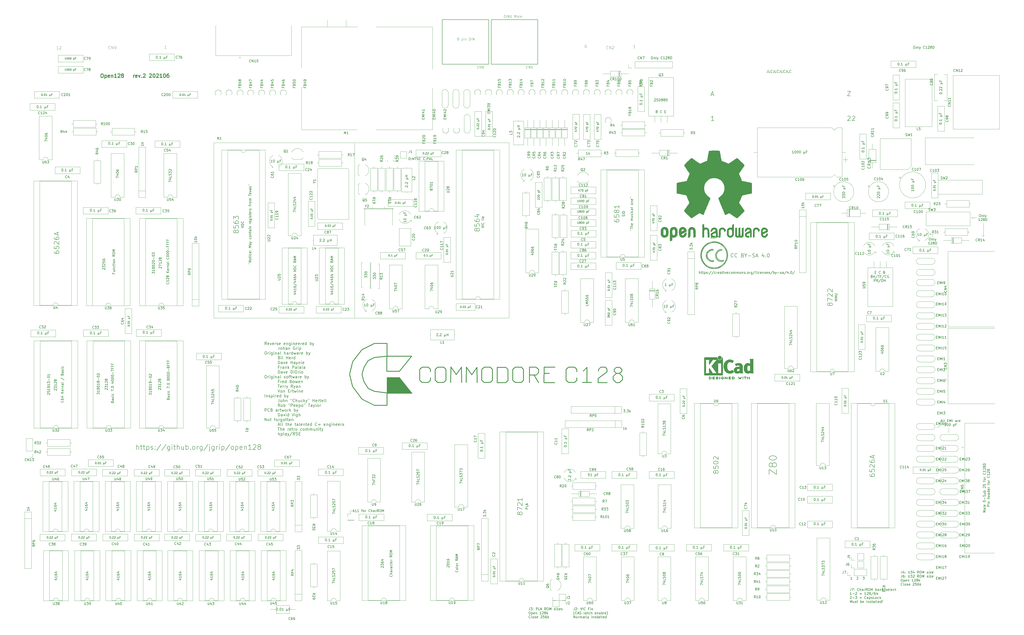
<source format=gbr>
G04 #@! TF.GenerationSoftware,KiCad,Pcbnew,(5.1.10)-1*
G04 #@! TF.CreationDate,2021-06-22T17:34:29+02:00*
G04 #@! TF.ProjectId,Open128,4f70656e-3132-4382-9e6b-696361645f70,3*
G04 #@! TF.SameCoordinates,Original*
G04 #@! TF.FileFunction,Legend,Top*
G04 #@! TF.FilePolarity,Positive*
%FSLAX46Y46*%
G04 Gerber Fmt 4.6, Leading zero omitted, Abs format (unit mm)*
G04 Created by KiCad (PCBNEW (5.1.10)-1) date 2021-06-22 17:34:29*
%MOMM*%
%LPD*%
G01*
G04 APERTURE LIST*
%ADD10C,0.150000*%
%ADD11C,0.120000*%
%ADD12C,0.300000*%
%ADD13C,0.100000*%
%ADD14C,0.010000*%
%ADD15C,0.127000*%
%ADD16C,0.160000*%
%ADD17C,0.050000*%
%ADD18C,0.101600*%
G04 APERTURE END LIST*
D10*
X317939000Y-139517380D02*
X317939000Y-138517380D01*
X318367571Y-139517380D02*
X318367571Y-138993571D01*
X318319952Y-138898333D01*
X318224714Y-138850714D01*
X318081857Y-138850714D01*
X317986619Y-138898333D01*
X317939000Y-138945952D01*
X318700904Y-138850714D02*
X319081857Y-138850714D01*
X318843761Y-138517380D02*
X318843761Y-139374523D01*
X318891380Y-139469761D01*
X318986619Y-139517380D01*
X319081857Y-139517380D01*
X319272333Y-138850714D02*
X319653285Y-138850714D01*
X319415190Y-138517380D02*
X319415190Y-139374523D01*
X319462809Y-139469761D01*
X319558047Y-139517380D01*
X319653285Y-139517380D01*
X319986619Y-138850714D02*
X319986619Y-139850714D01*
X319986619Y-138898333D02*
X320081857Y-138850714D01*
X320272333Y-138850714D01*
X320367571Y-138898333D01*
X320415190Y-138945952D01*
X320462809Y-139041190D01*
X320462809Y-139326904D01*
X320415190Y-139422142D01*
X320367571Y-139469761D01*
X320272333Y-139517380D01*
X320081857Y-139517380D01*
X319986619Y-139469761D01*
X320843761Y-139469761D02*
X320939000Y-139517380D01*
X321129476Y-139517380D01*
X321224714Y-139469761D01*
X321272333Y-139374523D01*
X321272333Y-139326904D01*
X321224714Y-139231666D01*
X321129476Y-139184047D01*
X320986619Y-139184047D01*
X320891380Y-139136428D01*
X320843761Y-139041190D01*
X320843761Y-138993571D01*
X320891380Y-138898333D01*
X320986619Y-138850714D01*
X321129476Y-138850714D01*
X321224714Y-138898333D01*
X321700904Y-139422142D02*
X321748523Y-139469761D01*
X321700904Y-139517380D01*
X321653285Y-139469761D01*
X321700904Y-139422142D01*
X321700904Y-139517380D01*
X321700904Y-138898333D02*
X321748523Y-138945952D01*
X321700904Y-138993571D01*
X321653285Y-138945952D01*
X321700904Y-138898333D01*
X321700904Y-138993571D01*
X322891380Y-138469761D02*
X322034238Y-139755476D01*
X323939000Y-138469761D02*
X323081857Y-139755476D01*
X324700904Y-139469761D02*
X324605666Y-139517380D01*
X324415190Y-139517380D01*
X324319952Y-139469761D01*
X324272333Y-139422142D01*
X324224714Y-139326904D01*
X324224714Y-139041190D01*
X324272333Y-138945952D01*
X324319952Y-138898333D01*
X324415190Y-138850714D01*
X324605666Y-138850714D01*
X324700904Y-138898333D01*
X325129476Y-139517380D02*
X325129476Y-138850714D01*
X325129476Y-139041190D02*
X325177095Y-138945952D01*
X325224714Y-138898333D01*
X325319952Y-138850714D01*
X325415190Y-138850714D01*
X326129476Y-139469761D02*
X326034238Y-139517380D01*
X325843761Y-139517380D01*
X325748523Y-139469761D01*
X325700904Y-139374523D01*
X325700904Y-138993571D01*
X325748523Y-138898333D01*
X325843761Y-138850714D01*
X326034238Y-138850714D01*
X326129476Y-138898333D01*
X326177095Y-138993571D01*
X326177095Y-139088809D01*
X325700904Y-139184047D01*
X327034238Y-139517380D02*
X327034238Y-138993571D01*
X326986619Y-138898333D01*
X326891380Y-138850714D01*
X326700904Y-138850714D01*
X326605666Y-138898333D01*
X327034238Y-139469761D02*
X326939000Y-139517380D01*
X326700904Y-139517380D01*
X326605666Y-139469761D01*
X326558047Y-139374523D01*
X326558047Y-139279285D01*
X326605666Y-139184047D01*
X326700904Y-139136428D01*
X326939000Y-139136428D01*
X327034238Y-139088809D01*
X327367571Y-138850714D02*
X327748523Y-138850714D01*
X327510428Y-138517380D02*
X327510428Y-139374523D01*
X327558047Y-139469761D01*
X327653285Y-139517380D01*
X327748523Y-139517380D01*
X328081857Y-139517380D02*
X328081857Y-138850714D01*
X328081857Y-138517380D02*
X328034238Y-138565000D01*
X328081857Y-138612619D01*
X328129476Y-138565000D01*
X328081857Y-138517380D01*
X328081857Y-138612619D01*
X328462809Y-138850714D02*
X328700904Y-139517380D01*
X328939000Y-138850714D01*
X329700904Y-139469761D02*
X329605666Y-139517380D01*
X329415190Y-139517380D01*
X329319952Y-139469761D01*
X329272333Y-139374523D01*
X329272333Y-138993571D01*
X329319952Y-138898333D01*
X329415190Y-138850714D01*
X329605666Y-138850714D01*
X329700904Y-138898333D01*
X329748523Y-138993571D01*
X329748523Y-139088809D01*
X329272333Y-139184047D01*
X330605666Y-139469761D02*
X330510428Y-139517380D01*
X330319952Y-139517380D01*
X330224714Y-139469761D01*
X330177095Y-139422142D01*
X330129476Y-139326904D01*
X330129476Y-139041190D01*
X330177095Y-138945952D01*
X330224714Y-138898333D01*
X330319952Y-138850714D01*
X330510428Y-138850714D01*
X330605666Y-138898333D01*
X331177095Y-139517380D02*
X331081857Y-139469761D01*
X331034238Y-139422142D01*
X330986619Y-139326904D01*
X330986619Y-139041190D01*
X331034238Y-138945952D01*
X331081857Y-138898333D01*
X331177095Y-138850714D01*
X331319952Y-138850714D01*
X331415190Y-138898333D01*
X331462809Y-138945952D01*
X331510428Y-139041190D01*
X331510428Y-139326904D01*
X331462809Y-139422142D01*
X331415190Y-139469761D01*
X331319952Y-139517380D01*
X331177095Y-139517380D01*
X331939000Y-139517380D02*
X331939000Y-138850714D01*
X331939000Y-138945952D02*
X331986619Y-138898333D01*
X332081857Y-138850714D01*
X332224714Y-138850714D01*
X332319952Y-138898333D01*
X332367571Y-138993571D01*
X332367571Y-139517380D01*
X332367571Y-138993571D02*
X332415190Y-138898333D01*
X332510428Y-138850714D01*
X332653285Y-138850714D01*
X332748523Y-138898333D01*
X332796142Y-138993571D01*
X332796142Y-139517380D01*
X333272333Y-139517380D02*
X333272333Y-138850714D01*
X333272333Y-138945952D02*
X333319952Y-138898333D01*
X333415190Y-138850714D01*
X333558047Y-138850714D01*
X333653285Y-138898333D01*
X333700904Y-138993571D01*
X333700904Y-139517380D01*
X333700904Y-138993571D02*
X333748523Y-138898333D01*
X333843761Y-138850714D01*
X333986619Y-138850714D01*
X334081857Y-138898333D01*
X334129476Y-138993571D01*
X334129476Y-139517380D01*
X334748523Y-139517380D02*
X334653285Y-139469761D01*
X334605666Y-139422142D01*
X334558047Y-139326904D01*
X334558047Y-139041190D01*
X334605666Y-138945952D01*
X334653285Y-138898333D01*
X334748523Y-138850714D01*
X334891380Y-138850714D01*
X334986619Y-138898333D01*
X335034238Y-138945952D01*
X335081857Y-139041190D01*
X335081857Y-139326904D01*
X335034238Y-139422142D01*
X334986619Y-139469761D01*
X334891380Y-139517380D01*
X334748523Y-139517380D01*
X335510428Y-138850714D02*
X335510428Y-139517380D01*
X335510428Y-138945952D02*
X335558047Y-138898333D01*
X335653285Y-138850714D01*
X335796142Y-138850714D01*
X335891380Y-138898333D01*
X335939000Y-138993571D01*
X335939000Y-139517380D01*
X336367571Y-139469761D02*
X336462809Y-139517380D01*
X336653285Y-139517380D01*
X336748523Y-139469761D01*
X336796142Y-139374523D01*
X336796142Y-139326904D01*
X336748523Y-139231666D01*
X336653285Y-139184047D01*
X336510428Y-139184047D01*
X336415190Y-139136428D01*
X336367571Y-139041190D01*
X336367571Y-138993571D01*
X336415190Y-138898333D01*
X336510428Y-138850714D01*
X336653285Y-138850714D01*
X336748523Y-138898333D01*
X337224714Y-139422142D02*
X337272333Y-139469761D01*
X337224714Y-139517380D01*
X337177095Y-139469761D01*
X337224714Y-139422142D01*
X337224714Y-139517380D01*
X337843761Y-139517380D02*
X337748523Y-139469761D01*
X337700904Y-139422142D01*
X337653285Y-139326904D01*
X337653285Y-139041190D01*
X337700904Y-138945952D01*
X337748523Y-138898333D01*
X337843761Y-138850714D01*
X337986619Y-138850714D01*
X338081857Y-138898333D01*
X338129476Y-138945952D01*
X338177095Y-139041190D01*
X338177095Y-139326904D01*
X338129476Y-139422142D01*
X338081857Y-139469761D01*
X337986619Y-139517380D01*
X337843761Y-139517380D01*
X338605666Y-139517380D02*
X338605666Y-138850714D01*
X338605666Y-139041190D02*
X338653285Y-138945952D01*
X338700904Y-138898333D01*
X338796142Y-138850714D01*
X338891380Y-138850714D01*
X339653285Y-138850714D02*
X339653285Y-139660238D01*
X339605666Y-139755476D01*
X339558047Y-139803095D01*
X339462809Y-139850714D01*
X339319952Y-139850714D01*
X339224714Y-139803095D01*
X339653285Y-139469761D02*
X339558047Y-139517380D01*
X339367571Y-139517380D01*
X339272333Y-139469761D01*
X339224714Y-139422142D01*
X339177095Y-139326904D01*
X339177095Y-139041190D01*
X339224714Y-138945952D01*
X339272333Y-138898333D01*
X339367571Y-138850714D01*
X339558047Y-138850714D01*
X339653285Y-138898333D01*
X340843761Y-138469761D02*
X339986619Y-139755476D01*
X341319952Y-139517380D02*
X341224714Y-139469761D01*
X341177095Y-139374523D01*
X341177095Y-138517380D01*
X341700904Y-139517380D02*
X341700904Y-138850714D01*
X341700904Y-138517380D02*
X341653285Y-138565000D01*
X341700904Y-138612619D01*
X341748523Y-138565000D01*
X341700904Y-138517380D01*
X341700904Y-138612619D01*
X342605666Y-139469761D02*
X342510428Y-139517380D01*
X342319952Y-139517380D01*
X342224714Y-139469761D01*
X342177095Y-139422142D01*
X342129476Y-139326904D01*
X342129476Y-139041190D01*
X342177095Y-138945952D01*
X342224714Y-138898333D01*
X342319952Y-138850714D01*
X342510428Y-138850714D01*
X342605666Y-138898333D01*
X343415190Y-139469761D02*
X343319952Y-139517380D01*
X343129476Y-139517380D01*
X343034238Y-139469761D01*
X342986619Y-139374523D01*
X342986619Y-138993571D01*
X343034238Y-138898333D01*
X343129476Y-138850714D01*
X343319952Y-138850714D01*
X343415190Y-138898333D01*
X343462809Y-138993571D01*
X343462809Y-139088809D01*
X342986619Y-139184047D01*
X343891380Y-138850714D02*
X343891380Y-139517380D01*
X343891380Y-138945952D02*
X343939000Y-138898333D01*
X344034238Y-138850714D01*
X344177095Y-138850714D01*
X344272333Y-138898333D01*
X344319952Y-138993571D01*
X344319952Y-139517380D01*
X344748523Y-139469761D02*
X344843761Y-139517380D01*
X345034238Y-139517380D01*
X345129476Y-139469761D01*
X345177095Y-139374523D01*
X345177095Y-139326904D01*
X345129476Y-139231666D01*
X345034238Y-139184047D01*
X344891380Y-139184047D01*
X344796142Y-139136428D01*
X344748523Y-139041190D01*
X344748523Y-138993571D01*
X344796142Y-138898333D01*
X344891380Y-138850714D01*
X345034238Y-138850714D01*
X345129476Y-138898333D01*
X345986619Y-139469761D02*
X345891380Y-139517380D01*
X345700904Y-139517380D01*
X345605666Y-139469761D01*
X345558047Y-139374523D01*
X345558047Y-138993571D01*
X345605666Y-138898333D01*
X345700904Y-138850714D01*
X345891380Y-138850714D01*
X345986619Y-138898333D01*
X346034238Y-138993571D01*
X346034238Y-139088809D01*
X345558047Y-139184047D01*
X346415190Y-139469761D02*
X346510428Y-139517380D01*
X346700904Y-139517380D01*
X346796142Y-139469761D01*
X346843761Y-139374523D01*
X346843761Y-139326904D01*
X346796142Y-139231666D01*
X346700904Y-139184047D01*
X346558047Y-139184047D01*
X346462809Y-139136428D01*
X346415190Y-139041190D01*
X346415190Y-138993571D01*
X346462809Y-138898333D01*
X346558047Y-138850714D01*
X346700904Y-138850714D01*
X346796142Y-138898333D01*
X347986619Y-138469761D02*
X347129476Y-139755476D01*
X348319952Y-139517380D02*
X348319952Y-138517380D01*
X348319952Y-138898333D02*
X348415190Y-138850714D01*
X348605666Y-138850714D01*
X348700904Y-138898333D01*
X348748523Y-138945952D01*
X348796142Y-139041190D01*
X348796142Y-139326904D01*
X348748523Y-139422142D01*
X348700904Y-139469761D01*
X348605666Y-139517380D01*
X348415190Y-139517380D01*
X348319952Y-139469761D01*
X349129476Y-138850714D02*
X349367571Y-139517380D01*
X349605666Y-138850714D02*
X349367571Y-139517380D01*
X349272333Y-139755476D01*
X349224714Y-139803095D01*
X349129476Y-139850714D01*
X349986619Y-139136428D02*
X350748523Y-139136428D01*
X351177095Y-139469761D02*
X351272333Y-139517380D01*
X351462809Y-139517380D01*
X351558047Y-139469761D01*
X351605666Y-139374523D01*
X351605666Y-139326904D01*
X351558047Y-139231666D01*
X351462809Y-139184047D01*
X351319952Y-139184047D01*
X351224714Y-139136428D01*
X351177095Y-139041190D01*
X351177095Y-138993571D01*
X351224714Y-138898333D01*
X351319952Y-138850714D01*
X351462809Y-138850714D01*
X351558047Y-138898333D01*
X352462809Y-139517380D02*
X352462809Y-138993571D01*
X352415190Y-138898333D01*
X352319952Y-138850714D01*
X352129476Y-138850714D01*
X352034238Y-138898333D01*
X352462809Y-139469761D02*
X352367571Y-139517380D01*
X352129476Y-139517380D01*
X352034238Y-139469761D01*
X351986619Y-139374523D01*
X351986619Y-139279285D01*
X352034238Y-139184047D01*
X352129476Y-139136428D01*
X352367571Y-139136428D01*
X352462809Y-139088809D01*
X353653285Y-138469761D02*
X352796142Y-139755476D01*
X354415190Y-138850714D02*
X354415190Y-139517380D01*
X354177095Y-138469761D02*
X353939000Y-139184047D01*
X354558047Y-139184047D01*
X354939000Y-139422142D02*
X354986619Y-139469761D01*
X354939000Y-139517380D01*
X354891380Y-139469761D01*
X354939000Y-139422142D01*
X354939000Y-139517380D01*
X355605666Y-138517380D02*
X355700904Y-138517380D01*
X355796142Y-138565000D01*
X355843761Y-138612619D01*
X355891380Y-138707857D01*
X355939000Y-138898333D01*
X355939000Y-139136428D01*
X355891380Y-139326904D01*
X355843761Y-139422142D01*
X355796142Y-139469761D01*
X355700904Y-139517380D01*
X355605666Y-139517380D01*
X355510428Y-139469761D01*
X355462809Y-139422142D01*
X355415190Y-139326904D01*
X355367571Y-139136428D01*
X355367571Y-138898333D01*
X355415190Y-138707857D01*
X355462809Y-138612619D01*
X355510428Y-138565000D01*
X355605666Y-138517380D01*
X357081857Y-138469761D02*
X356224714Y-139755476D01*
X331943142Y-132615714D02*
X331871714Y-132687142D01*
X331657428Y-132758571D01*
X331514571Y-132758571D01*
X331300285Y-132687142D01*
X331157428Y-132544285D01*
X331086000Y-132401428D01*
X331014571Y-132115714D01*
X331014571Y-131901428D01*
X331086000Y-131615714D01*
X331157428Y-131472857D01*
X331300285Y-131330000D01*
X331514571Y-131258571D01*
X331657428Y-131258571D01*
X331871714Y-131330000D01*
X331943142Y-131401428D01*
X333443142Y-132615714D02*
X333371714Y-132687142D01*
X333157428Y-132758571D01*
X333014571Y-132758571D01*
X332800285Y-132687142D01*
X332657428Y-132544285D01*
X332586000Y-132401428D01*
X332514571Y-132115714D01*
X332514571Y-131901428D01*
X332586000Y-131615714D01*
X332657428Y-131472857D01*
X332800285Y-131330000D01*
X333014571Y-131258571D01*
X333157428Y-131258571D01*
X333371714Y-131330000D01*
X333443142Y-131401428D01*
X335728857Y-131972857D02*
X335943142Y-132044285D01*
X336014571Y-132115714D01*
X336086000Y-132258571D01*
X336086000Y-132472857D01*
X336014571Y-132615714D01*
X335943142Y-132687142D01*
X335800285Y-132758571D01*
X335228857Y-132758571D01*
X335228857Y-131258571D01*
X335728857Y-131258571D01*
X335871714Y-131330000D01*
X335943142Y-131401428D01*
X336014571Y-131544285D01*
X336014571Y-131687142D01*
X335943142Y-131830000D01*
X335871714Y-131901428D01*
X335728857Y-131972857D01*
X335228857Y-131972857D01*
X337014571Y-132044285D02*
X337014571Y-132758571D01*
X336514571Y-131258571D02*
X337014571Y-132044285D01*
X337514571Y-131258571D01*
X338014571Y-132187142D02*
X339157428Y-132187142D01*
X339800285Y-132687142D02*
X340014571Y-132758571D01*
X340371714Y-132758571D01*
X340514571Y-132687142D01*
X340586000Y-132615714D01*
X340657428Y-132472857D01*
X340657428Y-132330000D01*
X340586000Y-132187142D01*
X340514571Y-132115714D01*
X340371714Y-132044285D01*
X340086000Y-131972857D01*
X339943142Y-131901428D01*
X339871714Y-131830000D01*
X339800285Y-131687142D01*
X339800285Y-131544285D01*
X339871714Y-131401428D01*
X339943142Y-131330000D01*
X340086000Y-131258571D01*
X340443142Y-131258571D01*
X340657428Y-131330000D01*
X341228857Y-132330000D02*
X341943142Y-132330000D01*
X341086000Y-132758571D02*
X341586000Y-131258571D01*
X342086000Y-132758571D01*
X344371714Y-131758571D02*
X344371714Y-132758571D01*
X344014571Y-131187142D02*
X343657428Y-132258571D01*
X344586000Y-132258571D01*
X345157428Y-132615714D02*
X345228857Y-132687142D01*
X345157428Y-132758571D01*
X345086000Y-132687142D01*
X345157428Y-132615714D01*
X345157428Y-132758571D01*
X346157428Y-131258571D02*
X346300285Y-131258571D01*
X346443142Y-131330000D01*
X346514571Y-131401428D01*
X346586000Y-131544285D01*
X346657428Y-131830000D01*
X346657428Y-132187142D01*
X346586000Y-132472857D01*
X346514571Y-132615714D01*
X346443142Y-132687142D01*
X346300285Y-132758571D01*
X346157428Y-132758571D01*
X346014571Y-132687142D01*
X345943142Y-132615714D01*
X345871714Y-132472857D01*
X345800285Y-132187142D01*
X345800285Y-131830000D01*
X345871714Y-131544285D01*
X345943142Y-131401428D01*
X346014571Y-131330000D01*
X346157428Y-131258571D01*
X87569666Y-211597761D02*
X87569666Y-209597761D01*
X88426809Y-211597761D02*
X88426809Y-210550142D01*
X88331571Y-210359666D01*
X88141095Y-210264428D01*
X87855380Y-210264428D01*
X87664904Y-210359666D01*
X87569666Y-210454904D01*
X89093476Y-210264428D02*
X89855380Y-210264428D01*
X89379190Y-209597761D02*
X89379190Y-211312047D01*
X89474428Y-211502523D01*
X89664904Y-211597761D01*
X89855380Y-211597761D01*
X90236333Y-210264428D02*
X90998238Y-210264428D01*
X90522047Y-209597761D02*
X90522047Y-211312047D01*
X90617285Y-211502523D01*
X90807761Y-211597761D01*
X90998238Y-211597761D01*
X91664904Y-210264428D02*
X91664904Y-212264428D01*
X91664904Y-210359666D02*
X91855380Y-210264428D01*
X92236333Y-210264428D01*
X92426809Y-210359666D01*
X92522047Y-210454904D01*
X92617285Y-210645380D01*
X92617285Y-211216809D01*
X92522047Y-211407285D01*
X92426809Y-211502523D01*
X92236333Y-211597761D01*
X91855380Y-211597761D01*
X91664904Y-211502523D01*
X93379190Y-211502523D02*
X93569666Y-211597761D01*
X93950619Y-211597761D01*
X94141095Y-211502523D01*
X94236333Y-211312047D01*
X94236333Y-211216809D01*
X94141095Y-211026333D01*
X93950619Y-210931095D01*
X93664904Y-210931095D01*
X93474428Y-210835857D01*
X93379190Y-210645380D01*
X93379190Y-210550142D01*
X93474428Y-210359666D01*
X93664904Y-210264428D01*
X93950619Y-210264428D01*
X94141095Y-210359666D01*
X95093476Y-211407285D02*
X95188714Y-211502523D01*
X95093476Y-211597761D01*
X94998238Y-211502523D01*
X95093476Y-211407285D01*
X95093476Y-211597761D01*
X95093476Y-210359666D02*
X95188714Y-210454904D01*
X95093476Y-210550142D01*
X94998238Y-210454904D01*
X95093476Y-210359666D01*
X95093476Y-210550142D01*
X97474428Y-209502523D02*
X95760142Y-212073952D01*
X99569666Y-209502523D02*
X97855380Y-212073952D01*
X101093476Y-210264428D02*
X101093476Y-211883476D01*
X100998238Y-212073952D01*
X100903000Y-212169190D01*
X100712523Y-212264428D01*
X100426809Y-212264428D01*
X100236333Y-212169190D01*
X101093476Y-211502523D02*
X100903000Y-211597761D01*
X100522047Y-211597761D01*
X100331571Y-211502523D01*
X100236333Y-211407285D01*
X100141095Y-211216809D01*
X100141095Y-210645380D01*
X100236333Y-210454904D01*
X100331571Y-210359666D01*
X100522047Y-210264428D01*
X100903000Y-210264428D01*
X101093476Y-210359666D01*
X102045857Y-211597761D02*
X102045857Y-210264428D01*
X102045857Y-209597761D02*
X101950619Y-209693000D01*
X102045857Y-209788238D01*
X102141095Y-209693000D01*
X102045857Y-209597761D01*
X102045857Y-209788238D01*
X102712523Y-210264428D02*
X103474428Y-210264428D01*
X102998238Y-209597761D02*
X102998238Y-211312047D01*
X103093476Y-211502523D01*
X103283952Y-211597761D01*
X103474428Y-211597761D01*
X104141095Y-211597761D02*
X104141095Y-209597761D01*
X104998238Y-211597761D02*
X104998238Y-210550142D01*
X104903000Y-210359666D01*
X104712523Y-210264428D01*
X104426809Y-210264428D01*
X104236333Y-210359666D01*
X104141095Y-210454904D01*
X106807761Y-210264428D02*
X106807761Y-211597761D01*
X105950619Y-210264428D02*
X105950619Y-211312047D01*
X106045857Y-211502523D01*
X106236333Y-211597761D01*
X106522047Y-211597761D01*
X106712523Y-211502523D01*
X106807761Y-211407285D01*
X107760142Y-211597761D02*
X107760142Y-209597761D01*
X107760142Y-210359666D02*
X107950619Y-210264428D01*
X108331571Y-210264428D01*
X108522047Y-210359666D01*
X108617285Y-210454904D01*
X108712523Y-210645380D01*
X108712523Y-211216809D01*
X108617285Y-211407285D01*
X108522047Y-211502523D01*
X108331571Y-211597761D01*
X107950619Y-211597761D01*
X107760142Y-211502523D01*
X109569666Y-211407285D02*
X109664904Y-211502523D01*
X109569666Y-211597761D01*
X109474428Y-211502523D01*
X109569666Y-211407285D01*
X109569666Y-211597761D01*
X110807761Y-211597761D02*
X110617285Y-211502523D01*
X110522047Y-211407285D01*
X110426809Y-211216809D01*
X110426809Y-210645380D01*
X110522047Y-210454904D01*
X110617285Y-210359666D01*
X110807761Y-210264428D01*
X111093476Y-210264428D01*
X111283952Y-210359666D01*
X111379190Y-210454904D01*
X111474428Y-210645380D01*
X111474428Y-211216809D01*
X111379190Y-211407285D01*
X111283952Y-211502523D01*
X111093476Y-211597761D01*
X110807761Y-211597761D01*
X112331571Y-211597761D02*
X112331571Y-210264428D01*
X112331571Y-210645380D02*
X112426809Y-210454904D01*
X112522047Y-210359666D01*
X112712523Y-210264428D01*
X112903000Y-210264428D01*
X114426809Y-210264428D02*
X114426809Y-211883476D01*
X114331571Y-212073952D01*
X114236333Y-212169190D01*
X114045857Y-212264428D01*
X113760142Y-212264428D01*
X113569666Y-212169190D01*
X114426809Y-211502523D02*
X114236333Y-211597761D01*
X113855380Y-211597761D01*
X113664904Y-211502523D01*
X113569666Y-211407285D01*
X113474428Y-211216809D01*
X113474428Y-210645380D01*
X113569666Y-210454904D01*
X113664904Y-210359666D01*
X113855380Y-210264428D01*
X114236333Y-210264428D01*
X114426809Y-210359666D01*
X116807761Y-209502523D02*
X115093476Y-212073952D01*
X117474428Y-210264428D02*
X117474428Y-211978714D01*
X117379190Y-212169190D01*
X117188714Y-212264428D01*
X117093476Y-212264428D01*
X117474428Y-209597761D02*
X117379190Y-209693000D01*
X117474428Y-209788238D01*
X117569666Y-209693000D01*
X117474428Y-209597761D01*
X117474428Y-209788238D01*
X119283952Y-210264428D02*
X119283952Y-211883476D01*
X119188714Y-212073952D01*
X119093476Y-212169190D01*
X118903000Y-212264428D01*
X118617285Y-212264428D01*
X118426809Y-212169190D01*
X119283952Y-211502523D02*
X119093476Y-211597761D01*
X118712523Y-211597761D01*
X118522047Y-211502523D01*
X118426809Y-211407285D01*
X118331571Y-211216809D01*
X118331571Y-210645380D01*
X118426809Y-210454904D01*
X118522047Y-210359666D01*
X118712523Y-210264428D01*
X119093476Y-210264428D01*
X119283952Y-210359666D01*
X120236333Y-211597761D02*
X120236333Y-210264428D01*
X120236333Y-210645380D02*
X120331571Y-210454904D01*
X120426809Y-210359666D01*
X120617285Y-210264428D01*
X120807761Y-210264428D01*
X121474428Y-211597761D02*
X121474428Y-210264428D01*
X121474428Y-209597761D02*
X121379190Y-209693000D01*
X121474428Y-209788238D01*
X121569666Y-209693000D01*
X121474428Y-209597761D01*
X121474428Y-209788238D01*
X122426809Y-210264428D02*
X122426809Y-212264428D01*
X122426809Y-210359666D02*
X122617285Y-210264428D01*
X122998238Y-210264428D01*
X123188714Y-210359666D01*
X123283952Y-210454904D01*
X123379190Y-210645380D01*
X123379190Y-211216809D01*
X123283952Y-211407285D01*
X123188714Y-211502523D01*
X122998238Y-211597761D01*
X122617285Y-211597761D01*
X122426809Y-211502523D01*
X125664904Y-209502523D02*
X123950619Y-212073952D01*
X126617285Y-211597761D02*
X126426809Y-211502523D01*
X126331571Y-211407285D01*
X126236333Y-211216809D01*
X126236333Y-210645380D01*
X126331571Y-210454904D01*
X126426809Y-210359666D01*
X126617285Y-210264428D01*
X126903000Y-210264428D01*
X127093476Y-210359666D01*
X127188714Y-210454904D01*
X127283952Y-210645380D01*
X127283952Y-211216809D01*
X127188714Y-211407285D01*
X127093476Y-211502523D01*
X126903000Y-211597761D01*
X126617285Y-211597761D01*
X128141095Y-210264428D02*
X128141095Y-212264428D01*
X128141095Y-210359666D02*
X128331571Y-210264428D01*
X128712523Y-210264428D01*
X128903000Y-210359666D01*
X128998238Y-210454904D01*
X129093476Y-210645380D01*
X129093476Y-211216809D01*
X128998238Y-211407285D01*
X128903000Y-211502523D01*
X128712523Y-211597761D01*
X128331571Y-211597761D01*
X128141095Y-211502523D01*
X130712523Y-211502523D02*
X130522047Y-211597761D01*
X130141095Y-211597761D01*
X129950619Y-211502523D01*
X129855380Y-211312047D01*
X129855380Y-210550142D01*
X129950619Y-210359666D01*
X130141095Y-210264428D01*
X130522047Y-210264428D01*
X130712523Y-210359666D01*
X130807761Y-210550142D01*
X130807761Y-210740619D01*
X129855380Y-210931095D01*
X131664904Y-210264428D02*
X131664904Y-211597761D01*
X131664904Y-210454904D02*
X131760142Y-210359666D01*
X131950619Y-210264428D01*
X132236333Y-210264428D01*
X132426809Y-210359666D01*
X132522047Y-210550142D01*
X132522047Y-211597761D01*
X134522047Y-211597761D02*
X133379190Y-211597761D01*
X133950619Y-211597761D02*
X133950619Y-209597761D01*
X133760142Y-209883476D01*
X133569666Y-210073952D01*
X133379190Y-210169190D01*
X135283952Y-209788238D02*
X135379190Y-209693000D01*
X135569666Y-209597761D01*
X136045857Y-209597761D01*
X136236333Y-209693000D01*
X136331571Y-209788238D01*
X136426809Y-209978714D01*
X136426809Y-210169190D01*
X136331571Y-210454904D01*
X135188714Y-211597761D01*
X136426809Y-211597761D01*
X137569666Y-210454904D02*
X137379190Y-210359666D01*
X137283952Y-210264428D01*
X137188714Y-210073952D01*
X137188714Y-209978714D01*
X137283952Y-209788238D01*
X137379190Y-209693000D01*
X137569666Y-209597761D01*
X137950619Y-209597761D01*
X138141095Y-209693000D01*
X138236333Y-209788238D01*
X138331571Y-209978714D01*
X138331571Y-210073952D01*
X138236333Y-210264428D01*
X138141095Y-210359666D01*
X137950619Y-210454904D01*
X137569666Y-210454904D01*
X137379190Y-210550142D01*
X137283952Y-210645380D01*
X137188714Y-210835857D01*
X137188714Y-211216809D01*
X137283952Y-211407285D01*
X137379190Y-211502523D01*
X137569666Y-211597761D01*
X137950619Y-211597761D01*
X138141095Y-211502523D01*
X138236333Y-211407285D01*
X138331571Y-211216809D01*
X138331571Y-210835857D01*
X138236333Y-210645380D01*
X138141095Y-210550142D01*
X137950619Y-210454904D01*
D11*
X434340000Y-124206000D02*
X434721000Y-123825000D01*
X434340000Y-124206000D02*
X433959000Y-123825000D01*
X429514000Y-116586000D02*
X429895000Y-116967000D01*
X429514000Y-116586000D02*
X429895000Y-116205000D01*
X412369000Y-123317000D02*
X412877000Y-123698000D01*
X412369000Y-123317000D02*
X412877000Y-122936000D01*
X413512000Y-123317000D02*
X412369000Y-123317000D01*
X413512000Y-124333000D02*
X413512000Y-123317000D01*
D10*
X412321523Y-124865380D02*
X412512000Y-124865380D01*
X412607238Y-124913000D01*
X412702476Y-125008238D01*
X412750095Y-125198714D01*
X412750095Y-125532047D01*
X412702476Y-125722523D01*
X412607238Y-125817761D01*
X412512000Y-125865380D01*
X412321523Y-125865380D01*
X412226285Y-125817761D01*
X412131047Y-125722523D01*
X412083428Y-125532047D01*
X412083428Y-125198714D01*
X412131047Y-125008238D01*
X412226285Y-124913000D01*
X412321523Y-124865380D01*
X413178666Y-125198714D02*
X413178666Y-125865380D01*
X413178666Y-125293952D02*
X413226285Y-125246333D01*
X413321523Y-125198714D01*
X413464380Y-125198714D01*
X413559619Y-125246333D01*
X413607238Y-125341571D01*
X413607238Y-125865380D01*
X414226285Y-125865380D02*
X414131047Y-125817761D01*
X414083428Y-125722523D01*
X414083428Y-124865380D01*
X414512000Y-125198714D02*
X414750095Y-125865380D01*
X414988190Y-125198714D02*
X414750095Y-125865380D01*
X414654857Y-126103476D01*
X414607238Y-126151095D01*
X414512000Y-126198714D01*
X412345333Y-127515380D02*
X411773904Y-127515380D01*
X412059619Y-127515380D02*
X412059619Y-126515380D01*
X411964380Y-126658238D01*
X411869142Y-126753476D01*
X411773904Y-126801095D01*
X412726285Y-126610619D02*
X412773904Y-126563000D01*
X412869142Y-126515380D01*
X413107238Y-126515380D01*
X413202476Y-126563000D01*
X413250095Y-126610619D01*
X413297714Y-126705857D01*
X413297714Y-126801095D01*
X413250095Y-126943952D01*
X412678666Y-127515380D01*
X413297714Y-127515380D01*
X413869142Y-126943952D02*
X413773904Y-126896333D01*
X413726285Y-126848714D01*
X413678666Y-126753476D01*
X413678666Y-126705857D01*
X413726285Y-126610619D01*
X413773904Y-126563000D01*
X413869142Y-126515380D01*
X414059619Y-126515380D01*
X414154857Y-126563000D01*
X414202476Y-126610619D01*
X414250095Y-126705857D01*
X414250095Y-126753476D01*
X414202476Y-126848714D01*
X414154857Y-126896333D01*
X414059619Y-126943952D01*
X413869142Y-126943952D01*
X413773904Y-126991571D01*
X413726285Y-127039190D01*
X413678666Y-127134428D01*
X413678666Y-127324904D01*
X413726285Y-127420142D01*
X413773904Y-127467761D01*
X413869142Y-127515380D01*
X414059619Y-127515380D01*
X414154857Y-127467761D01*
X414202476Y-127420142D01*
X414250095Y-127324904D01*
X414250095Y-127134428D01*
X414202476Y-127039190D01*
X414154857Y-126991571D01*
X414059619Y-126943952D01*
X414678666Y-127515380D02*
X414678666Y-126515380D01*
X414916761Y-126515380D01*
X415059619Y-126563000D01*
X415154857Y-126658238D01*
X415202476Y-126753476D01*
X415250095Y-126943952D01*
X415250095Y-127086809D01*
X415202476Y-127277285D01*
X415154857Y-127372523D01*
X415059619Y-127467761D01*
X414916761Y-127515380D01*
X414678666Y-127515380D01*
X346002552Y-56094380D02*
X346002552Y-56808666D01*
X345954933Y-56951523D01*
X345859695Y-57046761D01*
X345716838Y-57094380D01*
X345621600Y-57094380D01*
X346954933Y-57094380D02*
X346478742Y-57094380D01*
X346478742Y-56094380D01*
X347859695Y-56999142D02*
X347812076Y-57046761D01*
X347669219Y-57094380D01*
X347573980Y-57094380D01*
X347431123Y-57046761D01*
X347335885Y-56951523D01*
X347288266Y-56856285D01*
X347240647Y-56665809D01*
X347240647Y-56522952D01*
X347288266Y-56332476D01*
X347335885Y-56237238D01*
X347431123Y-56142000D01*
X347573980Y-56094380D01*
X347669219Y-56094380D01*
X347812076Y-56142000D01*
X347859695Y-56189619D01*
X348573980Y-56094380D02*
X348573980Y-56808666D01*
X348526361Y-56951523D01*
X348431123Y-57046761D01*
X348288266Y-57094380D01*
X348193028Y-57094380D01*
X349526361Y-57094380D02*
X349050171Y-57094380D01*
X349050171Y-56094380D01*
X350431123Y-56999142D02*
X350383504Y-57046761D01*
X350240647Y-57094380D01*
X350145409Y-57094380D01*
X350002552Y-57046761D01*
X349907314Y-56951523D01*
X349859695Y-56856285D01*
X349812076Y-56665809D01*
X349812076Y-56522952D01*
X349859695Y-56332476D01*
X349907314Y-56237238D01*
X350002552Y-56142000D01*
X350145409Y-56094380D01*
X350240647Y-56094380D01*
X350383504Y-56142000D01*
X350431123Y-56189619D01*
X351145409Y-56094380D02*
X351145409Y-56808666D01*
X351097790Y-56951523D01*
X351002552Y-57046761D01*
X350859695Y-57094380D01*
X350764457Y-57094380D01*
X352097790Y-57094380D02*
X351621600Y-57094380D01*
X351621600Y-56094380D01*
X353002552Y-56999142D02*
X352954933Y-57046761D01*
X352812076Y-57094380D01*
X352716838Y-57094380D01*
X352573980Y-57046761D01*
X352478742Y-56951523D01*
X352431123Y-56856285D01*
X352383504Y-56665809D01*
X352383504Y-56522952D01*
X352431123Y-56332476D01*
X352478742Y-56237238D01*
X352573980Y-56142000D01*
X352716838Y-56094380D01*
X352812076Y-56094380D01*
X352954933Y-56142000D01*
X353002552Y-56189619D01*
X353716838Y-56094380D02*
X353716838Y-56808666D01*
X353669219Y-56951523D01*
X353573980Y-57046761D01*
X353431123Y-57094380D01*
X353335885Y-57094380D01*
X354669219Y-57094380D02*
X354193028Y-57094380D01*
X354193028Y-56094380D01*
X355573980Y-56999142D02*
X355526361Y-57046761D01*
X355383504Y-57094380D01*
X355288266Y-57094380D01*
X355145409Y-57046761D01*
X355050171Y-56951523D01*
X355002552Y-56856285D01*
X354954933Y-56665809D01*
X354954933Y-56522952D01*
X355002552Y-56332476D01*
X355050171Y-56237238D01*
X355145409Y-56142000D01*
X355288266Y-56094380D01*
X355383504Y-56094380D01*
X355526361Y-56142000D01*
X355573980Y-56189619D01*
X384984666Y-263866380D02*
X385603714Y-263866380D01*
X385270380Y-264247333D01*
X385413238Y-264247333D01*
X385508476Y-264294952D01*
X385556095Y-264342571D01*
X385603714Y-264437809D01*
X385603714Y-264675904D01*
X385556095Y-264771142D01*
X385508476Y-264818761D01*
X385413238Y-264866380D01*
X385127523Y-264866380D01*
X385032285Y-264818761D01*
X384984666Y-264771142D01*
X382492285Y-263961619D02*
X382539904Y-263914000D01*
X382635142Y-263866380D01*
X382873238Y-263866380D01*
X382968476Y-263914000D01*
X383016095Y-263961619D01*
X383063714Y-264056857D01*
X383063714Y-264152095D01*
X383016095Y-264294952D01*
X382444666Y-264866380D01*
X383063714Y-264866380D01*
X380523714Y-264866380D02*
X379952285Y-264866380D01*
X380238000Y-264866380D02*
X380238000Y-263866380D01*
X380142761Y-264009238D01*
X380047523Y-264104476D01*
X379952285Y-264152095D01*
X400925309Y-261391380D02*
X400925309Y-262105666D01*
X400877690Y-262248523D01*
X400782452Y-262343761D01*
X400639595Y-262391380D01*
X400544357Y-262391380D01*
X401830071Y-261724714D02*
X401830071Y-262391380D01*
X401591976Y-261343761D02*
X401353880Y-262058047D01*
X401972928Y-262058047D01*
X402353880Y-262296142D02*
X402401500Y-262343761D01*
X402353880Y-262391380D01*
X402306261Y-262343761D01*
X402353880Y-262296142D01*
X402353880Y-262391380D01*
X402353880Y-261772333D02*
X402401500Y-261819952D01*
X402353880Y-261867571D01*
X402306261Y-261819952D01*
X402353880Y-261772333D01*
X402353880Y-261867571D01*
X403591976Y-261391380D02*
X403591976Y-262200904D01*
X403639595Y-262296142D01*
X403687214Y-262343761D01*
X403782452Y-262391380D01*
X403972928Y-262391380D01*
X404068166Y-262343761D01*
X404115785Y-262296142D01*
X404163404Y-262200904D01*
X404163404Y-261391380D01*
X404544357Y-261391380D02*
X405163404Y-261391380D01*
X404830071Y-261772333D01*
X404972928Y-261772333D01*
X405068166Y-261819952D01*
X405115785Y-261867571D01*
X405163404Y-261962809D01*
X405163404Y-262200904D01*
X405115785Y-262296142D01*
X405068166Y-262343761D01*
X404972928Y-262391380D01*
X404687214Y-262391380D01*
X404591976Y-262343761D01*
X404544357Y-262296142D01*
X406020547Y-261724714D02*
X406020547Y-262391380D01*
X405782452Y-261343761D02*
X405544357Y-262058047D01*
X406163404Y-262058047D01*
X407877690Y-262391380D02*
X407544357Y-261915190D01*
X407306261Y-262391380D02*
X407306261Y-261391380D01*
X407687214Y-261391380D01*
X407782452Y-261439000D01*
X407830071Y-261486619D01*
X407877690Y-261581857D01*
X407877690Y-261724714D01*
X407830071Y-261819952D01*
X407782452Y-261867571D01*
X407687214Y-261915190D01*
X407306261Y-261915190D01*
X408496738Y-261391380D02*
X408687214Y-261391380D01*
X408782452Y-261439000D01*
X408877690Y-261534238D01*
X408925309Y-261724714D01*
X408925309Y-262058047D01*
X408877690Y-262248523D01*
X408782452Y-262343761D01*
X408687214Y-262391380D01*
X408496738Y-262391380D01*
X408401500Y-262343761D01*
X408306261Y-262248523D01*
X408258642Y-262058047D01*
X408258642Y-261724714D01*
X408306261Y-261534238D01*
X408401500Y-261439000D01*
X408496738Y-261391380D01*
X409353880Y-262391380D02*
X409353880Y-261391380D01*
X409687214Y-262105666D01*
X410020547Y-261391380D01*
X410020547Y-262391380D01*
X411211023Y-262343761D02*
X411306261Y-262391380D01*
X411496738Y-262391380D01*
X411591976Y-262343761D01*
X411639595Y-262248523D01*
X411639595Y-262200904D01*
X411591976Y-262105666D01*
X411496738Y-262058047D01*
X411353880Y-262058047D01*
X411258642Y-262010428D01*
X411211023Y-261915190D01*
X411211023Y-261867571D01*
X411258642Y-261772333D01*
X411353880Y-261724714D01*
X411496738Y-261724714D01*
X411591976Y-261772333D01*
X412068166Y-262391380D02*
X412068166Y-261724714D01*
X412068166Y-261391380D02*
X412020547Y-261439000D01*
X412068166Y-261486619D01*
X412115785Y-261439000D01*
X412068166Y-261391380D01*
X412068166Y-261486619D01*
X412449119Y-261724714D02*
X412972928Y-261724714D01*
X412449119Y-262391380D01*
X412972928Y-262391380D01*
X413734833Y-262343761D02*
X413639595Y-262391380D01*
X413449119Y-262391380D01*
X413353880Y-262343761D01*
X413306261Y-262248523D01*
X413306261Y-261867571D01*
X413353880Y-261772333D01*
X413449119Y-261724714D01*
X413639595Y-261724714D01*
X413734833Y-261772333D01*
X413782452Y-261867571D01*
X413782452Y-261962809D01*
X413306261Y-262058047D01*
X400925309Y-263041380D02*
X400925309Y-263755666D01*
X400877690Y-263898523D01*
X400782452Y-263993761D01*
X400639595Y-264041380D01*
X400544357Y-264041380D01*
X401830071Y-263041380D02*
X401639595Y-263041380D01*
X401544357Y-263089000D01*
X401496738Y-263136619D01*
X401401500Y-263279476D01*
X401353880Y-263469952D01*
X401353880Y-263850904D01*
X401401500Y-263946142D01*
X401449119Y-263993761D01*
X401544357Y-264041380D01*
X401734833Y-264041380D01*
X401830071Y-263993761D01*
X401877690Y-263946142D01*
X401925309Y-263850904D01*
X401925309Y-263612809D01*
X401877690Y-263517571D01*
X401830071Y-263469952D01*
X401734833Y-263422333D01*
X401544357Y-263422333D01*
X401449119Y-263469952D01*
X401401500Y-263517571D01*
X401353880Y-263612809D01*
X402353880Y-263946142D02*
X402401500Y-263993761D01*
X402353880Y-264041380D01*
X402306261Y-263993761D01*
X402353880Y-263946142D01*
X402353880Y-264041380D01*
X402353880Y-263422333D02*
X402401500Y-263469952D01*
X402353880Y-263517571D01*
X402306261Y-263469952D01*
X402353880Y-263422333D01*
X402353880Y-263517571D01*
X403591976Y-263041380D02*
X403591976Y-263850904D01*
X403639595Y-263946142D01*
X403687214Y-263993761D01*
X403782452Y-264041380D01*
X403972928Y-264041380D01*
X404068166Y-263993761D01*
X404115785Y-263946142D01*
X404163404Y-263850904D01*
X404163404Y-263041380D01*
X404544357Y-263041380D02*
X405163404Y-263041380D01*
X404830071Y-263422333D01*
X404972928Y-263422333D01*
X405068166Y-263469952D01*
X405115785Y-263517571D01*
X405163404Y-263612809D01*
X405163404Y-263850904D01*
X405115785Y-263946142D01*
X405068166Y-263993761D01*
X404972928Y-264041380D01*
X404687214Y-264041380D01*
X404591976Y-263993761D01*
X404544357Y-263946142D01*
X405544357Y-263136619D02*
X405591976Y-263089000D01*
X405687214Y-263041380D01*
X405925309Y-263041380D01*
X406020547Y-263089000D01*
X406068166Y-263136619D01*
X406115785Y-263231857D01*
X406115785Y-263327095D01*
X406068166Y-263469952D01*
X405496738Y-264041380D01*
X406115785Y-264041380D01*
X407877690Y-264041380D02*
X407544357Y-263565190D01*
X407306261Y-264041380D02*
X407306261Y-263041380D01*
X407687214Y-263041380D01*
X407782452Y-263089000D01*
X407830071Y-263136619D01*
X407877690Y-263231857D01*
X407877690Y-263374714D01*
X407830071Y-263469952D01*
X407782452Y-263517571D01*
X407687214Y-263565190D01*
X407306261Y-263565190D01*
X408496738Y-263041380D02*
X408687214Y-263041380D01*
X408782452Y-263089000D01*
X408877690Y-263184238D01*
X408925309Y-263374714D01*
X408925309Y-263708047D01*
X408877690Y-263898523D01*
X408782452Y-263993761D01*
X408687214Y-264041380D01*
X408496738Y-264041380D01*
X408401500Y-263993761D01*
X408306261Y-263898523D01*
X408258642Y-263708047D01*
X408258642Y-263374714D01*
X408306261Y-263184238D01*
X408401500Y-263089000D01*
X408496738Y-263041380D01*
X409353880Y-264041380D02*
X409353880Y-263041380D01*
X409687214Y-263755666D01*
X410020547Y-263041380D01*
X410020547Y-264041380D01*
X411211023Y-263993761D02*
X411306261Y-264041380D01*
X411496738Y-264041380D01*
X411591976Y-263993761D01*
X411639595Y-263898523D01*
X411639595Y-263850904D01*
X411591976Y-263755666D01*
X411496738Y-263708047D01*
X411353880Y-263708047D01*
X411258642Y-263660428D01*
X411211023Y-263565190D01*
X411211023Y-263517571D01*
X411258642Y-263422333D01*
X411353880Y-263374714D01*
X411496738Y-263374714D01*
X411591976Y-263422333D01*
X412068166Y-264041380D02*
X412068166Y-263374714D01*
X412068166Y-263041380D02*
X412020547Y-263089000D01*
X412068166Y-263136619D01*
X412115785Y-263089000D01*
X412068166Y-263041380D01*
X412068166Y-263136619D01*
X412449119Y-263374714D02*
X412972928Y-263374714D01*
X412449119Y-264041380D01*
X412972928Y-264041380D01*
X413734833Y-263993761D02*
X413639595Y-264041380D01*
X413449119Y-264041380D01*
X413353880Y-263993761D01*
X413306261Y-263898523D01*
X413306261Y-263517571D01*
X413353880Y-263422333D01*
X413449119Y-263374714D01*
X413639595Y-263374714D01*
X413734833Y-263422333D01*
X413782452Y-263517571D01*
X413782452Y-263612809D01*
X413306261Y-263708047D01*
X400830071Y-264691380D02*
X401020547Y-264691380D01*
X401115785Y-264739000D01*
X401211023Y-264834238D01*
X401258642Y-265024714D01*
X401258642Y-265358047D01*
X401211023Y-265548523D01*
X401115785Y-265643761D01*
X401020547Y-265691380D01*
X400830071Y-265691380D01*
X400734833Y-265643761D01*
X400639595Y-265548523D01*
X400591976Y-265358047D01*
X400591976Y-265024714D01*
X400639595Y-264834238D01*
X400734833Y-264739000D01*
X400830071Y-264691380D01*
X401687214Y-265024714D02*
X401687214Y-266024714D01*
X401687214Y-265072333D02*
X401782452Y-265024714D01*
X401972928Y-265024714D01*
X402068166Y-265072333D01*
X402115785Y-265119952D01*
X402163404Y-265215190D01*
X402163404Y-265500904D01*
X402115785Y-265596142D01*
X402068166Y-265643761D01*
X401972928Y-265691380D01*
X401782452Y-265691380D01*
X401687214Y-265643761D01*
X402972928Y-265643761D02*
X402877690Y-265691380D01*
X402687214Y-265691380D01*
X402591976Y-265643761D01*
X402544357Y-265548523D01*
X402544357Y-265167571D01*
X402591976Y-265072333D01*
X402687214Y-265024714D01*
X402877690Y-265024714D01*
X402972928Y-265072333D01*
X403020547Y-265167571D01*
X403020547Y-265262809D01*
X402544357Y-265358047D01*
X403449119Y-265024714D02*
X403449119Y-265691380D01*
X403449119Y-265119952D02*
X403496738Y-265072333D01*
X403591976Y-265024714D01*
X403734833Y-265024714D01*
X403830071Y-265072333D01*
X403877690Y-265167571D01*
X403877690Y-265691380D01*
X405639595Y-265691380D02*
X405068166Y-265691380D01*
X405353880Y-265691380D02*
X405353880Y-264691380D01*
X405258642Y-264834238D01*
X405163404Y-264929476D01*
X405068166Y-264977095D01*
X406020547Y-264786619D02*
X406068166Y-264739000D01*
X406163404Y-264691380D01*
X406401500Y-264691380D01*
X406496738Y-264739000D01*
X406544357Y-264786619D01*
X406591976Y-264881857D01*
X406591976Y-264977095D01*
X406544357Y-265119952D01*
X405972928Y-265691380D01*
X406591976Y-265691380D01*
X407163404Y-265119952D02*
X407068166Y-265072333D01*
X407020547Y-265024714D01*
X406972928Y-264929476D01*
X406972928Y-264881857D01*
X407020547Y-264786619D01*
X407068166Y-264739000D01*
X407163404Y-264691380D01*
X407353880Y-264691380D01*
X407449119Y-264739000D01*
X407496738Y-264786619D01*
X407544357Y-264881857D01*
X407544357Y-264929476D01*
X407496738Y-265024714D01*
X407449119Y-265072333D01*
X407353880Y-265119952D01*
X407163404Y-265119952D01*
X407068166Y-265167571D01*
X407020547Y-265215190D01*
X406972928Y-265310428D01*
X406972928Y-265500904D01*
X407020547Y-265596142D01*
X407068166Y-265643761D01*
X407163404Y-265691380D01*
X407353880Y-265691380D01*
X407449119Y-265643761D01*
X407496738Y-265596142D01*
X407544357Y-265500904D01*
X407544357Y-265310428D01*
X407496738Y-265215190D01*
X407449119Y-265167571D01*
X407353880Y-265119952D01*
X407972928Y-265691380D02*
X407972928Y-264691380D01*
X408068166Y-265310428D02*
X408353880Y-265691380D01*
X408353880Y-265024714D02*
X407972928Y-265405666D01*
X401211023Y-267246142D02*
X401163404Y-267293761D01*
X401020547Y-267341380D01*
X400925309Y-267341380D01*
X400782452Y-267293761D01*
X400687214Y-267198523D01*
X400639595Y-267103285D01*
X400591976Y-266912809D01*
X400591976Y-266769952D01*
X400639595Y-266579476D01*
X400687214Y-266484238D01*
X400782452Y-266389000D01*
X400925309Y-266341380D01*
X401020547Y-266341380D01*
X401163404Y-266389000D01*
X401211023Y-266436619D01*
X401782452Y-267341380D02*
X401687214Y-267293761D01*
X401639595Y-267198523D01*
X401639595Y-266341380D01*
X402306261Y-267341380D02*
X402211023Y-267293761D01*
X402163404Y-267246142D01*
X402115785Y-267150904D01*
X402115785Y-266865190D01*
X402163404Y-266769952D01*
X402211023Y-266722333D01*
X402306261Y-266674714D01*
X402449119Y-266674714D01*
X402544357Y-266722333D01*
X402591976Y-266769952D01*
X402639595Y-266865190D01*
X402639595Y-267150904D01*
X402591976Y-267246142D01*
X402544357Y-267293761D01*
X402449119Y-267341380D01*
X402306261Y-267341380D01*
X403020547Y-267293761D02*
X403115785Y-267341380D01*
X403306261Y-267341380D01*
X403401500Y-267293761D01*
X403449119Y-267198523D01*
X403449119Y-267150904D01*
X403401500Y-267055666D01*
X403306261Y-267008047D01*
X403163404Y-267008047D01*
X403068166Y-266960428D01*
X403020547Y-266865190D01*
X403020547Y-266817571D01*
X403068166Y-266722333D01*
X403163404Y-266674714D01*
X403306261Y-266674714D01*
X403401500Y-266722333D01*
X404258642Y-267293761D02*
X404163404Y-267341380D01*
X403972928Y-267341380D01*
X403877690Y-267293761D01*
X403830071Y-267198523D01*
X403830071Y-266817571D01*
X403877690Y-266722333D01*
X403972928Y-266674714D01*
X404163404Y-266674714D01*
X404258642Y-266722333D01*
X404306261Y-266817571D01*
X404306261Y-266912809D01*
X403830071Y-267008047D01*
X405449119Y-266436619D02*
X405496738Y-266389000D01*
X405591976Y-266341380D01*
X405830071Y-266341380D01*
X405925309Y-266389000D01*
X405972928Y-266436619D01*
X406020547Y-266531857D01*
X406020547Y-266627095D01*
X405972928Y-266769952D01*
X405401500Y-267341380D01*
X406020547Y-267341380D01*
X406925309Y-266341380D02*
X406449119Y-266341380D01*
X406401500Y-266817571D01*
X406449119Y-266769952D01*
X406544357Y-266722333D01*
X406782452Y-266722333D01*
X406877690Y-266769952D01*
X406925309Y-266817571D01*
X406972928Y-266912809D01*
X406972928Y-267150904D01*
X406925309Y-267246142D01*
X406877690Y-267293761D01*
X406782452Y-267341380D01*
X406544357Y-267341380D01*
X406449119Y-267293761D01*
X406401500Y-267246142D01*
X407830071Y-266341380D02*
X407639595Y-266341380D01*
X407544357Y-266389000D01*
X407496738Y-266436619D01*
X407401500Y-266579476D01*
X407353880Y-266769952D01*
X407353880Y-267150904D01*
X407401500Y-267246142D01*
X407449119Y-267293761D01*
X407544357Y-267341380D01*
X407734833Y-267341380D01*
X407830071Y-267293761D01*
X407877690Y-267246142D01*
X407925309Y-267150904D01*
X407925309Y-266912809D01*
X407877690Y-266817571D01*
X407830071Y-266769952D01*
X407734833Y-266722333D01*
X407544357Y-266722333D01*
X407449119Y-266769952D01*
X407401500Y-266817571D01*
X407353880Y-266912809D01*
X408353880Y-267341380D02*
X408353880Y-266341380D01*
X408449119Y-266960428D02*
X408734833Y-267341380D01*
X408734833Y-266674714D02*
X408353880Y-267055666D01*
X266813309Y-276440380D02*
X266813309Y-277154666D01*
X266765690Y-277297523D01*
X266670452Y-277392761D01*
X266527595Y-277440380D01*
X266432357Y-277440380D01*
X267241880Y-276535619D02*
X267289500Y-276488000D01*
X267384738Y-276440380D01*
X267622833Y-276440380D01*
X267718071Y-276488000D01*
X267765690Y-276535619D01*
X267813309Y-276630857D01*
X267813309Y-276726095D01*
X267765690Y-276868952D01*
X267194261Y-277440380D01*
X267813309Y-277440380D01*
X268241880Y-277345142D02*
X268289500Y-277392761D01*
X268241880Y-277440380D01*
X268194261Y-277392761D01*
X268241880Y-277345142D01*
X268241880Y-277440380D01*
X268241880Y-276821333D02*
X268289500Y-276868952D01*
X268241880Y-276916571D01*
X268194261Y-276868952D01*
X268241880Y-276821333D01*
X268241880Y-276916571D01*
X269337119Y-276440380D02*
X269670452Y-277440380D01*
X270003785Y-276440380D01*
X270337119Y-277440380D02*
X270337119Y-276440380D01*
X271384738Y-277345142D02*
X271337119Y-277392761D01*
X271194261Y-277440380D01*
X271099023Y-277440380D01*
X270956166Y-277392761D01*
X270860928Y-277297523D01*
X270813309Y-277202285D01*
X270765690Y-277011809D01*
X270765690Y-276868952D01*
X270813309Y-276678476D01*
X270860928Y-276583238D01*
X270956166Y-276488000D01*
X271099023Y-276440380D01*
X271194261Y-276440380D01*
X271337119Y-276488000D01*
X271384738Y-276535619D01*
X272908547Y-276916571D02*
X272575214Y-276916571D01*
X272575214Y-277440380D02*
X272575214Y-276440380D01*
X273051404Y-276440380D01*
X273432357Y-277440380D02*
X273432357Y-276773714D01*
X273432357Y-276440380D02*
X273384738Y-276488000D01*
X273432357Y-276535619D01*
X273479976Y-276488000D01*
X273432357Y-276440380D01*
X273432357Y-276535619D01*
X273813309Y-277440380D02*
X274337119Y-276773714D01*
X273813309Y-276773714D02*
X274337119Y-277440380D01*
X266813309Y-279471333D02*
X266765690Y-279423714D01*
X266670452Y-279280857D01*
X266622833Y-279185619D01*
X266575214Y-279042761D01*
X266527595Y-278804666D01*
X266527595Y-278614190D01*
X266575214Y-278376095D01*
X266622833Y-278233238D01*
X266670452Y-278138000D01*
X266765690Y-277995142D01*
X266813309Y-277947523D01*
X267765690Y-278995142D02*
X267718071Y-279042761D01*
X267575214Y-279090380D01*
X267479976Y-279090380D01*
X267337119Y-279042761D01*
X267241880Y-278947523D01*
X267194261Y-278852285D01*
X267146642Y-278661809D01*
X267146642Y-278518952D01*
X267194261Y-278328476D01*
X267241880Y-278233238D01*
X267337119Y-278138000D01*
X267479976Y-278090380D01*
X267575214Y-278090380D01*
X267718071Y-278138000D01*
X267765690Y-278185619D01*
X268146642Y-278804666D02*
X268622833Y-278804666D01*
X268051404Y-279090380D02*
X268384738Y-278090380D01*
X268718071Y-279090380D01*
X269003785Y-279042761D02*
X269146642Y-279090380D01*
X269384738Y-279090380D01*
X269479976Y-279042761D01*
X269527595Y-278995142D01*
X269575214Y-278899904D01*
X269575214Y-278804666D01*
X269527595Y-278709428D01*
X269479976Y-278661809D01*
X269384738Y-278614190D01*
X269194261Y-278566571D01*
X269099023Y-278518952D01*
X269051404Y-278471333D01*
X269003785Y-278376095D01*
X269003785Y-278280857D01*
X269051404Y-278185619D01*
X269099023Y-278138000D01*
X269194261Y-278090380D01*
X269432357Y-278090380D01*
X269575214Y-278138000D01*
X270908547Y-279090380D02*
X270813309Y-279042761D01*
X270765690Y-278947523D01*
X270765690Y-278090380D01*
X271718071Y-279090380D02*
X271718071Y-278566571D01*
X271670452Y-278471333D01*
X271575214Y-278423714D01*
X271384738Y-278423714D01*
X271289500Y-278471333D01*
X271718071Y-279042761D02*
X271622833Y-279090380D01*
X271384738Y-279090380D01*
X271289500Y-279042761D01*
X271241880Y-278947523D01*
X271241880Y-278852285D01*
X271289500Y-278757047D01*
X271384738Y-278709428D01*
X271622833Y-278709428D01*
X271718071Y-278661809D01*
X272051404Y-278423714D02*
X272432357Y-278423714D01*
X272194261Y-278090380D02*
X272194261Y-278947523D01*
X272241880Y-279042761D01*
X272337119Y-279090380D01*
X272432357Y-279090380D01*
X273194261Y-279042761D02*
X273099023Y-279090380D01*
X272908547Y-279090380D01*
X272813309Y-279042761D01*
X272765690Y-278995142D01*
X272718071Y-278899904D01*
X272718071Y-278614190D01*
X272765690Y-278518952D01*
X272813309Y-278471333D01*
X272908547Y-278423714D01*
X273099023Y-278423714D01*
X273194261Y-278471333D01*
X273622833Y-279090380D02*
X273622833Y-278090380D01*
X274051404Y-279090380D02*
X274051404Y-278566571D01*
X274003785Y-278471333D01*
X273908547Y-278423714D01*
X273765690Y-278423714D01*
X273670452Y-278471333D01*
X273622833Y-278518952D01*
X275670452Y-279042761D02*
X275575214Y-279090380D01*
X275384738Y-279090380D01*
X275289500Y-279042761D01*
X275241880Y-278947523D01*
X275241880Y-278566571D01*
X275289500Y-278471333D01*
X275384738Y-278423714D01*
X275575214Y-278423714D01*
X275670452Y-278471333D01*
X275718071Y-278566571D01*
X275718071Y-278661809D01*
X275241880Y-278757047D01*
X276146642Y-278423714D02*
X276146642Y-279090380D01*
X276146642Y-278518952D02*
X276194261Y-278471333D01*
X276289500Y-278423714D01*
X276432357Y-278423714D01*
X276527595Y-278471333D01*
X276575214Y-278566571D01*
X276575214Y-279090380D01*
X277479976Y-279090380D02*
X277479976Y-278566571D01*
X277432357Y-278471333D01*
X277337119Y-278423714D01*
X277146642Y-278423714D01*
X277051404Y-278471333D01*
X277479976Y-279042761D02*
X277384738Y-279090380D01*
X277146642Y-279090380D01*
X277051404Y-279042761D01*
X277003785Y-278947523D01*
X277003785Y-278852285D01*
X277051404Y-278757047D01*
X277146642Y-278709428D01*
X277384738Y-278709428D01*
X277479976Y-278661809D01*
X277956166Y-279090380D02*
X277956166Y-278090380D01*
X277956166Y-278471333D02*
X278051404Y-278423714D01*
X278241880Y-278423714D01*
X278337119Y-278471333D01*
X278384738Y-278518952D01*
X278432357Y-278614190D01*
X278432357Y-278899904D01*
X278384738Y-278995142D01*
X278337119Y-279042761D01*
X278241880Y-279090380D01*
X278051404Y-279090380D01*
X277956166Y-279042761D01*
X279003785Y-279090380D02*
X278908547Y-279042761D01*
X278860928Y-278947523D01*
X278860928Y-278090380D01*
X279765690Y-279042761D02*
X279670452Y-279090380D01*
X279479976Y-279090380D01*
X279384738Y-279042761D01*
X279337119Y-278947523D01*
X279337119Y-278566571D01*
X279384738Y-278471333D01*
X279479976Y-278423714D01*
X279670452Y-278423714D01*
X279765690Y-278471333D01*
X279813309Y-278566571D01*
X279813309Y-278661809D01*
X279337119Y-278757047D01*
X280146642Y-279471333D02*
X280194261Y-279423714D01*
X280289500Y-279280857D01*
X280337119Y-279185619D01*
X280384738Y-279042761D01*
X280432357Y-278804666D01*
X280432357Y-278614190D01*
X280384738Y-278376095D01*
X280337119Y-278233238D01*
X280289500Y-278138000D01*
X280194261Y-277995142D01*
X280146642Y-277947523D01*
X266527595Y-280740380D02*
X266527595Y-279740380D01*
X267099023Y-280740380D01*
X267099023Y-279740380D01*
X267718071Y-280740380D02*
X267622833Y-280692761D01*
X267575214Y-280645142D01*
X267527595Y-280549904D01*
X267527595Y-280264190D01*
X267575214Y-280168952D01*
X267622833Y-280121333D01*
X267718071Y-280073714D01*
X267860928Y-280073714D01*
X267956166Y-280121333D01*
X268003785Y-280168952D01*
X268051404Y-280264190D01*
X268051404Y-280549904D01*
X268003785Y-280645142D01*
X267956166Y-280692761D01*
X267860928Y-280740380D01*
X267718071Y-280740380D01*
X268479976Y-280740380D02*
X268479976Y-280073714D01*
X268479976Y-280264190D02*
X268527595Y-280168952D01*
X268575214Y-280121333D01*
X268670452Y-280073714D01*
X268765690Y-280073714D01*
X269099023Y-280740380D02*
X269099023Y-280073714D01*
X269099023Y-280168952D02*
X269146642Y-280121333D01*
X269241880Y-280073714D01*
X269384738Y-280073714D01*
X269479976Y-280121333D01*
X269527595Y-280216571D01*
X269527595Y-280740380D01*
X269527595Y-280216571D02*
X269575214Y-280121333D01*
X269670452Y-280073714D01*
X269813309Y-280073714D01*
X269908547Y-280121333D01*
X269956166Y-280216571D01*
X269956166Y-280740380D01*
X270860928Y-280740380D02*
X270860928Y-280216571D01*
X270813309Y-280121333D01*
X270718071Y-280073714D01*
X270527595Y-280073714D01*
X270432357Y-280121333D01*
X270860928Y-280692761D02*
X270765690Y-280740380D01*
X270527595Y-280740380D01*
X270432357Y-280692761D01*
X270384738Y-280597523D01*
X270384738Y-280502285D01*
X270432357Y-280407047D01*
X270527595Y-280359428D01*
X270765690Y-280359428D01*
X270860928Y-280311809D01*
X271479976Y-280740380D02*
X271384738Y-280692761D01*
X271337119Y-280597523D01*
X271337119Y-279740380D01*
X272003785Y-280740380D02*
X271908547Y-280692761D01*
X271860928Y-280597523D01*
X271860928Y-279740380D01*
X272289500Y-280073714D02*
X272527595Y-280740380D01*
X272765690Y-280073714D02*
X272527595Y-280740380D01*
X272432357Y-280978476D01*
X272384738Y-281026095D01*
X272289500Y-281073714D01*
X273908547Y-280740380D02*
X273908547Y-280073714D01*
X273908547Y-279740380D02*
X273860928Y-279788000D01*
X273908547Y-279835619D01*
X273956166Y-279788000D01*
X273908547Y-279740380D01*
X273908547Y-279835619D01*
X274384738Y-280073714D02*
X274384738Y-280740380D01*
X274384738Y-280168952D02*
X274432357Y-280121333D01*
X274527595Y-280073714D01*
X274670452Y-280073714D01*
X274765690Y-280121333D01*
X274813309Y-280216571D01*
X274813309Y-280740380D01*
X275241880Y-280692761D02*
X275337119Y-280740380D01*
X275527595Y-280740380D01*
X275622833Y-280692761D01*
X275670452Y-280597523D01*
X275670452Y-280549904D01*
X275622833Y-280454666D01*
X275527595Y-280407047D01*
X275384738Y-280407047D01*
X275289500Y-280359428D01*
X275241880Y-280264190D01*
X275241880Y-280216571D01*
X275289500Y-280121333D01*
X275384738Y-280073714D01*
X275527595Y-280073714D01*
X275622833Y-280121333D01*
X275956166Y-280073714D02*
X276337119Y-280073714D01*
X276099023Y-279740380D02*
X276099023Y-280597523D01*
X276146642Y-280692761D01*
X276241880Y-280740380D01*
X276337119Y-280740380D01*
X277099023Y-280740380D02*
X277099023Y-280216571D01*
X277051404Y-280121333D01*
X276956166Y-280073714D01*
X276765690Y-280073714D01*
X276670452Y-280121333D01*
X277099023Y-280692761D02*
X277003785Y-280740380D01*
X276765690Y-280740380D01*
X276670452Y-280692761D01*
X276622833Y-280597523D01*
X276622833Y-280502285D01*
X276670452Y-280407047D01*
X276765690Y-280359428D01*
X277003785Y-280359428D01*
X277099023Y-280311809D01*
X277718071Y-280740380D02*
X277622833Y-280692761D01*
X277575214Y-280597523D01*
X277575214Y-279740380D01*
X278241880Y-280740380D02*
X278146642Y-280692761D01*
X278099023Y-280597523D01*
X278099023Y-279740380D01*
X279003785Y-280692761D02*
X278908547Y-280740380D01*
X278718071Y-280740380D01*
X278622833Y-280692761D01*
X278575214Y-280597523D01*
X278575214Y-280216571D01*
X278622833Y-280121333D01*
X278718071Y-280073714D01*
X278908547Y-280073714D01*
X279003785Y-280121333D01*
X279051404Y-280216571D01*
X279051404Y-280311809D01*
X278575214Y-280407047D01*
X279908547Y-280740380D02*
X279908547Y-279740380D01*
X279908547Y-280692761D02*
X279813309Y-280740380D01*
X279622833Y-280740380D01*
X279527595Y-280692761D01*
X279479976Y-280645142D01*
X279432357Y-280549904D01*
X279432357Y-280264190D01*
X279479976Y-280168952D01*
X279527595Y-280121333D01*
X279622833Y-280073714D01*
X279813309Y-280073714D01*
X279908547Y-280121333D01*
X248525309Y-276440380D02*
X248525309Y-277154666D01*
X248477690Y-277297523D01*
X248382452Y-277392761D01*
X248239595Y-277440380D01*
X248144357Y-277440380D01*
X248906261Y-276440380D02*
X249525309Y-276440380D01*
X249191976Y-276821333D01*
X249334833Y-276821333D01*
X249430071Y-276868952D01*
X249477690Y-276916571D01*
X249525309Y-277011809D01*
X249525309Y-277249904D01*
X249477690Y-277345142D01*
X249430071Y-277392761D01*
X249334833Y-277440380D01*
X249049119Y-277440380D01*
X248953880Y-277392761D01*
X248906261Y-277345142D01*
X249953880Y-277345142D02*
X250001500Y-277392761D01*
X249953880Y-277440380D01*
X249906261Y-277392761D01*
X249953880Y-277345142D01*
X249953880Y-277440380D01*
X249953880Y-276821333D02*
X250001500Y-276868952D01*
X249953880Y-276916571D01*
X249906261Y-276868952D01*
X249953880Y-276821333D01*
X249953880Y-276916571D01*
X251191976Y-277440380D02*
X251191976Y-276440380D01*
X251572928Y-276440380D01*
X251668166Y-276488000D01*
X251715785Y-276535619D01*
X251763404Y-276630857D01*
X251763404Y-276773714D01*
X251715785Y-276868952D01*
X251668166Y-276916571D01*
X251572928Y-276964190D01*
X251191976Y-276964190D01*
X252668166Y-277440380D02*
X252191976Y-277440380D01*
X252191976Y-276440380D01*
X252953880Y-277154666D02*
X253430071Y-277154666D01*
X252858642Y-277440380D02*
X253191976Y-276440380D01*
X253525309Y-277440380D01*
X255191976Y-277440380D02*
X254858642Y-276964190D01*
X254620547Y-277440380D02*
X254620547Y-276440380D01*
X255001500Y-276440380D01*
X255096738Y-276488000D01*
X255144357Y-276535619D01*
X255191976Y-276630857D01*
X255191976Y-276773714D01*
X255144357Y-276868952D01*
X255096738Y-276916571D01*
X255001500Y-276964190D01*
X254620547Y-276964190D01*
X255811023Y-276440380D02*
X256001500Y-276440380D01*
X256096738Y-276488000D01*
X256191976Y-276583238D01*
X256239595Y-276773714D01*
X256239595Y-277107047D01*
X256191976Y-277297523D01*
X256096738Y-277392761D01*
X256001500Y-277440380D01*
X255811023Y-277440380D01*
X255715785Y-277392761D01*
X255620547Y-277297523D01*
X255572928Y-277107047D01*
X255572928Y-276773714D01*
X255620547Y-276583238D01*
X255715785Y-276488000D01*
X255811023Y-276440380D01*
X256668166Y-277440380D02*
X256668166Y-276440380D01*
X257001500Y-277154666D01*
X257334833Y-276440380D01*
X257334833Y-277440380D01*
X258525309Y-277392761D02*
X258620547Y-277440380D01*
X258811023Y-277440380D01*
X258906261Y-277392761D01*
X258953880Y-277297523D01*
X258953880Y-277249904D01*
X258906261Y-277154666D01*
X258811023Y-277107047D01*
X258668166Y-277107047D01*
X258572928Y-277059428D01*
X258525309Y-276964190D01*
X258525309Y-276916571D01*
X258572928Y-276821333D01*
X258668166Y-276773714D01*
X258811023Y-276773714D01*
X258906261Y-276821333D01*
X259382452Y-277440380D02*
X259382452Y-276773714D01*
X259382452Y-276440380D02*
X259334833Y-276488000D01*
X259382452Y-276535619D01*
X259430071Y-276488000D01*
X259382452Y-276440380D01*
X259382452Y-276535619D01*
X259763404Y-276773714D02*
X260287214Y-276773714D01*
X259763404Y-277440380D01*
X260287214Y-277440380D01*
X261049119Y-277392761D02*
X260953880Y-277440380D01*
X260763404Y-277440380D01*
X260668166Y-277392761D01*
X260620547Y-277297523D01*
X260620547Y-276916571D01*
X260668166Y-276821333D01*
X260763404Y-276773714D01*
X260953880Y-276773714D01*
X261049119Y-276821333D01*
X261096738Y-276916571D01*
X261096738Y-277011809D01*
X260620547Y-277107047D01*
X261477690Y-277392761D02*
X261572928Y-277440380D01*
X261763404Y-277440380D01*
X261858642Y-277392761D01*
X261906261Y-277297523D01*
X261906261Y-277249904D01*
X261858642Y-277154666D01*
X261763404Y-277107047D01*
X261620547Y-277107047D01*
X261525309Y-277059428D01*
X261477690Y-276964190D01*
X261477690Y-276916571D01*
X261525309Y-276821333D01*
X261620547Y-276773714D01*
X261763404Y-276773714D01*
X261858642Y-276821333D01*
X248430071Y-278090380D02*
X248620547Y-278090380D01*
X248715785Y-278138000D01*
X248811023Y-278233238D01*
X248858642Y-278423714D01*
X248858642Y-278757047D01*
X248811023Y-278947523D01*
X248715785Y-279042761D01*
X248620547Y-279090380D01*
X248430071Y-279090380D01*
X248334833Y-279042761D01*
X248239595Y-278947523D01*
X248191976Y-278757047D01*
X248191976Y-278423714D01*
X248239595Y-278233238D01*
X248334833Y-278138000D01*
X248430071Y-278090380D01*
X249287214Y-278423714D02*
X249287214Y-279423714D01*
X249287214Y-278471333D02*
X249382452Y-278423714D01*
X249572928Y-278423714D01*
X249668166Y-278471333D01*
X249715785Y-278518952D01*
X249763404Y-278614190D01*
X249763404Y-278899904D01*
X249715785Y-278995142D01*
X249668166Y-279042761D01*
X249572928Y-279090380D01*
X249382452Y-279090380D01*
X249287214Y-279042761D01*
X250572928Y-279042761D02*
X250477690Y-279090380D01*
X250287214Y-279090380D01*
X250191976Y-279042761D01*
X250144357Y-278947523D01*
X250144357Y-278566571D01*
X250191976Y-278471333D01*
X250287214Y-278423714D01*
X250477690Y-278423714D01*
X250572928Y-278471333D01*
X250620547Y-278566571D01*
X250620547Y-278661809D01*
X250144357Y-278757047D01*
X251049119Y-278423714D02*
X251049119Y-279090380D01*
X251049119Y-278518952D02*
X251096738Y-278471333D01*
X251191976Y-278423714D01*
X251334833Y-278423714D01*
X251430071Y-278471333D01*
X251477690Y-278566571D01*
X251477690Y-279090380D01*
X253239595Y-279090380D02*
X252668166Y-279090380D01*
X252953880Y-279090380D02*
X252953880Y-278090380D01*
X252858642Y-278233238D01*
X252763404Y-278328476D01*
X252668166Y-278376095D01*
X253620547Y-278185619D02*
X253668166Y-278138000D01*
X253763404Y-278090380D01*
X254001500Y-278090380D01*
X254096738Y-278138000D01*
X254144357Y-278185619D01*
X254191976Y-278280857D01*
X254191976Y-278376095D01*
X254144357Y-278518952D01*
X253572928Y-279090380D01*
X254191976Y-279090380D01*
X254763404Y-278518952D02*
X254668166Y-278471333D01*
X254620547Y-278423714D01*
X254572928Y-278328476D01*
X254572928Y-278280857D01*
X254620547Y-278185619D01*
X254668166Y-278138000D01*
X254763404Y-278090380D01*
X254953880Y-278090380D01*
X255049119Y-278138000D01*
X255096738Y-278185619D01*
X255144357Y-278280857D01*
X255144357Y-278328476D01*
X255096738Y-278423714D01*
X255049119Y-278471333D01*
X254953880Y-278518952D01*
X254763404Y-278518952D01*
X254668166Y-278566571D01*
X254620547Y-278614190D01*
X254572928Y-278709428D01*
X254572928Y-278899904D01*
X254620547Y-278995142D01*
X254668166Y-279042761D01*
X254763404Y-279090380D01*
X254953880Y-279090380D01*
X255049119Y-279042761D01*
X255096738Y-278995142D01*
X255144357Y-278899904D01*
X255144357Y-278709428D01*
X255096738Y-278614190D01*
X255049119Y-278566571D01*
X254953880Y-278518952D01*
X255572928Y-279090380D02*
X255572928Y-278090380D01*
X255668166Y-278709428D02*
X255953880Y-279090380D01*
X255953880Y-278423714D02*
X255572928Y-278804666D01*
X248811023Y-280645142D02*
X248763404Y-280692761D01*
X248620547Y-280740380D01*
X248525309Y-280740380D01*
X248382452Y-280692761D01*
X248287214Y-280597523D01*
X248239595Y-280502285D01*
X248191976Y-280311809D01*
X248191976Y-280168952D01*
X248239595Y-279978476D01*
X248287214Y-279883238D01*
X248382452Y-279788000D01*
X248525309Y-279740380D01*
X248620547Y-279740380D01*
X248763404Y-279788000D01*
X248811023Y-279835619D01*
X249382452Y-280740380D02*
X249287214Y-280692761D01*
X249239595Y-280597523D01*
X249239595Y-279740380D01*
X249906261Y-280740380D02*
X249811023Y-280692761D01*
X249763404Y-280645142D01*
X249715785Y-280549904D01*
X249715785Y-280264190D01*
X249763404Y-280168952D01*
X249811023Y-280121333D01*
X249906261Y-280073714D01*
X250049119Y-280073714D01*
X250144357Y-280121333D01*
X250191976Y-280168952D01*
X250239595Y-280264190D01*
X250239595Y-280549904D01*
X250191976Y-280645142D01*
X250144357Y-280692761D01*
X250049119Y-280740380D01*
X249906261Y-280740380D01*
X250620547Y-280692761D02*
X250715785Y-280740380D01*
X250906261Y-280740380D01*
X251001500Y-280692761D01*
X251049119Y-280597523D01*
X251049119Y-280549904D01*
X251001500Y-280454666D01*
X250906261Y-280407047D01*
X250763404Y-280407047D01*
X250668166Y-280359428D01*
X250620547Y-280264190D01*
X250620547Y-280216571D01*
X250668166Y-280121333D01*
X250763404Y-280073714D01*
X250906261Y-280073714D01*
X251001500Y-280121333D01*
X251858642Y-280692761D02*
X251763404Y-280740380D01*
X251572928Y-280740380D01*
X251477690Y-280692761D01*
X251430071Y-280597523D01*
X251430071Y-280216571D01*
X251477690Y-280121333D01*
X251572928Y-280073714D01*
X251763404Y-280073714D01*
X251858642Y-280121333D01*
X251906261Y-280216571D01*
X251906261Y-280311809D01*
X251430071Y-280407047D01*
X253049119Y-279835619D02*
X253096738Y-279788000D01*
X253191976Y-279740380D01*
X253430071Y-279740380D01*
X253525309Y-279788000D01*
X253572928Y-279835619D01*
X253620547Y-279930857D01*
X253620547Y-280026095D01*
X253572928Y-280168952D01*
X253001500Y-280740380D01*
X253620547Y-280740380D01*
X254525309Y-279740380D02*
X254049119Y-279740380D01*
X254001500Y-280216571D01*
X254049119Y-280168952D01*
X254144357Y-280121333D01*
X254382452Y-280121333D01*
X254477690Y-280168952D01*
X254525309Y-280216571D01*
X254572928Y-280311809D01*
X254572928Y-280549904D01*
X254525309Y-280645142D01*
X254477690Y-280692761D01*
X254382452Y-280740380D01*
X254144357Y-280740380D01*
X254049119Y-280692761D01*
X254001500Y-280645142D01*
X255430071Y-279740380D02*
X255239595Y-279740380D01*
X255144357Y-279788000D01*
X255096738Y-279835619D01*
X255001500Y-279978476D01*
X254953880Y-280168952D01*
X254953880Y-280549904D01*
X255001500Y-280645142D01*
X255049119Y-280692761D01*
X255144357Y-280740380D01*
X255334833Y-280740380D01*
X255430071Y-280692761D01*
X255477690Y-280645142D01*
X255525309Y-280549904D01*
X255525309Y-280311809D01*
X255477690Y-280216571D01*
X255430071Y-280168952D01*
X255334833Y-280121333D01*
X255144357Y-280121333D01*
X255049119Y-280168952D01*
X255001500Y-280216571D01*
X254953880Y-280311809D01*
X255953880Y-280740380D02*
X255953880Y-279740380D01*
X256049119Y-280359428D02*
X256334833Y-280740380D01*
X256334833Y-280073714D02*
X255953880Y-280454666D01*
D11*
X417068000Y-201422000D02*
X415290000Y-202692000D01*
X420116000Y-202946000D02*
X420116000Y-204724000D01*
D10*
X416901809Y-200001666D02*
X417378000Y-200001666D01*
X416806571Y-200287380D02*
X417139904Y-199287380D01*
X417473238Y-200287380D01*
X417949428Y-200287380D02*
X417854190Y-200239761D01*
X417806571Y-200144523D01*
X417806571Y-199287380D01*
X418473238Y-200287380D02*
X418378000Y-200239761D01*
X418330380Y-200144523D01*
X418330380Y-199287380D01*
X419616095Y-199763571D02*
X419949428Y-199763571D01*
X420092285Y-200287380D02*
X419616095Y-200287380D01*
X419616095Y-199287380D01*
X420092285Y-199287380D01*
X420520857Y-200287380D02*
X420520857Y-199287380D01*
X420854190Y-200001666D01*
X421187523Y-199287380D01*
X421187523Y-200287380D01*
X421663714Y-200287380D02*
X421663714Y-199287380D01*
X423330380Y-200287380D02*
X423330380Y-199763571D01*
X423282761Y-199668333D01*
X423187523Y-199620714D01*
X422997047Y-199620714D01*
X422901809Y-199668333D01*
X423330380Y-200239761D02*
X423235142Y-200287380D01*
X422997047Y-200287380D01*
X422901809Y-200239761D01*
X422854190Y-200144523D01*
X422854190Y-200049285D01*
X422901809Y-199954047D01*
X422997047Y-199906428D01*
X423235142Y-199906428D01*
X423330380Y-199858809D01*
X423806571Y-200287380D02*
X423806571Y-199620714D01*
X423806571Y-199811190D02*
X423854190Y-199715952D01*
X423901809Y-199668333D01*
X423997047Y-199620714D01*
X424092285Y-199620714D01*
X424806571Y-200239761D02*
X424711333Y-200287380D01*
X424520857Y-200287380D01*
X424425619Y-200239761D01*
X424378000Y-200144523D01*
X424378000Y-199763571D01*
X424425619Y-199668333D01*
X424520857Y-199620714D01*
X424711333Y-199620714D01*
X424806571Y-199668333D01*
X424854190Y-199763571D01*
X424854190Y-199858809D01*
X424378000Y-199954047D01*
X418949428Y-201937380D02*
X418378000Y-201937380D01*
X418663714Y-201937380D02*
X418663714Y-200937380D01*
X418568476Y-201080238D01*
X418473238Y-201175476D01*
X418378000Y-201223095D01*
X419568476Y-200937380D02*
X419663714Y-200937380D01*
X419758952Y-200985000D01*
X419806571Y-201032619D01*
X419854190Y-201127857D01*
X419901809Y-201318333D01*
X419901809Y-201556428D01*
X419854190Y-201746904D01*
X419806571Y-201842142D01*
X419758952Y-201889761D01*
X419663714Y-201937380D01*
X419568476Y-201937380D01*
X419473238Y-201889761D01*
X419425619Y-201842142D01*
X419378000Y-201746904D01*
X419330380Y-201556428D01*
X419330380Y-201318333D01*
X419378000Y-201127857D01*
X419425619Y-201032619D01*
X419473238Y-200985000D01*
X419568476Y-200937380D01*
X420520857Y-200937380D02*
X420616095Y-200937380D01*
X420711333Y-200985000D01*
X420758952Y-201032619D01*
X420806571Y-201127857D01*
X420854190Y-201318333D01*
X420854190Y-201556428D01*
X420806571Y-201746904D01*
X420758952Y-201842142D01*
X420711333Y-201889761D01*
X420616095Y-201937380D01*
X420520857Y-201937380D01*
X420425619Y-201889761D01*
X420378000Y-201842142D01*
X420330380Y-201746904D01*
X420282761Y-201556428D01*
X420282761Y-201318333D01*
X420330380Y-201127857D01*
X420378000Y-201032619D01*
X420425619Y-200985000D01*
X420520857Y-200937380D01*
X422044666Y-201270714D02*
X422044666Y-202270714D01*
X422044666Y-201318333D02*
X422139904Y-201270714D01*
X422330380Y-201270714D01*
X422425619Y-201318333D01*
X422473238Y-201365952D01*
X422520857Y-201461190D01*
X422520857Y-201746904D01*
X422473238Y-201842142D01*
X422425619Y-201889761D01*
X422330380Y-201937380D01*
X422139904Y-201937380D01*
X422044666Y-201889761D01*
X423282761Y-201413571D02*
X422949428Y-201413571D01*
X422949428Y-201937380D02*
X422949428Y-200937380D01*
X423425619Y-200937380D01*
X405956000Y-46188380D02*
X406146476Y-46188380D01*
X406241714Y-46236000D01*
X406336952Y-46331238D01*
X406384571Y-46521714D01*
X406384571Y-46855047D01*
X406336952Y-47045523D01*
X406241714Y-47140761D01*
X406146476Y-47188380D01*
X405956000Y-47188380D01*
X405860761Y-47140761D01*
X405765523Y-47045523D01*
X405717904Y-46855047D01*
X405717904Y-46521714D01*
X405765523Y-46331238D01*
X405860761Y-46236000D01*
X405956000Y-46188380D01*
X406813142Y-46521714D02*
X406813142Y-47188380D01*
X406813142Y-46616952D02*
X406860761Y-46569333D01*
X406956000Y-46521714D01*
X407098857Y-46521714D01*
X407194095Y-46569333D01*
X407241714Y-46664571D01*
X407241714Y-47188380D01*
X407860761Y-47188380D02*
X407765523Y-47140761D01*
X407717904Y-47045523D01*
X407717904Y-46188380D01*
X408146476Y-46521714D02*
X408384571Y-47188380D01*
X408622666Y-46521714D02*
X408384571Y-47188380D01*
X408289333Y-47426476D01*
X408241714Y-47474095D01*
X408146476Y-47521714D01*
X410336952Y-47093142D02*
X410289333Y-47140761D01*
X410146476Y-47188380D01*
X410051238Y-47188380D01*
X409908380Y-47140761D01*
X409813142Y-47045523D01*
X409765523Y-46950285D01*
X409717904Y-46759809D01*
X409717904Y-46616952D01*
X409765523Y-46426476D01*
X409813142Y-46331238D01*
X409908380Y-46236000D01*
X410051238Y-46188380D01*
X410146476Y-46188380D01*
X410289333Y-46236000D01*
X410336952Y-46283619D01*
X411289333Y-47188380D02*
X410717904Y-47188380D01*
X411003619Y-47188380D02*
X411003619Y-46188380D01*
X410908380Y-46331238D01*
X410813142Y-46426476D01*
X410717904Y-46474095D01*
X411670285Y-46283619D02*
X411717904Y-46236000D01*
X411813142Y-46188380D01*
X412051238Y-46188380D01*
X412146476Y-46236000D01*
X412194095Y-46283619D01*
X412241714Y-46378857D01*
X412241714Y-46474095D01*
X412194095Y-46616952D01*
X411622666Y-47188380D01*
X412241714Y-47188380D01*
X412813142Y-46616952D02*
X412717904Y-46569333D01*
X412670285Y-46521714D01*
X412622666Y-46426476D01*
X412622666Y-46378857D01*
X412670285Y-46283619D01*
X412717904Y-46236000D01*
X412813142Y-46188380D01*
X413003619Y-46188380D01*
X413098857Y-46236000D01*
X413146476Y-46283619D01*
X413194095Y-46378857D01*
X413194095Y-46426476D01*
X413146476Y-46521714D01*
X413098857Y-46569333D01*
X413003619Y-46616952D01*
X412813142Y-46616952D01*
X412717904Y-46664571D01*
X412670285Y-46712190D01*
X412622666Y-46807428D01*
X412622666Y-46997904D01*
X412670285Y-47093142D01*
X412717904Y-47140761D01*
X412813142Y-47188380D01*
X413003619Y-47188380D01*
X413098857Y-47140761D01*
X413146476Y-47093142D01*
X413194095Y-46997904D01*
X413194095Y-46807428D01*
X413146476Y-46712190D01*
X413098857Y-46664571D01*
X413003619Y-46616952D01*
X413622666Y-47188380D02*
X413622666Y-46188380D01*
X413860761Y-46188380D01*
X414003619Y-46236000D01*
X414098857Y-46331238D01*
X414146476Y-46426476D01*
X414194095Y-46616952D01*
X414194095Y-46759809D01*
X414146476Y-46950285D01*
X414098857Y-47045523D01*
X414003619Y-47140761D01*
X413860761Y-47188380D01*
X413622666Y-47188380D01*
X298514000Y-50506380D02*
X298704476Y-50506380D01*
X298799714Y-50554000D01*
X298894952Y-50649238D01*
X298942571Y-50839714D01*
X298942571Y-51173047D01*
X298894952Y-51363523D01*
X298799714Y-51458761D01*
X298704476Y-51506380D01*
X298514000Y-51506380D01*
X298418761Y-51458761D01*
X298323523Y-51363523D01*
X298275904Y-51173047D01*
X298275904Y-50839714D01*
X298323523Y-50649238D01*
X298418761Y-50554000D01*
X298514000Y-50506380D01*
X299371142Y-50839714D02*
X299371142Y-51506380D01*
X299371142Y-50934952D02*
X299418761Y-50887333D01*
X299514000Y-50839714D01*
X299656857Y-50839714D01*
X299752095Y-50887333D01*
X299799714Y-50982571D01*
X299799714Y-51506380D01*
X300418761Y-51506380D02*
X300323523Y-51458761D01*
X300275904Y-51363523D01*
X300275904Y-50506380D01*
X300704476Y-50839714D02*
X300942571Y-51506380D01*
X301180666Y-50839714D02*
X300942571Y-51506380D01*
X300847333Y-51744476D01*
X300799714Y-51792095D01*
X300704476Y-51839714D01*
X302894952Y-51411142D02*
X302847333Y-51458761D01*
X302704476Y-51506380D01*
X302609238Y-51506380D01*
X302466380Y-51458761D01*
X302371142Y-51363523D01*
X302323523Y-51268285D01*
X302275904Y-51077809D01*
X302275904Y-50934952D01*
X302323523Y-50744476D01*
X302371142Y-50649238D01*
X302466380Y-50554000D01*
X302609238Y-50506380D01*
X302704476Y-50506380D01*
X302847333Y-50554000D01*
X302894952Y-50601619D01*
X303847333Y-51506380D02*
X303275904Y-51506380D01*
X303561619Y-51506380D02*
X303561619Y-50506380D01*
X303466380Y-50649238D01*
X303371142Y-50744476D01*
X303275904Y-50792095D01*
X304228285Y-50601619D02*
X304275904Y-50554000D01*
X304371142Y-50506380D01*
X304609238Y-50506380D01*
X304704476Y-50554000D01*
X304752095Y-50601619D01*
X304799714Y-50696857D01*
X304799714Y-50792095D01*
X304752095Y-50934952D01*
X304180666Y-51506380D01*
X304799714Y-51506380D01*
X305371142Y-50934952D02*
X305275904Y-50887333D01*
X305228285Y-50839714D01*
X305180666Y-50744476D01*
X305180666Y-50696857D01*
X305228285Y-50601619D01*
X305275904Y-50554000D01*
X305371142Y-50506380D01*
X305561619Y-50506380D01*
X305656857Y-50554000D01*
X305704476Y-50601619D01*
X305752095Y-50696857D01*
X305752095Y-50744476D01*
X305704476Y-50839714D01*
X305656857Y-50887333D01*
X305561619Y-50934952D01*
X305371142Y-50934952D01*
X305275904Y-50982571D01*
X305228285Y-51030190D01*
X305180666Y-51125428D01*
X305180666Y-51315904D01*
X305228285Y-51411142D01*
X305275904Y-51458761D01*
X305371142Y-51506380D01*
X305561619Y-51506380D01*
X305656857Y-51458761D01*
X305704476Y-51411142D01*
X305752095Y-51315904D01*
X305752095Y-51125428D01*
X305704476Y-51030190D01*
X305656857Y-50982571D01*
X305561619Y-50934952D01*
X306180666Y-51506380D02*
X306180666Y-50506380D01*
X306418761Y-50506380D01*
X306561619Y-50554000D01*
X306656857Y-50649238D01*
X306704476Y-50744476D01*
X306752095Y-50934952D01*
X306752095Y-51077809D01*
X306704476Y-51268285D01*
X306656857Y-51363523D01*
X306561619Y-51458761D01*
X306418761Y-51506380D01*
X306180666Y-51506380D01*
X435237380Y-237258571D02*
X434237380Y-237258571D01*
X434951666Y-236925238D01*
X434237380Y-236591904D01*
X435237380Y-236591904D01*
X435237380Y-235687142D02*
X434713571Y-235687142D01*
X434618333Y-235734761D01*
X434570714Y-235830000D01*
X434570714Y-236020476D01*
X434618333Y-236115714D01*
X435189761Y-235687142D02*
X435237380Y-235782380D01*
X435237380Y-236020476D01*
X435189761Y-236115714D01*
X435094523Y-236163333D01*
X434999285Y-236163333D01*
X434904047Y-236115714D01*
X434856428Y-236020476D01*
X434856428Y-235782380D01*
X434808809Y-235687142D01*
X435237380Y-235068095D02*
X435189761Y-235163333D01*
X435094523Y-235210952D01*
X434237380Y-235210952D01*
X435189761Y-234306190D02*
X435237380Y-234401428D01*
X435237380Y-234591904D01*
X435189761Y-234687142D01*
X435094523Y-234734761D01*
X434713571Y-234734761D01*
X434618333Y-234687142D01*
X434570714Y-234591904D01*
X434570714Y-234401428D01*
X434618333Y-234306190D01*
X434713571Y-234258571D01*
X434808809Y-234258571D01*
X434904047Y-234734761D01*
X435237380Y-233068095D02*
X434237380Y-233068095D01*
X434237380Y-232830000D01*
X434285000Y-232687142D01*
X434380238Y-232591904D01*
X434475476Y-232544285D01*
X434665952Y-232496666D01*
X434808809Y-232496666D01*
X434999285Y-232544285D01*
X435094523Y-232591904D01*
X435189761Y-232687142D01*
X435237380Y-232830000D01*
X435237380Y-233068095D01*
X434856428Y-232068095D02*
X434856428Y-231306190D01*
X435189761Y-230877619D02*
X435237380Y-230734761D01*
X435237380Y-230496666D01*
X435189761Y-230401428D01*
X435142142Y-230353809D01*
X435046904Y-230306190D01*
X434951666Y-230306190D01*
X434856428Y-230353809D01*
X434808809Y-230401428D01*
X434761190Y-230496666D01*
X434713571Y-230687142D01*
X434665952Y-230782380D01*
X434618333Y-230830000D01*
X434523095Y-230877619D01*
X434427857Y-230877619D01*
X434332619Y-230830000D01*
X434285000Y-230782380D01*
X434237380Y-230687142D01*
X434237380Y-230449047D01*
X434285000Y-230306190D01*
X434570714Y-229449047D02*
X435237380Y-229449047D01*
X434570714Y-229877619D02*
X435094523Y-229877619D01*
X435189761Y-229830000D01*
X435237380Y-229734761D01*
X435237380Y-229591904D01*
X435189761Y-229496666D01*
X435142142Y-229449047D01*
X435237380Y-228972857D02*
X434237380Y-228972857D01*
X434618333Y-228972857D02*
X434570714Y-228877619D01*
X434570714Y-228687142D01*
X434618333Y-228591904D01*
X434665952Y-228544285D01*
X434761190Y-228496666D01*
X435046904Y-228496666D01*
X435142142Y-228544285D01*
X435189761Y-228591904D01*
X435237380Y-228687142D01*
X435237380Y-228877619D01*
X435189761Y-228972857D01*
X434332619Y-227353809D02*
X434285000Y-227306190D01*
X434237380Y-227210952D01*
X434237380Y-226972857D01*
X434285000Y-226877619D01*
X434332619Y-226830000D01*
X434427857Y-226782380D01*
X434523095Y-226782380D01*
X434665952Y-226830000D01*
X435237380Y-227401428D01*
X435237380Y-226782380D01*
X434237380Y-225877619D02*
X434237380Y-226353809D01*
X434713571Y-226401428D01*
X434665952Y-226353809D01*
X434618333Y-226258571D01*
X434618333Y-226020476D01*
X434665952Y-225925238D01*
X434713571Y-225877619D01*
X434808809Y-225830000D01*
X435046904Y-225830000D01*
X435142142Y-225877619D01*
X435189761Y-225925238D01*
X435237380Y-226020476D01*
X435237380Y-226258571D01*
X435189761Y-226353809D01*
X435142142Y-226401428D01*
X434570714Y-224782380D02*
X434570714Y-224401428D01*
X435237380Y-224639523D02*
X434380238Y-224639523D01*
X434285000Y-224591904D01*
X434237380Y-224496666D01*
X434237380Y-224401428D01*
X435237380Y-223925238D02*
X435189761Y-224020476D01*
X435142142Y-224068095D01*
X435046904Y-224115714D01*
X434761190Y-224115714D01*
X434665952Y-224068095D01*
X434618333Y-224020476D01*
X434570714Y-223925238D01*
X434570714Y-223782380D01*
X434618333Y-223687142D01*
X434665952Y-223639523D01*
X434761190Y-223591904D01*
X435046904Y-223591904D01*
X435142142Y-223639523D01*
X435189761Y-223687142D01*
X435237380Y-223782380D01*
X435237380Y-223925238D01*
X435237380Y-223163333D02*
X434570714Y-223163333D01*
X434761190Y-223163333D02*
X434665952Y-223115714D01*
X434618333Y-223068095D01*
X434570714Y-222972857D01*
X434570714Y-222877619D01*
X435142142Y-221210952D02*
X435189761Y-221258571D01*
X435237380Y-221401428D01*
X435237380Y-221496666D01*
X435189761Y-221639523D01*
X435094523Y-221734761D01*
X434999285Y-221782380D01*
X434808809Y-221830000D01*
X434665952Y-221830000D01*
X434475476Y-221782380D01*
X434380238Y-221734761D01*
X434285000Y-221639523D01*
X434237380Y-221496666D01*
X434237380Y-221401428D01*
X434285000Y-221258571D01*
X434332619Y-221210952D01*
X435237380Y-220258571D02*
X435237380Y-220830000D01*
X435237380Y-220544285D02*
X434237380Y-220544285D01*
X434380238Y-220639523D01*
X434475476Y-220734761D01*
X434523095Y-220830000D01*
X434332619Y-219877619D02*
X434285000Y-219830000D01*
X434237380Y-219734761D01*
X434237380Y-219496666D01*
X434285000Y-219401428D01*
X434332619Y-219353809D01*
X434427857Y-219306190D01*
X434523095Y-219306190D01*
X434665952Y-219353809D01*
X435237380Y-219925238D01*
X435237380Y-219306190D01*
X434665952Y-218734761D02*
X434618333Y-218830000D01*
X434570714Y-218877619D01*
X434475476Y-218925238D01*
X434427857Y-218925238D01*
X434332619Y-218877619D01*
X434285000Y-218830000D01*
X434237380Y-218734761D01*
X434237380Y-218544285D01*
X434285000Y-218449047D01*
X434332619Y-218401428D01*
X434427857Y-218353809D01*
X434475476Y-218353809D01*
X434570714Y-218401428D01*
X434618333Y-218449047D01*
X434665952Y-218544285D01*
X434665952Y-218734761D01*
X434713571Y-218830000D01*
X434761190Y-218877619D01*
X434856428Y-218925238D01*
X435046904Y-218925238D01*
X435142142Y-218877619D01*
X435189761Y-218830000D01*
X435237380Y-218734761D01*
X435237380Y-218544285D01*
X435189761Y-218449047D01*
X435142142Y-218401428D01*
X435046904Y-218353809D01*
X434856428Y-218353809D01*
X434761190Y-218401428D01*
X434713571Y-218449047D01*
X434665952Y-218544285D01*
X435237380Y-217925238D02*
X434237380Y-217925238D01*
X434237380Y-217687142D01*
X434285000Y-217544285D01*
X434380238Y-217449047D01*
X434475476Y-217401428D01*
X434665952Y-217353809D01*
X434808809Y-217353809D01*
X434999285Y-217401428D01*
X435094523Y-217449047D01*
X435189761Y-217544285D01*
X435237380Y-217687142D01*
X435237380Y-217925238D01*
X436887380Y-234925238D02*
X435887380Y-234925238D01*
X435887380Y-234544285D01*
X435935000Y-234449047D01*
X435982619Y-234401428D01*
X436077857Y-234353809D01*
X436220714Y-234353809D01*
X436315952Y-234401428D01*
X436363571Y-234449047D01*
X436411190Y-234544285D01*
X436411190Y-234925238D01*
X436887380Y-233925238D02*
X436220714Y-233925238D01*
X435887380Y-233925238D02*
X435935000Y-233972857D01*
X435982619Y-233925238D01*
X435935000Y-233877619D01*
X435887380Y-233925238D01*
X435982619Y-233925238D01*
X436220714Y-233449047D02*
X436887380Y-233449047D01*
X436315952Y-233449047D02*
X436268333Y-233401428D01*
X436220714Y-233306190D01*
X436220714Y-233163333D01*
X436268333Y-233068095D01*
X436363571Y-233020476D01*
X436887380Y-233020476D01*
X436887380Y-231782380D02*
X435887380Y-231782380D01*
X436887380Y-231353809D02*
X436363571Y-231353809D01*
X436268333Y-231401428D01*
X436220714Y-231496666D01*
X436220714Y-231639523D01*
X436268333Y-231734761D01*
X436315952Y-231782380D01*
X436839761Y-230496666D02*
X436887380Y-230591904D01*
X436887380Y-230782380D01*
X436839761Y-230877619D01*
X436744523Y-230925238D01*
X436363571Y-230925238D01*
X436268333Y-230877619D01*
X436220714Y-230782380D01*
X436220714Y-230591904D01*
X436268333Y-230496666D01*
X436363571Y-230449047D01*
X436458809Y-230449047D01*
X436554047Y-230925238D01*
X436887380Y-229591904D02*
X436363571Y-229591904D01*
X436268333Y-229639523D01*
X436220714Y-229734761D01*
X436220714Y-229925238D01*
X436268333Y-230020476D01*
X436839761Y-229591904D02*
X436887380Y-229687142D01*
X436887380Y-229925238D01*
X436839761Y-230020476D01*
X436744523Y-230068095D01*
X436649285Y-230068095D01*
X436554047Y-230020476D01*
X436506428Y-229925238D01*
X436506428Y-229687142D01*
X436458809Y-229591904D01*
X436887380Y-228687142D02*
X435887380Y-228687142D01*
X436839761Y-228687142D02*
X436887380Y-228782380D01*
X436887380Y-228972857D01*
X436839761Y-229068095D01*
X436792142Y-229115714D01*
X436696904Y-229163333D01*
X436411190Y-229163333D01*
X436315952Y-229115714D01*
X436268333Y-229068095D01*
X436220714Y-228972857D01*
X436220714Y-228782380D01*
X436268333Y-228687142D01*
X436839761Y-227830000D02*
X436887380Y-227925238D01*
X436887380Y-228115714D01*
X436839761Y-228210952D01*
X436744523Y-228258571D01*
X436363571Y-228258571D01*
X436268333Y-228210952D01*
X436220714Y-228115714D01*
X436220714Y-227925238D01*
X436268333Y-227830000D01*
X436363571Y-227782380D01*
X436458809Y-227782380D01*
X436554047Y-228258571D01*
X436887380Y-227353809D02*
X436220714Y-227353809D01*
X436411190Y-227353809D02*
X436315952Y-227306190D01*
X436268333Y-227258571D01*
X436220714Y-227163333D01*
X436220714Y-227068095D01*
X436220714Y-226115714D02*
X436220714Y-225734761D01*
X436887380Y-225972857D02*
X436030238Y-225972857D01*
X435935000Y-225925238D01*
X435887380Y-225830000D01*
X435887380Y-225734761D01*
X436887380Y-225258571D02*
X436839761Y-225353809D01*
X436792142Y-225401428D01*
X436696904Y-225449047D01*
X436411190Y-225449047D01*
X436315952Y-225401428D01*
X436268333Y-225353809D01*
X436220714Y-225258571D01*
X436220714Y-225115714D01*
X436268333Y-225020476D01*
X436315952Y-224972857D01*
X436411190Y-224925238D01*
X436696904Y-224925238D01*
X436792142Y-224972857D01*
X436839761Y-225020476D01*
X436887380Y-225115714D01*
X436887380Y-225258571D01*
X436887380Y-224496666D02*
X436220714Y-224496666D01*
X436411190Y-224496666D02*
X436315952Y-224449047D01*
X436268333Y-224401428D01*
X436220714Y-224306190D01*
X436220714Y-224210952D01*
X436792142Y-222544285D02*
X436839761Y-222591904D01*
X436887380Y-222734761D01*
X436887380Y-222830000D01*
X436839761Y-222972857D01*
X436744523Y-223068095D01*
X436649285Y-223115714D01*
X436458809Y-223163333D01*
X436315952Y-223163333D01*
X436125476Y-223115714D01*
X436030238Y-223068095D01*
X435935000Y-222972857D01*
X435887380Y-222830000D01*
X435887380Y-222734761D01*
X435935000Y-222591904D01*
X435982619Y-222544285D01*
X436887380Y-221591904D02*
X436887380Y-222163333D01*
X436887380Y-221877619D02*
X435887380Y-221877619D01*
X436030238Y-221972857D01*
X436125476Y-222068095D01*
X436173095Y-222163333D01*
X435982619Y-221210952D02*
X435935000Y-221163333D01*
X435887380Y-221068095D01*
X435887380Y-220830000D01*
X435935000Y-220734761D01*
X435982619Y-220687142D01*
X436077857Y-220639523D01*
X436173095Y-220639523D01*
X436315952Y-220687142D01*
X436887380Y-221258571D01*
X436887380Y-220639523D01*
X436315952Y-220068095D02*
X436268333Y-220163333D01*
X436220714Y-220210952D01*
X436125476Y-220258571D01*
X436077857Y-220258571D01*
X435982619Y-220210952D01*
X435935000Y-220163333D01*
X435887380Y-220068095D01*
X435887380Y-219877619D01*
X435935000Y-219782380D01*
X435982619Y-219734761D01*
X436077857Y-219687142D01*
X436125476Y-219687142D01*
X436220714Y-219734761D01*
X436268333Y-219782380D01*
X436315952Y-219877619D01*
X436315952Y-220068095D01*
X436363571Y-220163333D01*
X436411190Y-220210952D01*
X436506428Y-220258571D01*
X436696904Y-220258571D01*
X436792142Y-220210952D01*
X436839761Y-220163333D01*
X436887380Y-220068095D01*
X436887380Y-219877619D01*
X436839761Y-219782380D01*
X436792142Y-219734761D01*
X436696904Y-219687142D01*
X436506428Y-219687142D01*
X436411190Y-219734761D01*
X436363571Y-219782380D01*
X436315952Y-219877619D01*
D11*
X434340000Y-124206000D02*
X434340000Y-118872000D01*
X431546000Y-116586000D02*
X429514000Y-116586000D01*
D10*
X432895523Y-115213380D02*
X433086000Y-115213380D01*
X433181238Y-115261000D01*
X433276476Y-115356238D01*
X433324095Y-115546714D01*
X433324095Y-115880047D01*
X433276476Y-116070523D01*
X433181238Y-116165761D01*
X433086000Y-116213380D01*
X432895523Y-116213380D01*
X432800285Y-116165761D01*
X432705047Y-116070523D01*
X432657428Y-115880047D01*
X432657428Y-115546714D01*
X432705047Y-115356238D01*
X432800285Y-115261000D01*
X432895523Y-115213380D01*
X433752666Y-115546714D02*
X433752666Y-116213380D01*
X433752666Y-115641952D02*
X433800285Y-115594333D01*
X433895523Y-115546714D01*
X434038380Y-115546714D01*
X434133619Y-115594333D01*
X434181238Y-115689571D01*
X434181238Y-116213380D01*
X434800285Y-116213380D02*
X434705047Y-116165761D01*
X434657428Y-116070523D01*
X434657428Y-115213380D01*
X435086000Y-115546714D02*
X435324095Y-116213380D01*
X435562190Y-115546714D02*
X435324095Y-116213380D01*
X435228857Y-116451476D01*
X435181238Y-116499095D01*
X435086000Y-116546714D01*
X432919333Y-117863380D02*
X432347904Y-117863380D01*
X432633619Y-117863380D02*
X432633619Y-116863380D01*
X432538380Y-117006238D01*
X432443142Y-117101476D01*
X432347904Y-117149095D01*
X433300285Y-116958619D02*
X433347904Y-116911000D01*
X433443142Y-116863380D01*
X433681238Y-116863380D01*
X433776476Y-116911000D01*
X433824095Y-116958619D01*
X433871714Y-117053857D01*
X433871714Y-117149095D01*
X433824095Y-117291952D01*
X433252666Y-117863380D01*
X433871714Y-117863380D01*
X434443142Y-117291952D02*
X434347904Y-117244333D01*
X434300285Y-117196714D01*
X434252666Y-117101476D01*
X434252666Y-117053857D01*
X434300285Y-116958619D01*
X434347904Y-116911000D01*
X434443142Y-116863380D01*
X434633619Y-116863380D01*
X434728857Y-116911000D01*
X434776476Y-116958619D01*
X434824095Y-117053857D01*
X434824095Y-117101476D01*
X434776476Y-117196714D01*
X434728857Y-117244333D01*
X434633619Y-117291952D01*
X434443142Y-117291952D01*
X434347904Y-117339571D01*
X434300285Y-117387190D01*
X434252666Y-117482428D01*
X434252666Y-117672904D01*
X434300285Y-117768142D01*
X434347904Y-117815761D01*
X434443142Y-117863380D01*
X434633619Y-117863380D01*
X434728857Y-117815761D01*
X434776476Y-117768142D01*
X434824095Y-117672904D01*
X434824095Y-117482428D01*
X434776476Y-117387190D01*
X434728857Y-117339571D01*
X434633619Y-117291952D01*
X435252666Y-117863380D02*
X435252666Y-116863380D01*
X435490761Y-116863380D01*
X435633619Y-116911000D01*
X435728857Y-117006238D01*
X435776476Y-117101476D01*
X435824095Y-117291952D01*
X435824095Y-117434809D01*
X435776476Y-117625285D01*
X435728857Y-117720523D01*
X435633619Y-117815761D01*
X435490761Y-117863380D01*
X435252666Y-117863380D01*
D11*
X175006000Y-236728000D02*
X175006000Y-237744000D01*
X175768000Y-236728000D02*
X175006000Y-236728000D01*
D12*
X73260857Y-57598571D02*
X73546571Y-57598571D01*
X73689428Y-57670000D01*
X73832285Y-57812857D01*
X73903714Y-58098571D01*
X73903714Y-58598571D01*
X73832285Y-58884285D01*
X73689428Y-59027142D01*
X73546571Y-59098571D01*
X73260857Y-59098571D01*
X73118000Y-59027142D01*
X72975142Y-58884285D01*
X72903714Y-58598571D01*
X72903714Y-58098571D01*
X72975142Y-57812857D01*
X73118000Y-57670000D01*
X73260857Y-57598571D01*
X74546571Y-58098571D02*
X74546571Y-59598571D01*
X74546571Y-58170000D02*
X74689428Y-58098571D01*
X74975142Y-58098571D01*
X75118000Y-58170000D01*
X75189428Y-58241428D01*
X75260857Y-58384285D01*
X75260857Y-58812857D01*
X75189428Y-58955714D01*
X75118000Y-59027142D01*
X74975142Y-59098571D01*
X74689428Y-59098571D01*
X74546571Y-59027142D01*
X76475142Y-59027142D02*
X76332285Y-59098571D01*
X76046571Y-59098571D01*
X75903714Y-59027142D01*
X75832285Y-58884285D01*
X75832285Y-58312857D01*
X75903714Y-58170000D01*
X76046571Y-58098571D01*
X76332285Y-58098571D01*
X76475142Y-58170000D01*
X76546571Y-58312857D01*
X76546571Y-58455714D01*
X75832285Y-58598571D01*
X77189428Y-58098571D02*
X77189428Y-59098571D01*
X77189428Y-58241428D02*
X77260857Y-58170000D01*
X77403714Y-58098571D01*
X77618000Y-58098571D01*
X77760857Y-58170000D01*
X77832285Y-58312857D01*
X77832285Y-59098571D01*
X79332285Y-59098571D02*
X78475142Y-59098571D01*
X78903714Y-59098571D02*
X78903714Y-57598571D01*
X78760857Y-57812857D01*
X78618000Y-57955714D01*
X78475142Y-58027142D01*
X79903714Y-57741428D02*
X79975142Y-57670000D01*
X80118000Y-57598571D01*
X80475142Y-57598571D01*
X80618000Y-57670000D01*
X80689428Y-57741428D01*
X80760857Y-57884285D01*
X80760857Y-58027142D01*
X80689428Y-58241428D01*
X79832285Y-59098571D01*
X80760857Y-59098571D01*
X81618000Y-58241428D02*
X81475142Y-58170000D01*
X81403714Y-58098571D01*
X81332285Y-57955714D01*
X81332285Y-57884285D01*
X81403714Y-57741428D01*
X81475142Y-57670000D01*
X81618000Y-57598571D01*
X81903714Y-57598571D01*
X82046571Y-57670000D01*
X82118000Y-57741428D01*
X82189428Y-57884285D01*
X82189428Y-57955714D01*
X82118000Y-58098571D01*
X82046571Y-58170000D01*
X81903714Y-58241428D01*
X81618000Y-58241428D01*
X81475142Y-58312857D01*
X81403714Y-58384285D01*
X81332285Y-58527142D01*
X81332285Y-58812857D01*
X81403714Y-58955714D01*
X81475142Y-59027142D01*
X81618000Y-59098571D01*
X81903714Y-59098571D01*
X82046571Y-59027142D01*
X82118000Y-58955714D01*
X82189428Y-58812857D01*
X82189428Y-58527142D01*
X82118000Y-58384285D01*
X82046571Y-58312857D01*
X81903714Y-58241428D01*
X86260857Y-59098571D02*
X86260857Y-58098571D01*
X86260857Y-58384285D02*
X86332285Y-58241428D01*
X86403714Y-58170000D01*
X86546571Y-58098571D01*
X86689428Y-58098571D01*
X87760857Y-59027142D02*
X87618000Y-59098571D01*
X87332285Y-59098571D01*
X87189428Y-59027142D01*
X87118000Y-58884285D01*
X87118000Y-58312857D01*
X87189428Y-58170000D01*
X87332285Y-58098571D01*
X87618000Y-58098571D01*
X87760857Y-58170000D01*
X87832285Y-58312857D01*
X87832285Y-58455714D01*
X87118000Y-58598571D01*
X88332285Y-58098571D02*
X88689428Y-59098571D01*
X89046571Y-58098571D01*
X89618000Y-58955714D02*
X89689428Y-59027142D01*
X89618000Y-59098571D01*
X89546571Y-59027142D01*
X89618000Y-58955714D01*
X89618000Y-59098571D01*
X90260857Y-57741428D02*
X90332285Y-57670000D01*
X90475142Y-57598571D01*
X90832285Y-57598571D01*
X90975142Y-57670000D01*
X91046571Y-57741428D01*
X91118000Y-57884285D01*
X91118000Y-58027142D01*
X91046571Y-58241428D01*
X90189428Y-59098571D01*
X91118000Y-59098571D01*
X92832285Y-57741428D02*
X92903714Y-57670000D01*
X93046571Y-57598571D01*
X93403714Y-57598571D01*
X93546571Y-57670000D01*
X93618000Y-57741428D01*
X93689428Y-57884285D01*
X93689428Y-58027142D01*
X93618000Y-58241428D01*
X92760857Y-59098571D01*
X93689428Y-59098571D01*
X94618000Y-57598571D02*
X94760857Y-57598571D01*
X94903714Y-57670000D01*
X94975142Y-57741428D01*
X95046571Y-57884285D01*
X95118000Y-58170000D01*
X95118000Y-58527142D01*
X95046571Y-58812857D01*
X94975142Y-58955714D01*
X94903714Y-59027142D01*
X94760857Y-59098571D01*
X94618000Y-59098571D01*
X94475142Y-59027142D01*
X94403714Y-58955714D01*
X94332285Y-58812857D01*
X94260857Y-58527142D01*
X94260857Y-58170000D01*
X94332285Y-57884285D01*
X94403714Y-57741428D01*
X94475142Y-57670000D01*
X94618000Y-57598571D01*
X95689428Y-57741428D02*
X95760857Y-57670000D01*
X95903714Y-57598571D01*
X96260857Y-57598571D01*
X96403714Y-57670000D01*
X96475142Y-57741428D01*
X96546571Y-57884285D01*
X96546571Y-58027142D01*
X96475142Y-58241428D01*
X95618000Y-59098571D01*
X96546571Y-59098571D01*
X97975142Y-59098571D02*
X97118000Y-59098571D01*
X97546571Y-59098571D02*
X97546571Y-57598571D01*
X97403714Y-57812857D01*
X97260857Y-57955714D01*
X97118000Y-58027142D01*
X98903714Y-57598571D02*
X99046571Y-57598571D01*
X99189428Y-57670000D01*
X99260857Y-57741428D01*
X99332285Y-57884285D01*
X99403714Y-58170000D01*
X99403714Y-58527142D01*
X99332285Y-58812857D01*
X99260857Y-58955714D01*
X99189428Y-59027142D01*
X99046571Y-59098571D01*
X98903714Y-59098571D01*
X98760857Y-59027142D01*
X98689428Y-58955714D01*
X98618000Y-58812857D01*
X98546571Y-58527142D01*
X98546571Y-58170000D01*
X98618000Y-57884285D01*
X98689428Y-57741428D01*
X98760857Y-57670000D01*
X98903714Y-57598571D01*
X100689428Y-57598571D02*
X100403714Y-57598571D01*
X100260857Y-57670000D01*
X100189428Y-57741428D01*
X100046571Y-57955714D01*
X99975142Y-58241428D01*
X99975142Y-58812857D01*
X100046571Y-58955714D01*
X100118000Y-59027142D01*
X100260857Y-59098571D01*
X100546571Y-59098571D01*
X100689428Y-59027142D01*
X100760857Y-58955714D01*
X100832285Y-58812857D01*
X100832285Y-58455714D01*
X100760857Y-58312857D01*
X100689428Y-58241428D01*
X100546571Y-58170000D01*
X100260857Y-58170000D01*
X100118000Y-58241428D01*
X100046571Y-58312857D01*
X99975142Y-58455714D01*
D10*
X140768928Y-168707857D02*
X140368928Y-168136428D01*
X140083214Y-168707857D02*
X140083214Y-167507857D01*
X140540357Y-167507857D01*
X140654642Y-167565000D01*
X140711785Y-167622142D01*
X140768928Y-167736428D01*
X140768928Y-167907857D01*
X140711785Y-168022142D01*
X140654642Y-168079285D01*
X140540357Y-168136428D01*
X140083214Y-168136428D01*
X141740357Y-168650714D02*
X141626071Y-168707857D01*
X141397500Y-168707857D01*
X141283214Y-168650714D01*
X141226071Y-168536428D01*
X141226071Y-168079285D01*
X141283214Y-167965000D01*
X141397500Y-167907857D01*
X141626071Y-167907857D01*
X141740357Y-167965000D01*
X141797500Y-168079285D01*
X141797500Y-168193571D01*
X141226071Y-168307857D01*
X142197500Y-167907857D02*
X142483214Y-168707857D01*
X142768928Y-167907857D01*
X143683214Y-168650714D02*
X143568928Y-168707857D01*
X143340357Y-168707857D01*
X143226071Y-168650714D01*
X143168928Y-168536428D01*
X143168928Y-168079285D01*
X143226071Y-167965000D01*
X143340357Y-167907857D01*
X143568928Y-167907857D01*
X143683214Y-167965000D01*
X143740357Y-168079285D01*
X143740357Y-168193571D01*
X143168928Y-168307857D01*
X144254642Y-168707857D02*
X144254642Y-167907857D01*
X144254642Y-168136428D02*
X144311785Y-168022142D01*
X144368928Y-167965000D01*
X144483214Y-167907857D01*
X144597500Y-167907857D01*
X144940357Y-168650714D02*
X145054642Y-168707857D01*
X145283214Y-168707857D01*
X145397500Y-168650714D01*
X145454642Y-168536428D01*
X145454642Y-168479285D01*
X145397500Y-168365000D01*
X145283214Y-168307857D01*
X145111785Y-168307857D01*
X144997500Y-168250714D01*
X144940357Y-168136428D01*
X144940357Y-168079285D01*
X144997500Y-167965000D01*
X145111785Y-167907857D01*
X145283214Y-167907857D01*
X145397500Y-167965000D01*
X146426071Y-168650714D02*
X146311785Y-168707857D01*
X146083214Y-168707857D01*
X145968928Y-168650714D01*
X145911785Y-168536428D01*
X145911785Y-168079285D01*
X145968928Y-167965000D01*
X146083214Y-167907857D01*
X146311785Y-167907857D01*
X146426071Y-167965000D01*
X146483214Y-168079285D01*
X146483214Y-168193571D01*
X145911785Y-168307857D01*
X148368928Y-168650714D02*
X148254642Y-168707857D01*
X148026071Y-168707857D01*
X147911785Y-168650714D01*
X147854642Y-168536428D01*
X147854642Y-168079285D01*
X147911785Y-167965000D01*
X148026071Y-167907857D01*
X148254642Y-167907857D01*
X148368928Y-167965000D01*
X148426071Y-168079285D01*
X148426071Y-168193571D01*
X147854642Y-168307857D01*
X148940357Y-167907857D02*
X148940357Y-168707857D01*
X148940357Y-168022142D02*
X148997500Y-167965000D01*
X149111785Y-167907857D01*
X149283214Y-167907857D01*
X149397500Y-167965000D01*
X149454642Y-168079285D01*
X149454642Y-168707857D01*
X150540357Y-167907857D02*
X150540357Y-168879285D01*
X150483214Y-168993571D01*
X150426071Y-169050714D01*
X150311785Y-169107857D01*
X150140357Y-169107857D01*
X150026071Y-169050714D01*
X150540357Y-168650714D02*
X150426071Y-168707857D01*
X150197500Y-168707857D01*
X150083214Y-168650714D01*
X150026071Y-168593571D01*
X149968928Y-168479285D01*
X149968928Y-168136428D01*
X150026071Y-168022142D01*
X150083214Y-167965000D01*
X150197500Y-167907857D01*
X150426071Y-167907857D01*
X150540357Y-167965000D01*
X151111785Y-168707857D02*
X151111785Y-167907857D01*
X151111785Y-167507857D02*
X151054642Y-167565000D01*
X151111785Y-167622142D01*
X151168928Y-167565000D01*
X151111785Y-167507857D01*
X151111785Y-167622142D01*
X151683214Y-167907857D02*
X151683214Y-168707857D01*
X151683214Y-168022142D02*
X151740357Y-167965000D01*
X151854642Y-167907857D01*
X152026071Y-167907857D01*
X152140357Y-167965000D01*
X152197500Y-168079285D01*
X152197500Y-168707857D01*
X153226071Y-168650714D02*
X153111785Y-168707857D01*
X152883214Y-168707857D01*
X152768928Y-168650714D01*
X152711785Y-168536428D01*
X152711785Y-168079285D01*
X152768928Y-167965000D01*
X152883214Y-167907857D01*
X153111785Y-167907857D01*
X153226071Y-167965000D01*
X153283214Y-168079285D01*
X153283214Y-168193571D01*
X152711785Y-168307857D01*
X154254642Y-168650714D02*
X154140357Y-168707857D01*
X153911785Y-168707857D01*
X153797500Y-168650714D01*
X153740357Y-168536428D01*
X153740357Y-168079285D01*
X153797500Y-167965000D01*
X153911785Y-167907857D01*
X154140357Y-167907857D01*
X154254642Y-167965000D01*
X154311785Y-168079285D01*
X154311785Y-168193571D01*
X153740357Y-168307857D01*
X154826071Y-168707857D02*
X154826071Y-167907857D01*
X154826071Y-168136428D02*
X154883214Y-168022142D01*
X154940357Y-167965000D01*
X155054642Y-167907857D01*
X155168928Y-167907857D01*
X156026071Y-168650714D02*
X155911785Y-168707857D01*
X155683214Y-168707857D01*
X155568928Y-168650714D01*
X155511785Y-168536428D01*
X155511785Y-168079285D01*
X155568928Y-167965000D01*
X155683214Y-167907857D01*
X155911785Y-167907857D01*
X156026071Y-167965000D01*
X156083214Y-168079285D01*
X156083214Y-168193571D01*
X155511785Y-168307857D01*
X157111785Y-168707857D02*
X157111785Y-167507857D01*
X157111785Y-168650714D02*
X156997500Y-168707857D01*
X156768928Y-168707857D01*
X156654642Y-168650714D01*
X156597500Y-168593571D01*
X156540357Y-168479285D01*
X156540357Y-168136428D01*
X156597500Y-168022142D01*
X156654642Y-167965000D01*
X156768928Y-167907857D01*
X156997500Y-167907857D01*
X157111785Y-167965000D01*
X158597500Y-168707857D02*
X158597500Y-167507857D01*
X158597500Y-167965000D02*
X158711785Y-167907857D01*
X158940357Y-167907857D01*
X159054642Y-167965000D01*
X159111785Y-168022142D01*
X159168928Y-168136428D01*
X159168928Y-168479285D01*
X159111785Y-168593571D01*
X159054642Y-168650714D01*
X158940357Y-168707857D01*
X158711785Y-168707857D01*
X158597500Y-168650714D01*
X159568928Y-167907857D02*
X159854642Y-168707857D01*
X160140357Y-167907857D02*
X159854642Y-168707857D01*
X159740357Y-168993571D01*
X159683214Y-169050714D01*
X159568928Y-169107857D01*
X145911785Y-169457857D02*
X145911785Y-170315000D01*
X145854642Y-170486428D01*
X145740357Y-170600714D01*
X145568928Y-170657857D01*
X145454642Y-170657857D01*
X146654642Y-170657857D02*
X146540357Y-170600714D01*
X146483214Y-170543571D01*
X146426071Y-170429285D01*
X146426071Y-170086428D01*
X146483214Y-169972142D01*
X146540357Y-169915000D01*
X146654642Y-169857857D01*
X146826071Y-169857857D01*
X146940357Y-169915000D01*
X146997500Y-169972142D01*
X147054642Y-170086428D01*
X147054642Y-170429285D01*
X146997500Y-170543571D01*
X146940357Y-170600714D01*
X146826071Y-170657857D01*
X146654642Y-170657857D01*
X147568928Y-170657857D02*
X147568928Y-169457857D01*
X148083214Y-170657857D02*
X148083214Y-170029285D01*
X148026071Y-169915000D01*
X147911785Y-169857857D01*
X147740357Y-169857857D01*
X147626071Y-169915000D01*
X147568928Y-169972142D01*
X149168928Y-170657857D02*
X149168928Y-170029285D01*
X149111785Y-169915000D01*
X148997500Y-169857857D01*
X148768928Y-169857857D01*
X148654642Y-169915000D01*
X149168928Y-170600714D02*
X149054642Y-170657857D01*
X148768928Y-170657857D01*
X148654642Y-170600714D01*
X148597500Y-170486428D01*
X148597500Y-170372142D01*
X148654642Y-170257857D01*
X148768928Y-170200714D01*
X149054642Y-170200714D01*
X149168928Y-170143571D01*
X149740357Y-169857857D02*
X149740357Y-170657857D01*
X149740357Y-169972142D02*
X149797500Y-169915000D01*
X149911785Y-169857857D01*
X150083214Y-169857857D01*
X150197500Y-169915000D01*
X150254642Y-170029285D01*
X150254642Y-170657857D01*
X152368928Y-169515000D02*
X152254642Y-169457857D01*
X152083214Y-169457857D01*
X151911785Y-169515000D01*
X151797500Y-169629285D01*
X151740357Y-169743571D01*
X151683214Y-169972142D01*
X151683214Y-170143571D01*
X151740357Y-170372142D01*
X151797500Y-170486428D01*
X151911785Y-170600714D01*
X152083214Y-170657857D01*
X152197500Y-170657857D01*
X152368928Y-170600714D01*
X152426071Y-170543571D01*
X152426071Y-170143571D01*
X152197500Y-170143571D01*
X152940357Y-170657857D02*
X152940357Y-169857857D01*
X152940357Y-170086428D02*
X152997500Y-169972142D01*
X153054642Y-169915000D01*
X153168928Y-169857857D01*
X153283214Y-169857857D01*
X153683214Y-170657857D02*
X153683214Y-169857857D01*
X153683214Y-169457857D02*
X153626071Y-169515000D01*
X153683214Y-169572142D01*
X153740357Y-169515000D01*
X153683214Y-169457857D01*
X153683214Y-169572142D01*
X154254642Y-169857857D02*
X154254642Y-171057857D01*
X154254642Y-169915000D02*
X154368928Y-169857857D01*
X154597500Y-169857857D01*
X154711785Y-169915000D01*
X154768928Y-169972142D01*
X154826071Y-170086428D01*
X154826071Y-170429285D01*
X154768928Y-170543571D01*
X154711785Y-170600714D01*
X154597500Y-170657857D01*
X154368928Y-170657857D01*
X154254642Y-170600714D01*
X140311785Y-171407857D02*
X140540357Y-171407857D01*
X140654642Y-171465000D01*
X140768928Y-171579285D01*
X140826071Y-171807857D01*
X140826071Y-172207857D01*
X140768928Y-172436428D01*
X140654642Y-172550714D01*
X140540357Y-172607857D01*
X140311785Y-172607857D01*
X140197500Y-172550714D01*
X140083214Y-172436428D01*
X140026071Y-172207857D01*
X140026071Y-171807857D01*
X140083214Y-171579285D01*
X140197500Y-171465000D01*
X140311785Y-171407857D01*
X141340357Y-172607857D02*
X141340357Y-171807857D01*
X141340357Y-172036428D02*
X141397500Y-171922142D01*
X141454642Y-171865000D01*
X141568928Y-171807857D01*
X141683214Y-171807857D01*
X142083214Y-172607857D02*
X142083214Y-171807857D01*
X142083214Y-171407857D02*
X142026071Y-171465000D01*
X142083214Y-171522142D01*
X142140357Y-171465000D01*
X142083214Y-171407857D01*
X142083214Y-171522142D01*
X143168928Y-171807857D02*
X143168928Y-172779285D01*
X143111785Y-172893571D01*
X143054642Y-172950714D01*
X142940357Y-173007857D01*
X142768928Y-173007857D01*
X142654642Y-172950714D01*
X143168928Y-172550714D02*
X143054642Y-172607857D01*
X142826071Y-172607857D01*
X142711785Y-172550714D01*
X142654642Y-172493571D01*
X142597500Y-172379285D01*
X142597500Y-172036428D01*
X142654642Y-171922142D01*
X142711785Y-171865000D01*
X142826071Y-171807857D01*
X143054642Y-171807857D01*
X143168928Y-171865000D01*
X143740357Y-172607857D02*
X143740357Y-171807857D01*
X143740357Y-171407857D02*
X143683214Y-171465000D01*
X143740357Y-171522142D01*
X143797500Y-171465000D01*
X143740357Y-171407857D01*
X143740357Y-171522142D01*
X144311785Y-171807857D02*
X144311785Y-172607857D01*
X144311785Y-171922142D02*
X144368928Y-171865000D01*
X144483214Y-171807857D01*
X144654642Y-171807857D01*
X144768928Y-171865000D01*
X144826071Y-171979285D01*
X144826071Y-172607857D01*
X145911785Y-172607857D02*
X145911785Y-171979285D01*
X145854642Y-171865000D01*
X145740357Y-171807857D01*
X145511785Y-171807857D01*
X145397500Y-171865000D01*
X145911785Y-172550714D02*
X145797500Y-172607857D01*
X145511785Y-172607857D01*
X145397500Y-172550714D01*
X145340357Y-172436428D01*
X145340357Y-172322142D01*
X145397500Y-172207857D01*
X145511785Y-172150714D01*
X145797500Y-172150714D01*
X145911785Y-172093571D01*
X146654642Y-172607857D02*
X146540357Y-172550714D01*
X146483214Y-172436428D01*
X146483214Y-171407857D01*
X148026071Y-172607857D02*
X148026071Y-171407857D01*
X148540357Y-172607857D02*
X148540357Y-171979285D01*
X148483214Y-171865000D01*
X148368928Y-171807857D01*
X148197500Y-171807857D01*
X148083214Y-171865000D01*
X148026071Y-171922142D01*
X149626071Y-172607857D02*
X149626071Y-171979285D01*
X149568928Y-171865000D01*
X149454642Y-171807857D01*
X149226071Y-171807857D01*
X149111785Y-171865000D01*
X149626071Y-172550714D02*
X149511785Y-172607857D01*
X149226071Y-172607857D01*
X149111785Y-172550714D01*
X149054642Y-172436428D01*
X149054642Y-172322142D01*
X149111785Y-172207857D01*
X149226071Y-172150714D01*
X149511785Y-172150714D01*
X149626071Y-172093571D01*
X150197500Y-172607857D02*
X150197500Y-171807857D01*
X150197500Y-172036428D02*
X150254642Y-171922142D01*
X150311785Y-171865000D01*
X150426071Y-171807857D01*
X150540357Y-171807857D01*
X151454642Y-172607857D02*
X151454642Y-171407857D01*
X151454642Y-172550714D02*
X151340357Y-172607857D01*
X151111785Y-172607857D01*
X150997500Y-172550714D01*
X150940357Y-172493571D01*
X150883214Y-172379285D01*
X150883214Y-172036428D01*
X150940357Y-171922142D01*
X150997500Y-171865000D01*
X151111785Y-171807857D01*
X151340357Y-171807857D01*
X151454642Y-171865000D01*
X151911785Y-171807857D02*
X152140357Y-172607857D01*
X152368928Y-172036428D01*
X152597500Y-172607857D01*
X152826071Y-171807857D01*
X153797500Y-172607857D02*
X153797500Y-171979285D01*
X153740357Y-171865000D01*
X153626071Y-171807857D01*
X153397500Y-171807857D01*
X153283214Y-171865000D01*
X153797500Y-172550714D02*
X153683214Y-172607857D01*
X153397500Y-172607857D01*
X153283214Y-172550714D01*
X153226071Y-172436428D01*
X153226071Y-172322142D01*
X153283214Y-172207857D01*
X153397500Y-172150714D01*
X153683214Y-172150714D01*
X153797500Y-172093571D01*
X154368928Y-172607857D02*
X154368928Y-171807857D01*
X154368928Y-172036428D02*
X154426071Y-171922142D01*
X154483214Y-171865000D01*
X154597500Y-171807857D01*
X154711785Y-171807857D01*
X155568928Y-172550714D02*
X155454642Y-172607857D01*
X155226071Y-172607857D01*
X155111785Y-172550714D01*
X155054642Y-172436428D01*
X155054642Y-171979285D01*
X155111785Y-171865000D01*
X155226071Y-171807857D01*
X155454642Y-171807857D01*
X155568928Y-171865000D01*
X155626071Y-171979285D01*
X155626071Y-172093571D01*
X155054642Y-172207857D01*
X157054642Y-172607857D02*
X157054642Y-171407857D01*
X157054642Y-171865000D02*
X157168928Y-171807857D01*
X157397500Y-171807857D01*
X157511785Y-171865000D01*
X157568928Y-171922142D01*
X157626071Y-172036428D01*
X157626071Y-172379285D01*
X157568928Y-172493571D01*
X157511785Y-172550714D01*
X157397500Y-172607857D01*
X157168928Y-172607857D01*
X157054642Y-172550714D01*
X158026071Y-171807857D02*
X158311785Y-172607857D01*
X158597500Y-171807857D02*
X158311785Y-172607857D01*
X158197500Y-172893571D01*
X158140357Y-172950714D01*
X158026071Y-173007857D01*
X145968928Y-173929285D02*
X146140357Y-173986428D01*
X146197500Y-174043571D01*
X146254642Y-174157857D01*
X146254642Y-174329285D01*
X146197500Y-174443571D01*
X146140357Y-174500714D01*
X146026071Y-174557857D01*
X145568928Y-174557857D01*
X145568928Y-173357857D01*
X145968928Y-173357857D01*
X146083214Y-173415000D01*
X146140357Y-173472142D01*
X146197500Y-173586428D01*
X146197500Y-173700714D01*
X146140357Y-173815000D01*
X146083214Y-173872142D01*
X145968928Y-173929285D01*
X145568928Y-173929285D01*
X146768928Y-174557857D02*
X146768928Y-173757857D01*
X146768928Y-173357857D02*
X146711785Y-173415000D01*
X146768928Y-173472142D01*
X146826071Y-173415000D01*
X146768928Y-173357857D01*
X146768928Y-173472142D01*
X147511785Y-174557857D02*
X147397500Y-174500714D01*
X147340357Y-174386428D01*
X147340357Y-173357857D01*
X148883214Y-174557857D02*
X148883214Y-173357857D01*
X148883214Y-173929285D02*
X149568928Y-173929285D01*
X149568928Y-174557857D02*
X149568928Y-173357857D01*
X150597500Y-174500714D02*
X150483214Y-174557857D01*
X150254642Y-174557857D01*
X150140357Y-174500714D01*
X150083214Y-174386428D01*
X150083214Y-173929285D01*
X150140357Y-173815000D01*
X150254642Y-173757857D01*
X150483214Y-173757857D01*
X150597500Y-173815000D01*
X150654642Y-173929285D01*
X150654642Y-174043571D01*
X150083214Y-174157857D01*
X151168928Y-174557857D02*
X151168928Y-173757857D01*
X151168928Y-173986428D02*
X151226071Y-173872142D01*
X151283214Y-173815000D01*
X151397500Y-173757857D01*
X151511785Y-173757857D01*
X152426071Y-174557857D02*
X152426071Y-173357857D01*
X152426071Y-174500714D02*
X152311785Y-174557857D01*
X152083214Y-174557857D01*
X151968928Y-174500714D01*
X151911785Y-174443571D01*
X151854642Y-174329285D01*
X151854642Y-173986428D01*
X151911785Y-173872142D01*
X151968928Y-173815000D01*
X152083214Y-173757857D01*
X152311785Y-173757857D01*
X152426071Y-173815000D01*
X145568928Y-176507857D02*
X145568928Y-175307857D01*
X145854642Y-175307857D01*
X146026071Y-175365000D01*
X146140357Y-175479285D01*
X146197500Y-175593571D01*
X146254642Y-175822142D01*
X146254642Y-175993571D01*
X146197500Y-176222142D01*
X146140357Y-176336428D01*
X146026071Y-176450714D01*
X145854642Y-176507857D01*
X145568928Y-176507857D01*
X147283214Y-176507857D02*
X147283214Y-175879285D01*
X147226071Y-175765000D01*
X147111785Y-175707857D01*
X146883214Y-175707857D01*
X146768928Y-175765000D01*
X147283214Y-176450714D02*
X147168928Y-176507857D01*
X146883214Y-176507857D01*
X146768928Y-176450714D01*
X146711785Y-176336428D01*
X146711785Y-176222142D01*
X146768928Y-176107857D01*
X146883214Y-176050714D01*
X147168928Y-176050714D01*
X147283214Y-175993571D01*
X147740357Y-175707857D02*
X148026071Y-176507857D01*
X148311785Y-175707857D01*
X149226071Y-176450714D02*
X149111785Y-176507857D01*
X148883214Y-176507857D01*
X148768928Y-176450714D01*
X148711785Y-176336428D01*
X148711785Y-175879285D01*
X148768928Y-175765000D01*
X148883214Y-175707857D01*
X149111785Y-175707857D01*
X149226071Y-175765000D01*
X149283214Y-175879285D01*
X149283214Y-175993571D01*
X148711785Y-176107857D01*
X150711785Y-176507857D02*
X150711785Y-175307857D01*
X150711785Y-175879285D02*
X151397500Y-175879285D01*
X151397500Y-176507857D02*
X151397500Y-175307857D01*
X152483214Y-176507857D02*
X152483214Y-175879285D01*
X152426071Y-175765000D01*
X152311785Y-175707857D01*
X152083214Y-175707857D01*
X151968928Y-175765000D01*
X152483214Y-176450714D02*
X152368928Y-176507857D01*
X152083214Y-176507857D01*
X151968928Y-176450714D01*
X151911785Y-176336428D01*
X151911785Y-176222142D01*
X151968928Y-176107857D01*
X152083214Y-176050714D01*
X152368928Y-176050714D01*
X152483214Y-175993571D01*
X152940357Y-175707857D02*
X153226071Y-176507857D01*
X153511785Y-175707857D02*
X153226071Y-176507857D01*
X153111785Y-176793571D01*
X153054642Y-176850714D01*
X152940357Y-176907857D01*
X153968928Y-175707857D02*
X153968928Y-176507857D01*
X153968928Y-175822142D02*
X154026071Y-175765000D01*
X154140357Y-175707857D01*
X154311785Y-175707857D01*
X154426071Y-175765000D01*
X154483214Y-175879285D01*
X154483214Y-176507857D01*
X155054642Y-176507857D02*
X155054642Y-175707857D01*
X155054642Y-175307857D02*
X154997500Y-175365000D01*
X155054642Y-175422142D01*
X155111785Y-175365000D01*
X155054642Y-175307857D01*
X155054642Y-175422142D01*
X156083214Y-176450714D02*
X155968928Y-176507857D01*
X155740357Y-176507857D01*
X155626071Y-176450714D01*
X155568928Y-176336428D01*
X155568928Y-175879285D01*
X155626071Y-175765000D01*
X155740357Y-175707857D01*
X155968928Y-175707857D01*
X156083214Y-175765000D01*
X156140357Y-175879285D01*
X156140357Y-175993571D01*
X155568928Y-176107857D01*
X145968928Y-177829285D02*
X145568928Y-177829285D01*
X145568928Y-178457857D02*
X145568928Y-177257857D01*
X146140357Y-177257857D01*
X146597500Y-178457857D02*
X146597500Y-177657857D01*
X146597500Y-177886428D02*
X146654642Y-177772142D01*
X146711785Y-177715000D01*
X146826071Y-177657857D01*
X146940357Y-177657857D01*
X147854642Y-178457857D02*
X147854642Y-177829285D01*
X147797500Y-177715000D01*
X147683214Y-177657857D01*
X147454642Y-177657857D01*
X147340357Y-177715000D01*
X147854642Y-178400714D02*
X147740357Y-178457857D01*
X147454642Y-178457857D01*
X147340357Y-178400714D01*
X147283214Y-178286428D01*
X147283214Y-178172142D01*
X147340357Y-178057857D01*
X147454642Y-178000714D01*
X147740357Y-178000714D01*
X147854642Y-177943571D01*
X148426071Y-177657857D02*
X148426071Y-178457857D01*
X148426071Y-177772142D02*
X148483214Y-177715000D01*
X148597500Y-177657857D01*
X148768928Y-177657857D01*
X148883214Y-177715000D01*
X148940357Y-177829285D01*
X148940357Y-178457857D01*
X149511785Y-178457857D02*
X149511785Y-177257857D01*
X149626071Y-178000714D02*
X149968928Y-178457857D01*
X149968928Y-177657857D02*
X149511785Y-178115000D01*
X151397500Y-178457857D02*
X151397500Y-177257857D01*
X151854642Y-177257857D01*
X151968928Y-177315000D01*
X152026071Y-177372142D01*
X152083214Y-177486428D01*
X152083214Y-177657857D01*
X152026071Y-177772142D01*
X151968928Y-177829285D01*
X151854642Y-177886428D01*
X151397500Y-177886428D01*
X153111785Y-178457857D02*
X153111785Y-177829285D01*
X153054642Y-177715000D01*
X152940357Y-177657857D01*
X152711785Y-177657857D01*
X152597500Y-177715000D01*
X153111785Y-178400714D02*
X152997500Y-178457857D01*
X152711785Y-178457857D01*
X152597500Y-178400714D01*
X152540357Y-178286428D01*
X152540357Y-178172142D01*
X152597500Y-178057857D01*
X152711785Y-178000714D01*
X152997500Y-178000714D01*
X153111785Y-177943571D01*
X153854642Y-178457857D02*
X153740357Y-178400714D01*
X153683214Y-178286428D01*
X153683214Y-177257857D01*
X154826071Y-178457857D02*
X154826071Y-177829285D01*
X154768928Y-177715000D01*
X154654642Y-177657857D01*
X154426071Y-177657857D01*
X154311785Y-177715000D01*
X154826071Y-178400714D02*
X154711785Y-178457857D01*
X154426071Y-178457857D01*
X154311785Y-178400714D01*
X154254642Y-178286428D01*
X154254642Y-178172142D01*
X154311785Y-178057857D01*
X154426071Y-178000714D01*
X154711785Y-178000714D01*
X154826071Y-177943571D01*
X155397500Y-178457857D02*
X155397500Y-177657857D01*
X155397500Y-177257857D02*
X155340357Y-177315000D01*
X155397500Y-177372142D01*
X155454642Y-177315000D01*
X155397500Y-177257857D01*
X155397500Y-177372142D01*
X156483214Y-178457857D02*
X156483214Y-177829285D01*
X156426071Y-177715000D01*
X156311785Y-177657857D01*
X156083214Y-177657857D01*
X155968928Y-177715000D01*
X156483214Y-178400714D02*
X156368928Y-178457857D01*
X156083214Y-178457857D01*
X155968928Y-178400714D01*
X155911785Y-178286428D01*
X155911785Y-178172142D01*
X155968928Y-178057857D01*
X156083214Y-178000714D01*
X156368928Y-178000714D01*
X156483214Y-177943571D01*
X145568928Y-180407857D02*
X145568928Y-179207857D01*
X145854642Y-179207857D01*
X146026071Y-179265000D01*
X146140357Y-179379285D01*
X146197500Y-179493571D01*
X146254642Y-179722142D01*
X146254642Y-179893571D01*
X146197500Y-180122142D01*
X146140357Y-180236428D01*
X146026071Y-180350714D01*
X145854642Y-180407857D01*
X145568928Y-180407857D01*
X147283214Y-180407857D02*
X147283214Y-179779285D01*
X147226071Y-179665000D01*
X147111785Y-179607857D01*
X146883214Y-179607857D01*
X146768928Y-179665000D01*
X147283214Y-180350714D02*
X147168928Y-180407857D01*
X146883214Y-180407857D01*
X146768928Y-180350714D01*
X146711785Y-180236428D01*
X146711785Y-180122142D01*
X146768928Y-180007857D01*
X146883214Y-179950714D01*
X147168928Y-179950714D01*
X147283214Y-179893571D01*
X147740357Y-179607857D02*
X148026071Y-180407857D01*
X148311785Y-179607857D01*
X149226071Y-180350714D02*
X149111785Y-180407857D01*
X148883214Y-180407857D01*
X148768928Y-180350714D01*
X148711785Y-180236428D01*
X148711785Y-179779285D01*
X148768928Y-179665000D01*
X148883214Y-179607857D01*
X149111785Y-179607857D01*
X149226071Y-179665000D01*
X149283214Y-179779285D01*
X149283214Y-179893571D01*
X148711785Y-180007857D01*
X150711785Y-180407857D02*
X150711785Y-179207857D01*
X150997500Y-179207857D01*
X151168928Y-179265000D01*
X151283214Y-179379285D01*
X151340357Y-179493571D01*
X151397500Y-179722142D01*
X151397500Y-179893571D01*
X151340357Y-180122142D01*
X151283214Y-180236428D01*
X151168928Y-180350714D01*
X150997500Y-180407857D01*
X150711785Y-180407857D01*
X151911785Y-180407857D02*
X151911785Y-179607857D01*
X151911785Y-179207857D02*
X151854642Y-179265000D01*
X151911785Y-179322142D01*
X151968928Y-179265000D01*
X151911785Y-179207857D01*
X151911785Y-179322142D01*
X152711785Y-179207857D02*
X152940357Y-179207857D01*
X153054642Y-179265000D01*
X153168928Y-179379285D01*
X153226071Y-179607857D01*
X153226071Y-180007857D01*
X153168928Y-180236428D01*
X153054642Y-180350714D01*
X152940357Y-180407857D01*
X152711785Y-180407857D01*
X152597500Y-180350714D01*
X152483214Y-180236428D01*
X152426071Y-180007857D01*
X152426071Y-179607857D01*
X152483214Y-179379285D01*
X152597500Y-179265000D01*
X152711785Y-179207857D01*
X153740357Y-180407857D02*
X153740357Y-179607857D01*
X153740357Y-179836428D02*
X153797500Y-179722142D01*
X153854642Y-179665000D01*
X153968928Y-179607857D01*
X154083214Y-179607857D01*
X154483214Y-180407857D02*
X154483214Y-179607857D01*
X154483214Y-179207857D02*
X154426071Y-179265000D01*
X154483214Y-179322142D01*
X154540357Y-179265000D01*
X154483214Y-179207857D01*
X154483214Y-179322142D01*
X155226071Y-180407857D02*
X155111785Y-180350714D01*
X155054642Y-180293571D01*
X154997500Y-180179285D01*
X154997500Y-179836428D01*
X155054642Y-179722142D01*
X155111785Y-179665000D01*
X155226071Y-179607857D01*
X155397500Y-179607857D01*
X155511785Y-179665000D01*
X155568928Y-179722142D01*
X155626071Y-179836428D01*
X155626071Y-180179285D01*
X155568928Y-180293571D01*
X155511785Y-180350714D01*
X155397500Y-180407857D01*
X155226071Y-180407857D01*
X140311785Y-181157857D02*
X140540357Y-181157857D01*
X140654642Y-181215000D01*
X140768928Y-181329285D01*
X140826071Y-181557857D01*
X140826071Y-181957857D01*
X140768928Y-182186428D01*
X140654642Y-182300714D01*
X140540357Y-182357857D01*
X140311785Y-182357857D01*
X140197500Y-182300714D01*
X140083214Y-182186428D01*
X140026071Y-181957857D01*
X140026071Y-181557857D01*
X140083214Y-181329285D01*
X140197500Y-181215000D01*
X140311785Y-181157857D01*
X141340357Y-182357857D02*
X141340357Y-181557857D01*
X141340357Y-181786428D02*
X141397500Y-181672142D01*
X141454642Y-181615000D01*
X141568928Y-181557857D01*
X141683214Y-181557857D01*
X142083214Y-182357857D02*
X142083214Y-181557857D01*
X142083214Y-181157857D02*
X142026071Y-181215000D01*
X142083214Y-181272142D01*
X142140357Y-181215000D01*
X142083214Y-181157857D01*
X142083214Y-181272142D01*
X143168928Y-181557857D02*
X143168928Y-182529285D01*
X143111785Y-182643571D01*
X143054642Y-182700714D01*
X142940357Y-182757857D01*
X142768928Y-182757857D01*
X142654642Y-182700714D01*
X143168928Y-182300714D02*
X143054642Y-182357857D01*
X142826071Y-182357857D01*
X142711785Y-182300714D01*
X142654642Y-182243571D01*
X142597500Y-182129285D01*
X142597500Y-181786428D01*
X142654642Y-181672142D01*
X142711785Y-181615000D01*
X142826071Y-181557857D01*
X143054642Y-181557857D01*
X143168928Y-181615000D01*
X143740357Y-182357857D02*
X143740357Y-181557857D01*
X143740357Y-181157857D02*
X143683214Y-181215000D01*
X143740357Y-181272142D01*
X143797500Y-181215000D01*
X143740357Y-181157857D01*
X143740357Y-181272142D01*
X144311785Y-181557857D02*
X144311785Y-182357857D01*
X144311785Y-181672142D02*
X144368928Y-181615000D01*
X144483214Y-181557857D01*
X144654642Y-181557857D01*
X144768928Y-181615000D01*
X144826071Y-181729285D01*
X144826071Y-182357857D01*
X145911785Y-182357857D02*
X145911785Y-181729285D01*
X145854642Y-181615000D01*
X145740357Y-181557857D01*
X145511785Y-181557857D01*
X145397500Y-181615000D01*
X145911785Y-182300714D02*
X145797500Y-182357857D01*
X145511785Y-182357857D01*
X145397500Y-182300714D01*
X145340357Y-182186428D01*
X145340357Y-182072142D01*
X145397500Y-181957857D01*
X145511785Y-181900714D01*
X145797500Y-181900714D01*
X145911785Y-181843571D01*
X146654642Y-182357857D02*
X146540357Y-182300714D01*
X146483214Y-182186428D01*
X146483214Y-181157857D01*
X147968928Y-182300714D02*
X148083214Y-182357857D01*
X148311785Y-182357857D01*
X148426071Y-182300714D01*
X148483214Y-182186428D01*
X148483214Y-182129285D01*
X148426071Y-182015000D01*
X148311785Y-181957857D01*
X148140357Y-181957857D01*
X148026071Y-181900714D01*
X147968928Y-181786428D01*
X147968928Y-181729285D01*
X148026071Y-181615000D01*
X148140357Y-181557857D01*
X148311785Y-181557857D01*
X148426071Y-181615000D01*
X149168928Y-182357857D02*
X149054642Y-182300714D01*
X148997500Y-182243571D01*
X148940357Y-182129285D01*
X148940357Y-181786428D01*
X148997500Y-181672142D01*
X149054642Y-181615000D01*
X149168928Y-181557857D01*
X149340357Y-181557857D01*
X149454642Y-181615000D01*
X149511785Y-181672142D01*
X149568928Y-181786428D01*
X149568928Y-182129285D01*
X149511785Y-182243571D01*
X149454642Y-182300714D01*
X149340357Y-182357857D01*
X149168928Y-182357857D01*
X149911785Y-181557857D02*
X150368928Y-181557857D01*
X150083214Y-182357857D02*
X150083214Y-181329285D01*
X150140357Y-181215000D01*
X150254642Y-181157857D01*
X150368928Y-181157857D01*
X150597500Y-181557857D02*
X151054642Y-181557857D01*
X150768928Y-181157857D02*
X150768928Y-182186428D01*
X150826071Y-182300714D01*
X150940357Y-182357857D01*
X151054642Y-182357857D01*
X151340357Y-181557857D02*
X151568928Y-182357857D01*
X151797500Y-181786428D01*
X152026071Y-182357857D01*
X152254642Y-181557857D01*
X153226071Y-182357857D02*
X153226071Y-181729285D01*
X153168928Y-181615000D01*
X153054642Y-181557857D01*
X152826071Y-181557857D01*
X152711785Y-181615000D01*
X153226071Y-182300714D02*
X153111785Y-182357857D01*
X152826071Y-182357857D01*
X152711785Y-182300714D01*
X152654642Y-182186428D01*
X152654642Y-182072142D01*
X152711785Y-181957857D01*
X152826071Y-181900714D01*
X153111785Y-181900714D01*
X153226071Y-181843571D01*
X153797500Y-182357857D02*
X153797500Y-181557857D01*
X153797500Y-181786428D02*
X153854642Y-181672142D01*
X153911785Y-181615000D01*
X154026071Y-181557857D01*
X154140357Y-181557857D01*
X154997500Y-182300714D02*
X154883214Y-182357857D01*
X154654642Y-182357857D01*
X154540357Y-182300714D01*
X154483214Y-182186428D01*
X154483214Y-181729285D01*
X154540357Y-181615000D01*
X154654642Y-181557857D01*
X154883214Y-181557857D01*
X154997500Y-181615000D01*
X155054642Y-181729285D01*
X155054642Y-181843571D01*
X154483214Y-181957857D01*
X156483214Y-182357857D02*
X156483214Y-181157857D01*
X156483214Y-181615000D02*
X156597500Y-181557857D01*
X156826071Y-181557857D01*
X156940357Y-181615000D01*
X156997500Y-181672142D01*
X157054642Y-181786428D01*
X157054642Y-182129285D01*
X156997500Y-182243571D01*
X156940357Y-182300714D01*
X156826071Y-182357857D01*
X156597500Y-182357857D01*
X156483214Y-182300714D01*
X157454642Y-181557857D02*
X157740357Y-182357857D01*
X158026071Y-181557857D02*
X157740357Y-182357857D01*
X157626071Y-182643571D01*
X157568928Y-182700714D01*
X157454642Y-182757857D01*
X145968928Y-183679285D02*
X145568928Y-183679285D01*
X145568928Y-184307857D02*
X145568928Y-183107857D01*
X146140357Y-183107857D01*
X146597500Y-184307857D02*
X146597500Y-183507857D01*
X146597500Y-183736428D02*
X146654642Y-183622142D01*
X146711785Y-183565000D01*
X146826071Y-183507857D01*
X146940357Y-183507857D01*
X147797500Y-184250714D02*
X147683214Y-184307857D01*
X147454642Y-184307857D01*
X147340357Y-184250714D01*
X147283214Y-184136428D01*
X147283214Y-183679285D01*
X147340357Y-183565000D01*
X147454642Y-183507857D01*
X147683214Y-183507857D01*
X147797500Y-183565000D01*
X147854642Y-183679285D01*
X147854642Y-183793571D01*
X147283214Y-183907857D01*
X148883214Y-184307857D02*
X148883214Y-183107857D01*
X148883214Y-184250714D02*
X148768928Y-184307857D01*
X148540357Y-184307857D01*
X148426071Y-184250714D01*
X148368928Y-184193571D01*
X148311785Y-184079285D01*
X148311785Y-183736428D01*
X148368928Y-183622142D01*
X148426071Y-183565000D01*
X148540357Y-183507857D01*
X148768928Y-183507857D01*
X148883214Y-183565000D01*
X150768928Y-183679285D02*
X150940357Y-183736428D01*
X150997500Y-183793571D01*
X151054642Y-183907857D01*
X151054642Y-184079285D01*
X150997500Y-184193571D01*
X150940357Y-184250714D01*
X150826071Y-184307857D01*
X150368928Y-184307857D01*
X150368928Y-183107857D01*
X150768928Y-183107857D01*
X150883214Y-183165000D01*
X150940357Y-183222142D01*
X150997500Y-183336428D01*
X150997500Y-183450714D01*
X150940357Y-183565000D01*
X150883214Y-183622142D01*
X150768928Y-183679285D01*
X150368928Y-183679285D01*
X151740357Y-184307857D02*
X151626071Y-184250714D01*
X151568928Y-184193571D01*
X151511785Y-184079285D01*
X151511785Y-183736428D01*
X151568928Y-183622142D01*
X151626071Y-183565000D01*
X151740357Y-183507857D01*
X151911785Y-183507857D01*
X152026071Y-183565000D01*
X152083214Y-183622142D01*
X152140357Y-183736428D01*
X152140357Y-184079285D01*
X152083214Y-184193571D01*
X152026071Y-184250714D01*
X151911785Y-184307857D01*
X151740357Y-184307857D01*
X152540357Y-183507857D02*
X152768928Y-184307857D01*
X152997500Y-183736428D01*
X153226071Y-184307857D01*
X153454642Y-183507857D01*
X154368928Y-184250714D02*
X154254642Y-184307857D01*
X154026071Y-184307857D01*
X153911785Y-184250714D01*
X153854642Y-184136428D01*
X153854642Y-183679285D01*
X153911785Y-183565000D01*
X154026071Y-183507857D01*
X154254642Y-183507857D01*
X154368928Y-183565000D01*
X154426071Y-183679285D01*
X154426071Y-183793571D01*
X153854642Y-183907857D01*
X154940357Y-183507857D02*
X154940357Y-184307857D01*
X154940357Y-183622142D02*
X154997500Y-183565000D01*
X155111785Y-183507857D01*
X155283214Y-183507857D01*
X155397500Y-183565000D01*
X155454642Y-183679285D01*
X155454642Y-184307857D01*
X145397500Y-185057857D02*
X146083214Y-185057857D01*
X145740357Y-186257857D02*
X145740357Y-185057857D01*
X146940357Y-186200714D02*
X146826071Y-186257857D01*
X146597500Y-186257857D01*
X146483214Y-186200714D01*
X146426071Y-186086428D01*
X146426071Y-185629285D01*
X146483214Y-185515000D01*
X146597500Y-185457857D01*
X146826071Y-185457857D01*
X146940357Y-185515000D01*
X146997500Y-185629285D01*
X146997500Y-185743571D01*
X146426071Y-185857857D01*
X147511785Y-186257857D02*
X147511785Y-185457857D01*
X147511785Y-185686428D02*
X147568928Y-185572142D01*
X147626071Y-185515000D01*
X147740357Y-185457857D01*
X147854642Y-185457857D01*
X148254642Y-186257857D02*
X148254642Y-185457857D01*
X148254642Y-185686428D02*
X148311785Y-185572142D01*
X148368928Y-185515000D01*
X148483214Y-185457857D01*
X148597500Y-185457857D01*
X148883214Y-185457857D02*
X149168928Y-186257857D01*
X149454642Y-185457857D02*
X149168928Y-186257857D01*
X149054642Y-186543571D01*
X148997500Y-186600714D01*
X148883214Y-186657857D01*
X151511785Y-186257857D02*
X151111785Y-185686428D01*
X150826071Y-186257857D02*
X150826071Y-185057857D01*
X151283214Y-185057857D01*
X151397500Y-185115000D01*
X151454642Y-185172142D01*
X151511785Y-185286428D01*
X151511785Y-185457857D01*
X151454642Y-185572142D01*
X151397500Y-185629285D01*
X151283214Y-185686428D01*
X150826071Y-185686428D01*
X151911785Y-185457857D02*
X152197500Y-186257857D01*
X152483214Y-185457857D02*
X152197500Y-186257857D01*
X152083214Y-186543571D01*
X152026071Y-186600714D01*
X151911785Y-186657857D01*
X153454642Y-186257857D02*
X153454642Y-185629285D01*
X153397500Y-185515000D01*
X153283214Y-185457857D01*
X153054642Y-185457857D01*
X152940357Y-185515000D01*
X153454642Y-186200714D02*
X153340357Y-186257857D01*
X153054642Y-186257857D01*
X152940357Y-186200714D01*
X152883214Y-186086428D01*
X152883214Y-185972142D01*
X152940357Y-185857857D01*
X153054642Y-185800714D01*
X153340357Y-185800714D01*
X153454642Y-185743571D01*
X154026071Y-185457857D02*
X154026071Y-186257857D01*
X154026071Y-185572142D02*
X154083214Y-185515000D01*
X154197500Y-185457857D01*
X154368928Y-185457857D01*
X154483214Y-185515000D01*
X154540357Y-185629285D01*
X154540357Y-186257857D01*
X145397500Y-187007857D02*
X145797500Y-188207857D01*
X146197500Y-187007857D01*
X146768928Y-188207857D02*
X146654642Y-188150714D01*
X146597500Y-188093571D01*
X146540357Y-187979285D01*
X146540357Y-187636428D01*
X146597500Y-187522142D01*
X146654642Y-187465000D01*
X146768928Y-187407857D01*
X146940357Y-187407857D01*
X147054642Y-187465000D01*
X147111785Y-187522142D01*
X147168928Y-187636428D01*
X147168928Y-187979285D01*
X147111785Y-188093571D01*
X147054642Y-188150714D01*
X146940357Y-188207857D01*
X146768928Y-188207857D01*
X147683214Y-187407857D02*
X147683214Y-188207857D01*
X147683214Y-187522142D02*
X147740357Y-187465000D01*
X147854642Y-187407857D01*
X148026071Y-187407857D01*
X148140357Y-187465000D01*
X148197500Y-187579285D01*
X148197500Y-188207857D01*
X149683214Y-187579285D02*
X150083214Y-187579285D01*
X150254642Y-188207857D02*
X149683214Y-188207857D01*
X149683214Y-187007857D01*
X150254642Y-187007857D01*
X150768928Y-188207857D02*
X150768928Y-187407857D01*
X150768928Y-187636428D02*
X150826071Y-187522142D01*
X150883214Y-187465000D01*
X150997500Y-187407857D01*
X151111785Y-187407857D01*
X151340357Y-187407857D02*
X151797500Y-187407857D01*
X151511785Y-187007857D02*
X151511785Y-188036428D01*
X151568928Y-188150714D01*
X151683214Y-188207857D01*
X151797500Y-188207857D01*
X152083214Y-187407857D02*
X152311785Y-188207857D01*
X152540357Y-187636428D01*
X152768928Y-188207857D01*
X152997500Y-187407857D01*
X153454642Y-188207857D02*
X153454642Y-187407857D01*
X153454642Y-187007857D02*
X153397500Y-187065000D01*
X153454642Y-187122142D01*
X153511785Y-187065000D01*
X153454642Y-187007857D01*
X153454642Y-187122142D01*
X154026071Y-187407857D02*
X154026071Y-188207857D01*
X154026071Y-187522142D02*
X154083214Y-187465000D01*
X154197500Y-187407857D01*
X154368928Y-187407857D01*
X154483214Y-187465000D01*
X154540357Y-187579285D01*
X154540357Y-188207857D01*
X155568928Y-188150714D02*
X155454642Y-188207857D01*
X155226071Y-188207857D01*
X155111785Y-188150714D01*
X155054642Y-188036428D01*
X155054642Y-187579285D01*
X155111785Y-187465000D01*
X155226071Y-187407857D01*
X155454642Y-187407857D01*
X155568928Y-187465000D01*
X155626071Y-187579285D01*
X155626071Y-187693571D01*
X155054642Y-187807857D01*
X140083214Y-190157857D02*
X140083214Y-188957857D01*
X140654642Y-189357857D02*
X140654642Y-190157857D01*
X140654642Y-189472142D02*
X140711785Y-189415000D01*
X140826071Y-189357857D01*
X140997500Y-189357857D01*
X141111785Y-189415000D01*
X141168928Y-189529285D01*
X141168928Y-190157857D01*
X141683214Y-190100714D02*
X141797500Y-190157857D01*
X142026071Y-190157857D01*
X142140357Y-190100714D01*
X142197500Y-189986428D01*
X142197500Y-189929285D01*
X142140357Y-189815000D01*
X142026071Y-189757857D01*
X141854642Y-189757857D01*
X141740357Y-189700714D01*
X141683214Y-189586428D01*
X141683214Y-189529285D01*
X141740357Y-189415000D01*
X141854642Y-189357857D01*
X142026071Y-189357857D01*
X142140357Y-189415000D01*
X142711785Y-189357857D02*
X142711785Y-190557857D01*
X142711785Y-189415000D02*
X142826071Y-189357857D01*
X143054642Y-189357857D01*
X143168928Y-189415000D01*
X143226071Y-189472142D01*
X143283214Y-189586428D01*
X143283214Y-189929285D01*
X143226071Y-190043571D01*
X143168928Y-190100714D01*
X143054642Y-190157857D01*
X142826071Y-190157857D01*
X142711785Y-190100714D01*
X143797500Y-190157857D02*
X143797500Y-189357857D01*
X143797500Y-188957857D02*
X143740357Y-189015000D01*
X143797500Y-189072142D01*
X143854642Y-189015000D01*
X143797500Y-188957857D01*
X143797500Y-189072142D01*
X144368928Y-190157857D02*
X144368928Y-189357857D01*
X144368928Y-189586428D02*
X144426071Y-189472142D01*
X144483214Y-189415000D01*
X144597500Y-189357857D01*
X144711785Y-189357857D01*
X145568928Y-190100714D02*
X145454642Y-190157857D01*
X145226071Y-190157857D01*
X145111785Y-190100714D01*
X145054642Y-189986428D01*
X145054642Y-189529285D01*
X145111785Y-189415000D01*
X145226071Y-189357857D01*
X145454642Y-189357857D01*
X145568928Y-189415000D01*
X145626071Y-189529285D01*
X145626071Y-189643571D01*
X145054642Y-189757857D01*
X146654642Y-190157857D02*
X146654642Y-188957857D01*
X146654642Y-190100714D02*
X146540357Y-190157857D01*
X146311785Y-190157857D01*
X146197500Y-190100714D01*
X146140357Y-190043571D01*
X146083214Y-189929285D01*
X146083214Y-189586428D01*
X146140357Y-189472142D01*
X146197500Y-189415000D01*
X146311785Y-189357857D01*
X146540357Y-189357857D01*
X146654642Y-189415000D01*
X148140357Y-190157857D02*
X148140357Y-188957857D01*
X148140357Y-189415000D02*
X148254642Y-189357857D01*
X148483214Y-189357857D01*
X148597500Y-189415000D01*
X148654642Y-189472142D01*
X148711785Y-189586428D01*
X148711785Y-189929285D01*
X148654642Y-190043571D01*
X148597500Y-190100714D01*
X148483214Y-190157857D01*
X148254642Y-190157857D01*
X148140357Y-190100714D01*
X149111785Y-189357857D02*
X149397500Y-190157857D01*
X149683214Y-189357857D02*
X149397500Y-190157857D01*
X149283214Y-190443571D01*
X149226071Y-190500714D01*
X149111785Y-190557857D01*
X145911785Y-190907857D02*
X145911785Y-191765000D01*
X145854642Y-191936428D01*
X145740357Y-192050714D01*
X145568928Y-192107857D01*
X145454642Y-192107857D01*
X146654642Y-192107857D02*
X146540357Y-192050714D01*
X146483214Y-191993571D01*
X146426071Y-191879285D01*
X146426071Y-191536428D01*
X146483214Y-191422142D01*
X146540357Y-191365000D01*
X146654642Y-191307857D01*
X146826071Y-191307857D01*
X146940357Y-191365000D01*
X146997500Y-191422142D01*
X147054642Y-191536428D01*
X147054642Y-191879285D01*
X146997500Y-191993571D01*
X146940357Y-192050714D01*
X146826071Y-192107857D01*
X146654642Y-192107857D01*
X147568928Y-192107857D02*
X147568928Y-190907857D01*
X148083214Y-192107857D02*
X148083214Y-191479285D01*
X148026071Y-191365000D01*
X147911785Y-191307857D01*
X147740357Y-191307857D01*
X147626071Y-191365000D01*
X147568928Y-191422142D01*
X148654642Y-191307857D02*
X148654642Y-192107857D01*
X148654642Y-191422142D02*
X148711785Y-191365000D01*
X148826071Y-191307857D01*
X148997500Y-191307857D01*
X149111785Y-191365000D01*
X149168928Y-191479285D01*
X149168928Y-192107857D01*
X150597500Y-190907857D02*
X150597500Y-191136428D01*
X151054642Y-190907857D02*
X151054642Y-191136428D01*
X152254642Y-191993571D02*
X152197500Y-192050714D01*
X152026071Y-192107857D01*
X151911785Y-192107857D01*
X151740357Y-192050714D01*
X151626071Y-191936428D01*
X151568928Y-191822142D01*
X151511785Y-191593571D01*
X151511785Y-191422142D01*
X151568928Y-191193571D01*
X151626071Y-191079285D01*
X151740357Y-190965000D01*
X151911785Y-190907857D01*
X152026071Y-190907857D01*
X152197500Y-190965000D01*
X152254642Y-191022142D01*
X152768928Y-192107857D02*
X152768928Y-190907857D01*
X153283214Y-192107857D02*
X153283214Y-191479285D01*
X153226071Y-191365000D01*
X153111785Y-191307857D01*
X152940357Y-191307857D01*
X152826071Y-191365000D01*
X152768928Y-191422142D01*
X154368928Y-191307857D02*
X154368928Y-192107857D01*
X153854642Y-191307857D02*
X153854642Y-191936428D01*
X153911785Y-192050714D01*
X154026071Y-192107857D01*
X154197500Y-192107857D01*
X154311785Y-192050714D01*
X154368928Y-191993571D01*
X155454642Y-192050714D02*
X155340357Y-192107857D01*
X155111785Y-192107857D01*
X154997500Y-192050714D01*
X154940357Y-191993571D01*
X154883214Y-191879285D01*
X154883214Y-191536428D01*
X154940357Y-191422142D01*
X154997500Y-191365000D01*
X155111785Y-191307857D01*
X155340357Y-191307857D01*
X155454642Y-191365000D01*
X155968928Y-192107857D02*
X155968928Y-190907857D01*
X156083214Y-191650714D02*
X156426071Y-192107857D01*
X156426071Y-191307857D02*
X155968928Y-191765000D01*
X156826071Y-191307857D02*
X157111785Y-192107857D01*
X157397500Y-191307857D02*
X157111785Y-192107857D01*
X156997500Y-192393571D01*
X156940357Y-192450714D01*
X156826071Y-192507857D01*
X157797500Y-190907857D02*
X157797500Y-191136428D01*
X158254642Y-190907857D02*
X158254642Y-191136428D01*
X159683214Y-192107857D02*
X159683214Y-190907857D01*
X159683214Y-191479285D02*
X160368928Y-191479285D01*
X160368928Y-192107857D02*
X160368928Y-190907857D01*
X161397500Y-192050714D02*
X161283214Y-192107857D01*
X161054642Y-192107857D01*
X160940357Y-192050714D01*
X160883214Y-191936428D01*
X160883214Y-191479285D01*
X160940357Y-191365000D01*
X161054642Y-191307857D01*
X161283214Y-191307857D01*
X161397500Y-191365000D01*
X161454642Y-191479285D01*
X161454642Y-191593571D01*
X160883214Y-191707857D01*
X161968928Y-192107857D02*
X161968928Y-191307857D01*
X161968928Y-191536428D02*
X162026071Y-191422142D01*
X162083214Y-191365000D01*
X162197500Y-191307857D01*
X162311785Y-191307857D01*
X162540357Y-191307857D02*
X162997500Y-191307857D01*
X162711785Y-190907857D02*
X162711785Y-191936428D01*
X162768928Y-192050714D01*
X162883214Y-192107857D01*
X162997500Y-192107857D01*
X163854642Y-192050714D02*
X163740357Y-192107857D01*
X163511785Y-192107857D01*
X163397500Y-192050714D01*
X163340357Y-191936428D01*
X163340357Y-191479285D01*
X163397500Y-191365000D01*
X163511785Y-191307857D01*
X163740357Y-191307857D01*
X163854642Y-191365000D01*
X163911785Y-191479285D01*
X163911785Y-191593571D01*
X163340357Y-191707857D01*
X164597500Y-192107857D02*
X164483214Y-192050714D01*
X164426071Y-191936428D01*
X164426071Y-190907857D01*
X165226071Y-192107857D02*
X165111785Y-192050714D01*
X165054642Y-191936428D01*
X165054642Y-190907857D01*
X146254642Y-194057857D02*
X145854642Y-193486428D01*
X145568928Y-194057857D02*
X145568928Y-192857857D01*
X146026071Y-192857857D01*
X146140357Y-192915000D01*
X146197500Y-192972142D01*
X146254642Y-193086428D01*
X146254642Y-193257857D01*
X146197500Y-193372142D01*
X146140357Y-193429285D01*
X146026071Y-193486428D01*
X145568928Y-193486428D01*
X146940357Y-194057857D02*
X146826071Y-194000714D01*
X146768928Y-193943571D01*
X146711785Y-193829285D01*
X146711785Y-193486428D01*
X146768928Y-193372142D01*
X146826071Y-193315000D01*
X146940357Y-193257857D01*
X147111785Y-193257857D01*
X147226071Y-193315000D01*
X147283214Y-193372142D01*
X147340357Y-193486428D01*
X147340357Y-193829285D01*
X147283214Y-193943571D01*
X147226071Y-194000714D01*
X147111785Y-194057857D01*
X146940357Y-194057857D01*
X147854642Y-194057857D02*
X147854642Y-192857857D01*
X147854642Y-193315000D02*
X147968928Y-193257857D01*
X148197500Y-193257857D01*
X148311785Y-193315000D01*
X148368928Y-193372142D01*
X148426071Y-193486428D01*
X148426071Y-193829285D01*
X148368928Y-193943571D01*
X148311785Y-194000714D01*
X148197500Y-194057857D01*
X147968928Y-194057857D01*
X147854642Y-194000714D01*
X149797500Y-192857857D02*
X149797500Y-193086428D01*
X150254642Y-192857857D02*
X150254642Y-193086428D01*
X150768928Y-194057857D02*
X150768928Y-192857857D01*
X151226071Y-192857857D01*
X151340357Y-192915000D01*
X151397500Y-192972142D01*
X151454642Y-193086428D01*
X151454642Y-193257857D01*
X151397500Y-193372142D01*
X151340357Y-193429285D01*
X151226071Y-193486428D01*
X150768928Y-193486428D01*
X152426071Y-194000714D02*
X152311785Y-194057857D01*
X152083214Y-194057857D01*
X151968928Y-194000714D01*
X151911785Y-193886428D01*
X151911785Y-193429285D01*
X151968928Y-193315000D01*
X152083214Y-193257857D01*
X152311785Y-193257857D01*
X152426071Y-193315000D01*
X152483214Y-193429285D01*
X152483214Y-193543571D01*
X151911785Y-193657857D01*
X153454642Y-194000714D02*
X153340357Y-194057857D01*
X153111785Y-194057857D01*
X152997500Y-194000714D01*
X152940357Y-193886428D01*
X152940357Y-193429285D01*
X152997500Y-193315000D01*
X153111785Y-193257857D01*
X153340357Y-193257857D01*
X153454642Y-193315000D01*
X153511785Y-193429285D01*
X153511785Y-193543571D01*
X152940357Y-193657857D01*
X154026071Y-193257857D02*
X154026071Y-194457857D01*
X154026071Y-193315000D02*
X154140357Y-193257857D01*
X154368928Y-193257857D01*
X154483214Y-193315000D01*
X154540357Y-193372142D01*
X154597500Y-193486428D01*
X154597500Y-193829285D01*
X154540357Y-193943571D01*
X154483214Y-194000714D01*
X154368928Y-194057857D01*
X154140357Y-194057857D01*
X154026071Y-194000714D01*
X155283214Y-194057857D02*
X155168928Y-194000714D01*
X155111785Y-193943571D01*
X155054642Y-193829285D01*
X155054642Y-193486428D01*
X155111785Y-193372142D01*
X155168928Y-193315000D01*
X155283214Y-193257857D01*
X155454642Y-193257857D01*
X155568928Y-193315000D01*
X155626071Y-193372142D01*
X155683214Y-193486428D01*
X155683214Y-193829285D01*
X155626071Y-193943571D01*
X155568928Y-194000714D01*
X155454642Y-194057857D01*
X155283214Y-194057857D01*
X156140357Y-192857857D02*
X156140357Y-193086428D01*
X156597500Y-192857857D02*
X156597500Y-193086428D01*
X157854642Y-192857857D02*
X158540357Y-192857857D01*
X158197500Y-194057857D02*
X158197500Y-192857857D01*
X159454642Y-194057857D02*
X159454642Y-193429285D01*
X159397500Y-193315000D01*
X159283214Y-193257857D01*
X159054642Y-193257857D01*
X158940357Y-193315000D01*
X159454642Y-194000714D02*
X159340357Y-194057857D01*
X159054642Y-194057857D01*
X158940357Y-194000714D01*
X158883214Y-193886428D01*
X158883214Y-193772142D01*
X158940357Y-193657857D01*
X159054642Y-193600714D01*
X159340357Y-193600714D01*
X159454642Y-193543571D01*
X159911785Y-193257857D02*
X160197500Y-194057857D01*
X160483214Y-193257857D02*
X160197500Y-194057857D01*
X160083214Y-194343571D01*
X160026071Y-194400714D01*
X159911785Y-194457857D01*
X161111785Y-194057857D02*
X160997500Y-194000714D01*
X160940357Y-193886428D01*
X160940357Y-192857857D01*
X161740357Y-194057857D02*
X161626071Y-194000714D01*
X161568928Y-193943571D01*
X161511785Y-193829285D01*
X161511785Y-193486428D01*
X161568928Y-193372142D01*
X161626071Y-193315000D01*
X161740357Y-193257857D01*
X161911785Y-193257857D01*
X162026071Y-193315000D01*
X162083214Y-193372142D01*
X162140357Y-193486428D01*
X162140357Y-193829285D01*
X162083214Y-193943571D01*
X162026071Y-194000714D01*
X161911785Y-194057857D01*
X161740357Y-194057857D01*
X162654642Y-194057857D02*
X162654642Y-193257857D01*
X162654642Y-193486428D02*
X162711785Y-193372142D01*
X162768928Y-193315000D01*
X162883214Y-193257857D01*
X162997500Y-193257857D01*
X140083214Y-196007857D02*
X140083214Y-194807857D01*
X140540357Y-194807857D01*
X140654642Y-194865000D01*
X140711785Y-194922142D01*
X140768928Y-195036428D01*
X140768928Y-195207857D01*
X140711785Y-195322142D01*
X140654642Y-195379285D01*
X140540357Y-195436428D01*
X140083214Y-195436428D01*
X141968928Y-195893571D02*
X141911785Y-195950714D01*
X141740357Y-196007857D01*
X141626071Y-196007857D01*
X141454642Y-195950714D01*
X141340357Y-195836428D01*
X141283214Y-195722142D01*
X141226071Y-195493571D01*
X141226071Y-195322142D01*
X141283214Y-195093571D01*
X141340357Y-194979285D01*
X141454642Y-194865000D01*
X141626071Y-194807857D01*
X141740357Y-194807857D01*
X141911785Y-194865000D01*
X141968928Y-194922142D01*
X142883214Y-195379285D02*
X143054642Y-195436428D01*
X143111785Y-195493571D01*
X143168928Y-195607857D01*
X143168928Y-195779285D01*
X143111785Y-195893571D01*
X143054642Y-195950714D01*
X142940357Y-196007857D01*
X142483214Y-196007857D01*
X142483214Y-194807857D01*
X142883214Y-194807857D01*
X142997500Y-194865000D01*
X143054642Y-194922142D01*
X143111785Y-195036428D01*
X143111785Y-195150714D01*
X143054642Y-195265000D01*
X142997500Y-195322142D01*
X142883214Y-195379285D01*
X142483214Y-195379285D01*
X145111785Y-196007857D02*
X145111785Y-195379285D01*
X145054642Y-195265000D01*
X144940357Y-195207857D01*
X144711785Y-195207857D01*
X144597500Y-195265000D01*
X145111785Y-195950714D02*
X144997500Y-196007857D01*
X144711785Y-196007857D01*
X144597500Y-195950714D01*
X144540357Y-195836428D01*
X144540357Y-195722142D01*
X144597500Y-195607857D01*
X144711785Y-195550714D01*
X144997500Y-195550714D01*
X145111785Y-195493571D01*
X145683214Y-196007857D02*
X145683214Y-195207857D01*
X145683214Y-195436428D02*
X145740357Y-195322142D01*
X145797500Y-195265000D01*
X145911785Y-195207857D01*
X146026071Y-195207857D01*
X146254642Y-195207857D02*
X146711785Y-195207857D01*
X146426071Y-194807857D02*
X146426071Y-195836428D01*
X146483214Y-195950714D01*
X146597500Y-196007857D01*
X146711785Y-196007857D01*
X146997500Y-195207857D02*
X147226071Y-196007857D01*
X147454642Y-195436428D01*
X147683214Y-196007857D01*
X147911785Y-195207857D01*
X148540357Y-196007857D02*
X148426071Y-195950714D01*
X148368928Y-195893571D01*
X148311785Y-195779285D01*
X148311785Y-195436428D01*
X148368928Y-195322142D01*
X148426071Y-195265000D01*
X148540357Y-195207857D01*
X148711785Y-195207857D01*
X148826071Y-195265000D01*
X148883214Y-195322142D01*
X148940357Y-195436428D01*
X148940357Y-195779285D01*
X148883214Y-195893571D01*
X148826071Y-195950714D01*
X148711785Y-196007857D01*
X148540357Y-196007857D01*
X149454642Y-196007857D02*
X149454642Y-195207857D01*
X149454642Y-195436428D02*
X149511785Y-195322142D01*
X149568928Y-195265000D01*
X149683214Y-195207857D01*
X149797500Y-195207857D01*
X150197500Y-196007857D02*
X150197500Y-194807857D01*
X150311785Y-195550714D02*
X150654642Y-196007857D01*
X150654642Y-195207857D02*
X150197500Y-195665000D01*
X152083214Y-196007857D02*
X152083214Y-194807857D01*
X152083214Y-195265000D02*
X152197500Y-195207857D01*
X152426071Y-195207857D01*
X152540357Y-195265000D01*
X152597500Y-195322142D01*
X152654642Y-195436428D01*
X152654642Y-195779285D01*
X152597500Y-195893571D01*
X152540357Y-195950714D01*
X152426071Y-196007857D01*
X152197500Y-196007857D01*
X152083214Y-195950714D01*
X153054642Y-195207857D02*
X153340357Y-196007857D01*
X153626071Y-195207857D02*
X153340357Y-196007857D01*
X153226071Y-196293571D01*
X153168928Y-196350714D01*
X153054642Y-196407857D01*
X145568928Y-197957857D02*
X145568928Y-196757857D01*
X145854642Y-196757857D01*
X146026071Y-196815000D01*
X146140357Y-196929285D01*
X146197500Y-197043571D01*
X146254642Y-197272142D01*
X146254642Y-197443571D01*
X146197500Y-197672142D01*
X146140357Y-197786428D01*
X146026071Y-197900714D01*
X145854642Y-197957857D01*
X145568928Y-197957857D01*
X147283214Y-197957857D02*
X147283214Y-197329285D01*
X147226071Y-197215000D01*
X147111785Y-197157857D01*
X146883214Y-197157857D01*
X146768928Y-197215000D01*
X147283214Y-197900714D02*
X147168928Y-197957857D01*
X146883214Y-197957857D01*
X146768928Y-197900714D01*
X146711785Y-197786428D01*
X146711785Y-197672142D01*
X146768928Y-197557857D01*
X146883214Y-197500714D01*
X147168928Y-197500714D01*
X147283214Y-197443571D01*
X147740357Y-197157857D02*
X148026071Y-197957857D01*
X148311785Y-197157857D01*
X148768928Y-197957857D02*
X148768928Y-197157857D01*
X148768928Y-196757857D02*
X148711785Y-196815000D01*
X148768928Y-196872142D01*
X148826071Y-196815000D01*
X148768928Y-196757857D01*
X148768928Y-196872142D01*
X149854642Y-197957857D02*
X149854642Y-196757857D01*
X149854642Y-197900714D02*
X149740357Y-197957857D01*
X149511785Y-197957857D01*
X149397500Y-197900714D01*
X149340357Y-197843571D01*
X149283214Y-197729285D01*
X149283214Y-197386428D01*
X149340357Y-197272142D01*
X149397500Y-197215000D01*
X149511785Y-197157857D01*
X149740357Y-197157857D01*
X149854642Y-197215000D01*
X151168928Y-196757857D02*
X151568928Y-197957857D01*
X151968928Y-196757857D01*
X152368928Y-197957857D02*
X152368928Y-197157857D01*
X152368928Y-196757857D02*
X152311785Y-196815000D01*
X152368928Y-196872142D01*
X152426071Y-196815000D01*
X152368928Y-196757857D01*
X152368928Y-196872142D01*
X153454642Y-197157857D02*
X153454642Y-198129285D01*
X153397500Y-198243571D01*
X153340357Y-198300714D01*
X153226071Y-198357857D01*
X153054642Y-198357857D01*
X152940357Y-198300714D01*
X153454642Y-197900714D02*
X153340357Y-197957857D01*
X153111785Y-197957857D01*
X152997500Y-197900714D01*
X152940357Y-197843571D01*
X152883214Y-197729285D01*
X152883214Y-197386428D01*
X152940357Y-197272142D01*
X152997500Y-197215000D01*
X153111785Y-197157857D01*
X153340357Y-197157857D01*
X153454642Y-197215000D01*
X154026071Y-197957857D02*
X154026071Y-196757857D01*
X154540357Y-197957857D02*
X154540357Y-197329285D01*
X154483214Y-197215000D01*
X154368928Y-197157857D01*
X154197500Y-197157857D01*
X154083214Y-197215000D01*
X154026071Y-197272142D01*
X140083214Y-199907857D02*
X140083214Y-198707857D01*
X140768928Y-199907857D01*
X140768928Y-198707857D01*
X141511785Y-199907857D02*
X141397500Y-199850714D01*
X141340357Y-199793571D01*
X141283214Y-199679285D01*
X141283214Y-199336428D01*
X141340357Y-199222142D01*
X141397500Y-199165000D01*
X141511785Y-199107857D01*
X141683214Y-199107857D01*
X141797500Y-199165000D01*
X141854642Y-199222142D01*
X141911785Y-199336428D01*
X141911785Y-199679285D01*
X141854642Y-199793571D01*
X141797500Y-199850714D01*
X141683214Y-199907857D01*
X141511785Y-199907857D01*
X142254642Y-199107857D02*
X142711785Y-199107857D01*
X142426071Y-198707857D02*
X142426071Y-199736428D01*
X142483214Y-199850714D01*
X142597500Y-199907857D01*
X142711785Y-199907857D01*
X143854642Y-199107857D02*
X144311785Y-199107857D01*
X144026071Y-199907857D02*
X144026071Y-198879285D01*
X144083214Y-198765000D01*
X144197500Y-198707857D01*
X144311785Y-198707857D01*
X144883214Y-199907857D02*
X144768928Y-199850714D01*
X144711785Y-199793571D01*
X144654642Y-199679285D01*
X144654642Y-199336428D01*
X144711785Y-199222142D01*
X144768928Y-199165000D01*
X144883214Y-199107857D01*
X145054642Y-199107857D01*
X145168928Y-199165000D01*
X145226071Y-199222142D01*
X145283214Y-199336428D01*
X145283214Y-199679285D01*
X145226071Y-199793571D01*
X145168928Y-199850714D01*
X145054642Y-199907857D01*
X144883214Y-199907857D01*
X145797500Y-199907857D02*
X145797500Y-199107857D01*
X145797500Y-199336428D02*
X145854642Y-199222142D01*
X145911785Y-199165000D01*
X146026071Y-199107857D01*
X146140357Y-199107857D01*
X147054642Y-199107857D02*
X147054642Y-200079285D01*
X146997500Y-200193571D01*
X146940357Y-200250714D01*
X146826071Y-200307857D01*
X146654642Y-200307857D01*
X146540357Y-200250714D01*
X147054642Y-199850714D02*
X146940357Y-199907857D01*
X146711785Y-199907857D01*
X146597500Y-199850714D01*
X146540357Y-199793571D01*
X146483214Y-199679285D01*
X146483214Y-199336428D01*
X146540357Y-199222142D01*
X146597500Y-199165000D01*
X146711785Y-199107857D01*
X146940357Y-199107857D01*
X147054642Y-199165000D01*
X147797500Y-199907857D02*
X147683214Y-199850714D01*
X147626071Y-199793571D01*
X147568928Y-199679285D01*
X147568928Y-199336428D01*
X147626071Y-199222142D01*
X147683214Y-199165000D01*
X147797500Y-199107857D01*
X147968928Y-199107857D01*
X148083214Y-199165000D01*
X148140357Y-199222142D01*
X148197500Y-199336428D01*
X148197500Y-199679285D01*
X148140357Y-199793571D01*
X148083214Y-199850714D01*
X147968928Y-199907857D01*
X147797500Y-199907857D01*
X148540357Y-199107857D02*
X148997500Y-199107857D01*
X148711785Y-198707857D02*
X148711785Y-199736428D01*
X148768928Y-199850714D01*
X148883214Y-199907857D01*
X148997500Y-199907857D01*
X149226071Y-199107857D02*
X149683214Y-199107857D01*
X149397500Y-198707857D02*
X149397500Y-199736428D01*
X149454642Y-199850714D01*
X149568928Y-199907857D01*
X149683214Y-199907857D01*
X150540357Y-199850714D02*
X150426071Y-199907857D01*
X150197500Y-199907857D01*
X150083214Y-199850714D01*
X150026071Y-199736428D01*
X150026071Y-199279285D01*
X150083214Y-199165000D01*
X150197500Y-199107857D01*
X150426071Y-199107857D01*
X150540357Y-199165000D01*
X150597500Y-199279285D01*
X150597500Y-199393571D01*
X150026071Y-199507857D01*
X151111785Y-199107857D02*
X151111785Y-199907857D01*
X151111785Y-199222142D02*
X151168928Y-199165000D01*
X151283214Y-199107857D01*
X151454642Y-199107857D01*
X151568928Y-199165000D01*
X151626071Y-199279285D01*
X151626071Y-199907857D01*
X145511785Y-201515000D02*
X146083214Y-201515000D01*
X145397500Y-201857857D02*
X145797500Y-200657857D01*
X146197500Y-201857857D01*
X146768928Y-201857857D02*
X146654642Y-201800714D01*
X146597500Y-201686428D01*
X146597500Y-200657857D01*
X147397500Y-201857857D02*
X147283214Y-201800714D01*
X147226071Y-201686428D01*
X147226071Y-200657857D01*
X148597500Y-201057857D02*
X149054642Y-201057857D01*
X148768928Y-200657857D02*
X148768928Y-201686428D01*
X148826071Y-201800714D01*
X148940357Y-201857857D01*
X149054642Y-201857857D01*
X149454642Y-201857857D02*
X149454642Y-200657857D01*
X149968928Y-201857857D02*
X149968928Y-201229285D01*
X149911785Y-201115000D01*
X149797500Y-201057857D01*
X149626071Y-201057857D01*
X149511785Y-201115000D01*
X149454642Y-201172142D01*
X150997500Y-201800714D02*
X150883214Y-201857857D01*
X150654642Y-201857857D01*
X150540357Y-201800714D01*
X150483214Y-201686428D01*
X150483214Y-201229285D01*
X150540357Y-201115000D01*
X150654642Y-201057857D01*
X150883214Y-201057857D01*
X150997500Y-201115000D01*
X151054642Y-201229285D01*
X151054642Y-201343571D01*
X150483214Y-201457857D01*
X152311785Y-201057857D02*
X152768928Y-201057857D01*
X152483214Y-200657857D02*
X152483214Y-201686428D01*
X152540357Y-201800714D01*
X152654642Y-201857857D01*
X152768928Y-201857857D01*
X153683214Y-201857857D02*
X153683214Y-201229285D01*
X153626071Y-201115000D01*
X153511785Y-201057857D01*
X153283214Y-201057857D01*
X153168928Y-201115000D01*
X153683214Y-201800714D02*
X153568928Y-201857857D01*
X153283214Y-201857857D01*
X153168928Y-201800714D01*
X153111785Y-201686428D01*
X153111785Y-201572142D01*
X153168928Y-201457857D01*
X153283214Y-201400714D01*
X153568928Y-201400714D01*
X153683214Y-201343571D01*
X154426071Y-201857857D02*
X154311785Y-201800714D01*
X154254642Y-201686428D01*
X154254642Y-200657857D01*
X155340357Y-201800714D02*
X155226071Y-201857857D01*
X154997500Y-201857857D01*
X154883214Y-201800714D01*
X154826071Y-201686428D01*
X154826071Y-201229285D01*
X154883214Y-201115000D01*
X154997500Y-201057857D01*
X155226071Y-201057857D01*
X155340357Y-201115000D01*
X155397500Y-201229285D01*
X155397500Y-201343571D01*
X154826071Y-201457857D01*
X155911785Y-201057857D02*
X155911785Y-201857857D01*
X155911785Y-201172142D02*
X155968928Y-201115000D01*
X156083214Y-201057857D01*
X156254642Y-201057857D01*
X156368928Y-201115000D01*
X156426071Y-201229285D01*
X156426071Y-201857857D01*
X156826071Y-201057857D02*
X157283214Y-201057857D01*
X156997500Y-200657857D02*
X156997500Y-201686428D01*
X157054642Y-201800714D01*
X157168928Y-201857857D01*
X157283214Y-201857857D01*
X158140357Y-201800714D02*
X158026071Y-201857857D01*
X157797500Y-201857857D01*
X157683214Y-201800714D01*
X157626071Y-201686428D01*
X157626071Y-201229285D01*
X157683214Y-201115000D01*
X157797500Y-201057857D01*
X158026071Y-201057857D01*
X158140357Y-201115000D01*
X158197500Y-201229285D01*
X158197500Y-201343571D01*
X157626071Y-201457857D01*
X159226071Y-201857857D02*
X159226071Y-200657857D01*
X159226071Y-201800714D02*
X159111785Y-201857857D01*
X158883214Y-201857857D01*
X158768928Y-201800714D01*
X158711785Y-201743571D01*
X158654642Y-201629285D01*
X158654642Y-201286428D01*
X158711785Y-201172142D01*
X158768928Y-201115000D01*
X158883214Y-201057857D01*
X159111785Y-201057857D01*
X159226071Y-201115000D01*
X161397500Y-201743571D02*
X161340357Y-201800714D01*
X161168928Y-201857857D01*
X161054642Y-201857857D01*
X160883214Y-201800714D01*
X160768928Y-201686428D01*
X160711785Y-201572142D01*
X160654642Y-201343571D01*
X160654642Y-201172142D01*
X160711785Y-200943571D01*
X160768928Y-200829285D01*
X160883214Y-200715000D01*
X161054642Y-200657857D01*
X161168928Y-200657857D01*
X161340357Y-200715000D01*
X161397500Y-200772142D01*
X161911785Y-201229285D02*
X162826071Y-201229285D01*
X162826071Y-201572142D02*
X161911785Y-201572142D01*
X164768928Y-201800714D02*
X164654642Y-201857857D01*
X164426071Y-201857857D01*
X164311785Y-201800714D01*
X164254642Y-201686428D01*
X164254642Y-201229285D01*
X164311785Y-201115000D01*
X164426071Y-201057857D01*
X164654642Y-201057857D01*
X164768928Y-201115000D01*
X164826071Y-201229285D01*
X164826071Y-201343571D01*
X164254642Y-201457857D01*
X165340357Y-201057857D02*
X165340357Y-201857857D01*
X165340357Y-201172142D02*
X165397500Y-201115000D01*
X165511785Y-201057857D01*
X165683214Y-201057857D01*
X165797500Y-201115000D01*
X165854642Y-201229285D01*
X165854642Y-201857857D01*
X166940357Y-201057857D02*
X166940357Y-202029285D01*
X166883214Y-202143571D01*
X166826071Y-202200714D01*
X166711785Y-202257857D01*
X166540357Y-202257857D01*
X166426071Y-202200714D01*
X166940357Y-201800714D02*
X166826071Y-201857857D01*
X166597500Y-201857857D01*
X166483214Y-201800714D01*
X166426071Y-201743571D01*
X166368928Y-201629285D01*
X166368928Y-201286428D01*
X166426071Y-201172142D01*
X166483214Y-201115000D01*
X166597500Y-201057857D01*
X166826071Y-201057857D01*
X166940357Y-201115000D01*
X167511785Y-201857857D02*
X167511785Y-201057857D01*
X167511785Y-200657857D02*
X167454642Y-200715000D01*
X167511785Y-200772142D01*
X167568928Y-200715000D01*
X167511785Y-200657857D01*
X167511785Y-200772142D01*
X168083214Y-201057857D02*
X168083214Y-201857857D01*
X168083214Y-201172142D02*
X168140357Y-201115000D01*
X168254642Y-201057857D01*
X168426071Y-201057857D01*
X168540357Y-201115000D01*
X168597500Y-201229285D01*
X168597500Y-201857857D01*
X169626071Y-201800714D02*
X169511785Y-201857857D01*
X169283214Y-201857857D01*
X169168928Y-201800714D01*
X169111785Y-201686428D01*
X169111785Y-201229285D01*
X169168928Y-201115000D01*
X169283214Y-201057857D01*
X169511785Y-201057857D01*
X169626071Y-201115000D01*
X169683214Y-201229285D01*
X169683214Y-201343571D01*
X169111785Y-201457857D01*
X170654642Y-201800714D02*
X170540357Y-201857857D01*
X170311785Y-201857857D01*
X170197500Y-201800714D01*
X170140357Y-201686428D01*
X170140357Y-201229285D01*
X170197500Y-201115000D01*
X170311785Y-201057857D01*
X170540357Y-201057857D01*
X170654642Y-201115000D01*
X170711785Y-201229285D01*
X170711785Y-201343571D01*
X170140357Y-201457857D01*
X171226071Y-201857857D02*
X171226071Y-201057857D01*
X171226071Y-201286428D02*
X171283214Y-201172142D01*
X171340357Y-201115000D01*
X171454642Y-201057857D01*
X171568928Y-201057857D01*
X171911785Y-201800714D02*
X172026071Y-201857857D01*
X172254642Y-201857857D01*
X172368928Y-201800714D01*
X172426071Y-201686428D01*
X172426071Y-201629285D01*
X172368928Y-201515000D01*
X172254642Y-201457857D01*
X172083214Y-201457857D01*
X171968928Y-201400714D01*
X171911785Y-201286428D01*
X171911785Y-201229285D01*
X171968928Y-201115000D01*
X172083214Y-201057857D01*
X172254642Y-201057857D01*
X172368928Y-201115000D01*
X145397500Y-202607857D02*
X146083214Y-202607857D01*
X145740357Y-203807857D02*
X145740357Y-202607857D01*
X146483214Y-203807857D02*
X146483214Y-202607857D01*
X146997500Y-203807857D02*
X146997500Y-203179285D01*
X146940357Y-203065000D01*
X146826071Y-203007857D01*
X146654642Y-203007857D01*
X146540357Y-203065000D01*
X146483214Y-203122142D01*
X148026071Y-203750714D02*
X147911785Y-203807857D01*
X147683214Y-203807857D01*
X147568928Y-203750714D01*
X147511785Y-203636428D01*
X147511785Y-203179285D01*
X147568928Y-203065000D01*
X147683214Y-203007857D01*
X147911785Y-203007857D01*
X148026071Y-203065000D01*
X148083214Y-203179285D01*
X148083214Y-203293571D01*
X147511785Y-203407857D01*
X149511785Y-203807857D02*
X149511785Y-203007857D01*
X149511785Y-203236428D02*
X149568928Y-203122142D01*
X149626071Y-203065000D01*
X149740357Y-203007857D01*
X149854642Y-203007857D01*
X150711785Y-203750714D02*
X150597500Y-203807857D01*
X150368928Y-203807857D01*
X150254642Y-203750714D01*
X150197500Y-203636428D01*
X150197500Y-203179285D01*
X150254642Y-203065000D01*
X150368928Y-203007857D01*
X150597500Y-203007857D01*
X150711785Y-203065000D01*
X150768928Y-203179285D01*
X150768928Y-203293571D01*
X150197500Y-203407857D01*
X151111785Y-203007857D02*
X151568928Y-203007857D01*
X151283214Y-202607857D02*
X151283214Y-203636428D01*
X151340357Y-203750714D01*
X151454642Y-203807857D01*
X151568928Y-203807857D01*
X151968928Y-203807857D02*
X151968928Y-203007857D01*
X151968928Y-203236428D02*
X152026071Y-203122142D01*
X152083214Y-203065000D01*
X152197500Y-203007857D01*
X152311785Y-203007857D01*
X152883214Y-203807857D02*
X152768928Y-203750714D01*
X152711785Y-203693571D01*
X152654642Y-203579285D01*
X152654642Y-203236428D01*
X152711785Y-203122142D01*
X152768928Y-203065000D01*
X152883214Y-203007857D01*
X153054642Y-203007857D01*
X153168928Y-203065000D01*
X153226071Y-203122142D01*
X153283214Y-203236428D01*
X153283214Y-203579285D01*
X153226071Y-203693571D01*
X153168928Y-203750714D01*
X153054642Y-203807857D01*
X152883214Y-203807857D01*
X155226071Y-203750714D02*
X155111785Y-203807857D01*
X154883214Y-203807857D01*
X154768928Y-203750714D01*
X154711785Y-203693571D01*
X154654642Y-203579285D01*
X154654642Y-203236428D01*
X154711785Y-203122142D01*
X154768928Y-203065000D01*
X154883214Y-203007857D01*
X155111785Y-203007857D01*
X155226071Y-203065000D01*
X155911785Y-203807857D02*
X155797500Y-203750714D01*
X155740357Y-203693571D01*
X155683214Y-203579285D01*
X155683214Y-203236428D01*
X155740357Y-203122142D01*
X155797500Y-203065000D01*
X155911785Y-203007857D01*
X156083214Y-203007857D01*
X156197500Y-203065000D01*
X156254642Y-203122142D01*
X156311785Y-203236428D01*
X156311785Y-203579285D01*
X156254642Y-203693571D01*
X156197500Y-203750714D01*
X156083214Y-203807857D01*
X155911785Y-203807857D01*
X156826071Y-203807857D02*
X156826071Y-203007857D01*
X156826071Y-203122142D02*
X156883214Y-203065000D01*
X156997500Y-203007857D01*
X157168928Y-203007857D01*
X157283214Y-203065000D01*
X157340357Y-203179285D01*
X157340357Y-203807857D01*
X157340357Y-203179285D02*
X157397500Y-203065000D01*
X157511785Y-203007857D01*
X157683214Y-203007857D01*
X157797500Y-203065000D01*
X157854642Y-203179285D01*
X157854642Y-203807857D01*
X158426071Y-203807857D02*
X158426071Y-203007857D01*
X158426071Y-203122142D02*
X158483214Y-203065000D01*
X158597500Y-203007857D01*
X158768928Y-203007857D01*
X158883214Y-203065000D01*
X158940357Y-203179285D01*
X158940357Y-203807857D01*
X158940357Y-203179285D02*
X158997500Y-203065000D01*
X159111785Y-203007857D01*
X159283214Y-203007857D01*
X159397500Y-203065000D01*
X159454642Y-203179285D01*
X159454642Y-203807857D01*
X160540357Y-203007857D02*
X160540357Y-203807857D01*
X160026071Y-203007857D02*
X160026071Y-203636428D01*
X160083214Y-203750714D01*
X160197500Y-203807857D01*
X160368928Y-203807857D01*
X160483214Y-203750714D01*
X160540357Y-203693571D01*
X161111785Y-203007857D02*
X161111785Y-203807857D01*
X161111785Y-203122142D02*
X161168928Y-203065000D01*
X161283214Y-203007857D01*
X161454642Y-203007857D01*
X161568928Y-203065000D01*
X161626071Y-203179285D01*
X161626071Y-203807857D01*
X162197500Y-203807857D02*
X162197500Y-203007857D01*
X162197500Y-202607857D02*
X162140357Y-202665000D01*
X162197500Y-202722142D01*
X162254642Y-202665000D01*
X162197500Y-202607857D01*
X162197500Y-202722142D01*
X162597500Y-203007857D02*
X163054642Y-203007857D01*
X162768928Y-202607857D02*
X162768928Y-203636428D01*
X162826071Y-203750714D01*
X162940357Y-203807857D01*
X163054642Y-203807857D01*
X163340357Y-203007857D02*
X163626071Y-203807857D01*
X163911785Y-203007857D02*
X163626071Y-203807857D01*
X163511785Y-204093571D01*
X163454642Y-204150714D01*
X163340357Y-204207857D01*
X146083214Y-204957857D02*
X146083214Y-205757857D01*
X145797500Y-204500714D02*
X145511785Y-205357857D01*
X146254642Y-205357857D01*
X146711785Y-204957857D02*
X146711785Y-206157857D01*
X146711785Y-205015000D02*
X146826071Y-204957857D01*
X147054642Y-204957857D01*
X147168928Y-205015000D01*
X147226071Y-205072142D01*
X147283214Y-205186428D01*
X147283214Y-205529285D01*
X147226071Y-205643571D01*
X147168928Y-205700714D01*
X147054642Y-205757857D01*
X146826071Y-205757857D01*
X146711785Y-205700714D01*
X147968928Y-205757857D02*
X147854642Y-205700714D01*
X147797500Y-205586428D01*
X147797500Y-204557857D01*
X148940357Y-205757857D02*
X148940357Y-205129285D01*
X148883214Y-205015000D01*
X148768928Y-204957857D01*
X148540357Y-204957857D01*
X148426071Y-205015000D01*
X148940357Y-205700714D02*
X148826071Y-205757857D01*
X148540357Y-205757857D01*
X148426071Y-205700714D01*
X148368928Y-205586428D01*
X148368928Y-205472142D01*
X148426071Y-205357857D01*
X148540357Y-205300714D01*
X148826071Y-205300714D01*
X148940357Y-205243571D01*
X149397500Y-204957857D02*
X149683214Y-205757857D01*
X149968928Y-204957857D02*
X149683214Y-205757857D01*
X149568928Y-206043571D01*
X149511785Y-206100714D01*
X149397500Y-206157857D01*
X151283214Y-204500714D02*
X150254642Y-206043571D01*
X152368928Y-205757857D02*
X151968928Y-205186428D01*
X151683214Y-205757857D02*
X151683214Y-204557857D01*
X152140357Y-204557857D01*
X152254642Y-204615000D01*
X152311785Y-204672142D01*
X152368928Y-204786428D01*
X152368928Y-204957857D01*
X152311785Y-205072142D01*
X152254642Y-205129285D01*
X152140357Y-205186428D01*
X151683214Y-205186428D01*
X152826071Y-205700714D02*
X152997500Y-205757857D01*
X153283214Y-205757857D01*
X153397500Y-205700714D01*
X153454642Y-205643571D01*
X153511785Y-205529285D01*
X153511785Y-205415000D01*
X153454642Y-205300714D01*
X153397500Y-205243571D01*
X153283214Y-205186428D01*
X153054642Y-205129285D01*
X152940357Y-205072142D01*
X152883214Y-205015000D01*
X152826071Y-204900714D01*
X152826071Y-204786428D01*
X152883214Y-204672142D01*
X152940357Y-204615000D01*
X153054642Y-204557857D01*
X153340357Y-204557857D01*
X153511785Y-204615000D01*
X154026071Y-205129285D02*
X154426071Y-205129285D01*
X154597500Y-205757857D02*
X154026071Y-205757857D01*
X154026071Y-204557857D01*
X154597500Y-204557857D01*
D11*
X190373000Y-93599000D02*
X190119000Y-92837000D01*
X193294000Y-93726000D02*
X192405000Y-92837000D01*
D10*
X300617142Y-73080571D02*
X300760000Y-73128190D01*
X300807619Y-73175809D01*
X300855238Y-73271047D01*
X300855238Y-73413904D01*
X300807619Y-73509142D01*
X300760000Y-73556761D01*
X300664761Y-73604380D01*
X300283809Y-73604380D01*
X300283809Y-72604380D01*
X300617142Y-72604380D01*
X300712380Y-72652000D01*
X300760000Y-72699619D01*
X300807619Y-72794857D01*
X300807619Y-72890095D01*
X300760000Y-72985333D01*
X300712380Y-73032952D01*
X300617142Y-73080571D01*
X300283809Y-73080571D01*
X302617142Y-73509142D02*
X302569523Y-73556761D01*
X302426666Y-73604380D01*
X302331428Y-73604380D01*
X302188571Y-73556761D01*
X302093333Y-73461523D01*
X302045714Y-73366285D01*
X301998095Y-73175809D01*
X301998095Y-73032952D01*
X302045714Y-72842476D01*
X302093333Y-72747238D01*
X302188571Y-72652000D01*
X302331428Y-72604380D01*
X302426666Y-72604380D01*
X302569523Y-72652000D01*
X302617142Y-72699619D01*
X303807619Y-73080571D02*
X304140952Y-73080571D01*
X304283809Y-73604380D02*
X303807619Y-73604380D01*
X303807619Y-72604380D01*
X304283809Y-72604380D01*
X389945809Y-138994571D02*
X390279142Y-138994571D01*
X390422000Y-139518380D02*
X389945809Y-139518380D01*
X389945809Y-138518380D01*
X390422000Y-138518380D01*
X392183904Y-139423142D02*
X392136285Y-139470761D01*
X391993428Y-139518380D01*
X391898190Y-139518380D01*
X391755333Y-139470761D01*
X391660095Y-139375523D01*
X391612476Y-139280285D01*
X391564857Y-139089809D01*
X391564857Y-138946952D01*
X391612476Y-138756476D01*
X391660095Y-138661238D01*
X391755333Y-138566000D01*
X391898190Y-138518380D01*
X391993428Y-138518380D01*
X392136285Y-138566000D01*
X392183904Y-138613619D01*
X393707714Y-138994571D02*
X393850571Y-139042190D01*
X393898190Y-139089809D01*
X393945809Y-139185047D01*
X393945809Y-139327904D01*
X393898190Y-139423142D01*
X393850571Y-139470761D01*
X393755333Y-139518380D01*
X393374380Y-139518380D01*
X393374380Y-138518380D01*
X393707714Y-138518380D01*
X393802952Y-138566000D01*
X393850571Y-138613619D01*
X393898190Y-138708857D01*
X393898190Y-138804095D01*
X393850571Y-138899333D01*
X393802952Y-138946952D01*
X393707714Y-138994571D01*
X393374380Y-138994571D01*
X388612476Y-140644571D02*
X388755333Y-140692190D01*
X388802952Y-140739809D01*
X388850571Y-140835047D01*
X388850571Y-140977904D01*
X388802952Y-141073142D01*
X388755333Y-141120761D01*
X388660095Y-141168380D01*
X388279142Y-141168380D01*
X388279142Y-140168380D01*
X388612476Y-140168380D01*
X388707714Y-140216000D01*
X388755333Y-140263619D01*
X388802952Y-140358857D01*
X388802952Y-140454095D01*
X388755333Y-140549333D01*
X388707714Y-140596952D01*
X388612476Y-140644571D01*
X388279142Y-140644571D01*
X389279142Y-141168380D02*
X389279142Y-140168380D01*
X389279142Y-140644571D02*
X389850571Y-140644571D01*
X389850571Y-141168380D02*
X389850571Y-140168380D01*
X391041047Y-140120761D02*
X390183904Y-141406476D01*
X391231523Y-140168380D02*
X391802952Y-140168380D01*
X391517238Y-141168380D02*
X391517238Y-140168380D01*
X392469619Y-140644571D02*
X392136285Y-140644571D01*
X392136285Y-141168380D02*
X392136285Y-140168380D01*
X392612476Y-140168380D01*
X393707714Y-140120761D02*
X392850571Y-141406476D01*
X394612476Y-141073142D02*
X394564857Y-141120761D01*
X394422000Y-141168380D01*
X394326761Y-141168380D01*
X394183904Y-141120761D01*
X394088666Y-141025523D01*
X394041047Y-140930285D01*
X393993428Y-140739809D01*
X393993428Y-140596952D01*
X394041047Y-140406476D01*
X394088666Y-140311238D01*
X394183904Y-140216000D01*
X394326761Y-140168380D01*
X394422000Y-140168380D01*
X394564857Y-140216000D01*
X394612476Y-140263619D01*
X395564857Y-140216000D02*
X395469619Y-140168380D01*
X395326761Y-140168380D01*
X395183904Y-140216000D01*
X395088666Y-140311238D01*
X395041047Y-140406476D01*
X394993428Y-140596952D01*
X394993428Y-140739809D01*
X395041047Y-140930285D01*
X395088666Y-141025523D01*
X395183904Y-141120761D01*
X395326761Y-141168380D01*
X395422000Y-141168380D01*
X395564857Y-141120761D01*
X395612476Y-141073142D01*
X395612476Y-140739809D01*
X395422000Y-140739809D01*
X389612476Y-142818380D02*
X389612476Y-141818380D01*
X389993428Y-141818380D01*
X390088666Y-141866000D01*
X390136285Y-141913619D01*
X390183904Y-142008857D01*
X390183904Y-142151714D01*
X390136285Y-142246952D01*
X390088666Y-142294571D01*
X389993428Y-142342190D01*
X389612476Y-142342190D01*
X391183904Y-142818380D02*
X390850571Y-142342190D01*
X390612476Y-142818380D02*
X390612476Y-141818380D01*
X390993428Y-141818380D01*
X391088666Y-141866000D01*
X391136285Y-141913619D01*
X391183904Y-142008857D01*
X391183904Y-142151714D01*
X391136285Y-142246952D01*
X391088666Y-142294571D01*
X390993428Y-142342190D01*
X390612476Y-142342190D01*
X392326761Y-141770761D02*
X391469619Y-143056476D01*
X392660095Y-142818380D02*
X392660095Y-141818380D01*
X392898190Y-141818380D01*
X393041047Y-141866000D01*
X393136285Y-141961238D01*
X393183904Y-142056476D01*
X393231523Y-142246952D01*
X393231523Y-142389809D01*
X393183904Y-142580285D01*
X393136285Y-142675523D01*
X393041047Y-142770761D01*
X392898190Y-142818380D01*
X392660095Y-142818380D01*
X393660095Y-142818380D02*
X393660095Y-141818380D01*
X393660095Y-142294571D02*
X394231523Y-142294571D01*
X394231523Y-142818380D02*
X394231523Y-141818380D01*
X199193733Y-91882980D02*
X199384209Y-91882980D01*
X199479447Y-91930600D01*
X199574685Y-92025838D01*
X199622304Y-92216314D01*
X199622304Y-92549647D01*
X199574685Y-92740123D01*
X199479447Y-92835361D01*
X199384209Y-92882980D01*
X199193733Y-92882980D01*
X199098495Y-92835361D01*
X199003257Y-92740123D01*
X198955638Y-92549647D01*
X198955638Y-92216314D01*
X199003257Y-92025838D01*
X199098495Y-91930600D01*
X199193733Y-91882980D01*
X200050876Y-92787742D02*
X200098495Y-92835361D01*
X200050876Y-92882980D01*
X200003257Y-92835361D01*
X200050876Y-92787742D01*
X200050876Y-92882980D01*
X200050876Y-92263933D02*
X200098495Y-92311552D01*
X200050876Y-92359171D01*
X200003257Y-92311552D01*
X200050876Y-92263933D01*
X200050876Y-92359171D01*
X200527066Y-92882980D02*
X200527066Y-91882980D01*
X201098495Y-92882980D01*
X201098495Y-91882980D01*
X201431828Y-91882980D02*
X202003257Y-91882980D01*
X201717542Y-92882980D02*
X201717542Y-91882980D01*
X202288971Y-92835361D02*
X202431828Y-92882980D01*
X202669923Y-92882980D01*
X202765161Y-92835361D01*
X202812780Y-92787742D01*
X202860400Y-92692504D01*
X202860400Y-92597266D01*
X202812780Y-92502028D01*
X202765161Y-92454409D01*
X202669923Y-92406790D01*
X202479447Y-92359171D01*
X202384209Y-92311552D01*
X202336590Y-92263933D01*
X202288971Y-92168695D01*
X202288971Y-92073457D01*
X202336590Y-91978219D01*
X202384209Y-91930600D01*
X202479447Y-91882980D01*
X202717542Y-91882980D01*
X202860400Y-91930600D01*
X203860400Y-92787742D02*
X203812780Y-92835361D01*
X203669923Y-92882980D01*
X203574685Y-92882980D01*
X203431828Y-92835361D01*
X203336590Y-92740123D01*
X203288971Y-92644885D01*
X203241352Y-92454409D01*
X203241352Y-92311552D01*
X203288971Y-92121076D01*
X203336590Y-92025838D01*
X203431828Y-91930600D01*
X203574685Y-91882980D01*
X203669923Y-91882980D01*
X203812780Y-91930600D01*
X203860400Y-91978219D01*
X205622304Y-92787742D02*
X205574685Y-92835361D01*
X205431828Y-92882980D01*
X205336590Y-92882980D01*
X205193733Y-92835361D01*
X205098495Y-92740123D01*
X205050876Y-92644885D01*
X205003257Y-92454409D01*
X205003257Y-92311552D01*
X205050876Y-92121076D01*
X205098495Y-92025838D01*
X205193733Y-91930600D01*
X205336590Y-91882980D01*
X205431828Y-91882980D01*
X205574685Y-91930600D01*
X205622304Y-91978219D01*
X206050876Y-92787742D02*
X206098495Y-92835361D01*
X206050876Y-92882980D01*
X206003257Y-92835361D01*
X206050876Y-92787742D01*
X206050876Y-92882980D01*
X206050876Y-92263933D02*
X206098495Y-92311552D01*
X206050876Y-92359171D01*
X206003257Y-92311552D01*
X206050876Y-92263933D01*
X206050876Y-92359171D01*
X206527066Y-92882980D02*
X206527066Y-91882980D01*
X206908019Y-91882980D01*
X207003257Y-91930600D01*
X207050876Y-91978219D01*
X207098495Y-92073457D01*
X207098495Y-92216314D01*
X207050876Y-92311552D01*
X207003257Y-92359171D01*
X206908019Y-92406790D01*
X206527066Y-92406790D01*
X207479447Y-92597266D02*
X207955638Y-92597266D01*
X207384209Y-92882980D02*
X207717542Y-91882980D01*
X208050876Y-92882980D01*
X208860400Y-92882980D02*
X208384209Y-92882980D01*
X208384209Y-91882980D01*
X380097309Y-268503380D02*
X380097309Y-269217666D01*
X380049690Y-269360523D01*
X379954452Y-269455761D01*
X379811595Y-269503380D01*
X379716357Y-269503380D01*
X380478261Y-268503380D02*
X381144928Y-268503380D01*
X380716357Y-269503380D01*
X381525880Y-269408142D02*
X381573500Y-269455761D01*
X381525880Y-269503380D01*
X381478261Y-269455761D01*
X381525880Y-269408142D01*
X381525880Y-269503380D01*
X381525880Y-268884333D02*
X381573500Y-268931952D01*
X381525880Y-268979571D01*
X381478261Y-268931952D01*
X381525880Y-268884333D01*
X381525880Y-268979571D01*
X383335404Y-269408142D02*
X383287785Y-269455761D01*
X383144928Y-269503380D01*
X383049690Y-269503380D01*
X382906833Y-269455761D01*
X382811595Y-269360523D01*
X382763976Y-269265285D01*
X382716357Y-269074809D01*
X382716357Y-268931952D01*
X382763976Y-268741476D01*
X382811595Y-268646238D01*
X382906833Y-268551000D01*
X383049690Y-268503380D01*
X383144928Y-268503380D01*
X383287785Y-268551000D01*
X383335404Y-268598619D01*
X383763976Y-269503380D02*
X383763976Y-268503380D01*
X384192547Y-269503380D02*
X384192547Y-268979571D01*
X384144928Y-268884333D01*
X384049690Y-268836714D01*
X383906833Y-268836714D01*
X383811595Y-268884333D01*
X383763976Y-268931952D01*
X385097309Y-269503380D02*
X385097309Y-268979571D01*
X385049690Y-268884333D01*
X384954452Y-268836714D01*
X384763976Y-268836714D01*
X384668738Y-268884333D01*
X385097309Y-269455761D02*
X385002071Y-269503380D01*
X384763976Y-269503380D01*
X384668738Y-269455761D01*
X384621119Y-269360523D01*
X384621119Y-269265285D01*
X384668738Y-269170047D01*
X384763976Y-269122428D01*
X385002071Y-269122428D01*
X385097309Y-269074809D01*
X385573500Y-269503380D02*
X385573500Y-268836714D01*
X385573500Y-269027190D02*
X385621119Y-268931952D01*
X385668738Y-268884333D01*
X385763976Y-268836714D01*
X385859214Y-268836714D01*
X386763976Y-269503380D02*
X386430642Y-269027190D01*
X386192547Y-269503380D02*
X386192547Y-268503380D01*
X386573500Y-268503380D01*
X386668738Y-268551000D01*
X386716357Y-268598619D01*
X386763976Y-268693857D01*
X386763976Y-268836714D01*
X386716357Y-268931952D01*
X386668738Y-268979571D01*
X386573500Y-269027190D01*
X386192547Y-269027190D01*
X387383023Y-268503380D02*
X387573500Y-268503380D01*
X387668738Y-268551000D01*
X387763976Y-268646238D01*
X387811595Y-268836714D01*
X387811595Y-269170047D01*
X387763976Y-269360523D01*
X387668738Y-269455761D01*
X387573500Y-269503380D01*
X387383023Y-269503380D01*
X387287785Y-269455761D01*
X387192547Y-269360523D01*
X387144928Y-269170047D01*
X387144928Y-268836714D01*
X387192547Y-268646238D01*
X387287785Y-268551000D01*
X387383023Y-268503380D01*
X388240166Y-269503380D02*
X388240166Y-268503380D01*
X388573500Y-269217666D01*
X388906833Y-268503380D01*
X388906833Y-269503380D01*
X390144928Y-269503380D02*
X390144928Y-268503380D01*
X390144928Y-268884333D02*
X390240166Y-268836714D01*
X390430642Y-268836714D01*
X390525880Y-268884333D01*
X390573500Y-268931952D01*
X390621119Y-269027190D01*
X390621119Y-269312904D01*
X390573500Y-269408142D01*
X390525880Y-269455761D01*
X390430642Y-269503380D01*
X390240166Y-269503380D01*
X390144928Y-269455761D01*
X391478261Y-269503380D02*
X391478261Y-268979571D01*
X391430642Y-268884333D01*
X391335404Y-268836714D01*
X391144928Y-268836714D01*
X391049690Y-268884333D01*
X391478261Y-269455761D02*
X391383023Y-269503380D01*
X391144928Y-269503380D01*
X391049690Y-269455761D01*
X391002071Y-269360523D01*
X391002071Y-269265285D01*
X391049690Y-269170047D01*
X391144928Y-269122428D01*
X391383023Y-269122428D01*
X391478261Y-269074809D01*
X391954452Y-268836714D02*
X391954452Y-269503380D01*
X391954452Y-268931952D02*
X392002071Y-268884333D01*
X392097309Y-268836714D01*
X392240166Y-268836714D01*
X392335404Y-268884333D01*
X392383023Y-268979571D01*
X392383023Y-269503380D01*
X392859214Y-269503380D02*
X392859214Y-268503380D01*
X392954452Y-269122428D02*
X393240166Y-269503380D01*
X393240166Y-268836714D02*
X392859214Y-269217666D01*
X394383023Y-269455761D02*
X394478261Y-269503380D01*
X394668738Y-269503380D01*
X394763976Y-269455761D01*
X394811595Y-269360523D01*
X394811595Y-269312904D01*
X394763976Y-269217666D01*
X394668738Y-269170047D01*
X394525880Y-269170047D01*
X394430642Y-269122428D01*
X394383023Y-269027190D01*
X394383023Y-268979571D01*
X394430642Y-268884333D01*
X394525880Y-268836714D01*
X394668738Y-268836714D01*
X394763976Y-268884333D01*
X395621119Y-269455761D02*
X395525880Y-269503380D01*
X395335404Y-269503380D01*
X395240166Y-269455761D01*
X395192547Y-269360523D01*
X395192547Y-268979571D01*
X395240166Y-268884333D01*
X395335404Y-268836714D01*
X395525880Y-268836714D01*
X395621119Y-268884333D01*
X395668738Y-268979571D01*
X395668738Y-269074809D01*
X395192547Y-269170047D01*
X396240166Y-269503380D02*
X396144928Y-269455761D01*
X396097309Y-269360523D01*
X396097309Y-268503380D01*
X397002071Y-269455761D02*
X396906833Y-269503380D01*
X396716357Y-269503380D01*
X396621119Y-269455761D01*
X396573500Y-269360523D01*
X396573500Y-268979571D01*
X396621119Y-268884333D01*
X396716357Y-268836714D01*
X396906833Y-268836714D01*
X397002071Y-268884333D01*
X397049690Y-268979571D01*
X397049690Y-269074809D01*
X396573500Y-269170047D01*
X397906833Y-269455761D02*
X397811595Y-269503380D01*
X397621119Y-269503380D01*
X397525880Y-269455761D01*
X397478261Y-269408142D01*
X397430642Y-269312904D01*
X397430642Y-269027190D01*
X397478261Y-268931952D01*
X397525880Y-268884333D01*
X397621119Y-268836714D01*
X397811595Y-268836714D01*
X397906833Y-268884333D01*
X398192547Y-268836714D02*
X398573500Y-268836714D01*
X398335404Y-268503380D02*
X398335404Y-269360523D01*
X398383023Y-269455761D01*
X398478261Y-269503380D01*
X398573500Y-269503380D01*
X380335404Y-271153380D02*
X379763976Y-271153380D01*
X380049690Y-271153380D02*
X380049690Y-270153380D01*
X379954452Y-270296238D01*
X379859214Y-270391476D01*
X379763976Y-270439095D01*
X380763976Y-270772428D02*
X381525880Y-270772428D01*
X381954452Y-270248619D02*
X382002071Y-270201000D01*
X382097309Y-270153380D01*
X382335404Y-270153380D01*
X382430642Y-270201000D01*
X382478261Y-270248619D01*
X382525880Y-270343857D01*
X382525880Y-270439095D01*
X382478261Y-270581952D01*
X381906833Y-271153380D01*
X382525880Y-271153380D01*
X383716357Y-270629571D02*
X384478261Y-270629571D01*
X384478261Y-270915285D02*
X383716357Y-270915285D01*
X386240166Y-271153380D02*
X385668738Y-271153380D01*
X385954452Y-271153380D02*
X385954452Y-270153380D01*
X385859214Y-270296238D01*
X385763976Y-270391476D01*
X385668738Y-270439095D01*
X386621119Y-270248619D02*
X386668738Y-270201000D01*
X386763976Y-270153380D01*
X387002071Y-270153380D01*
X387097309Y-270201000D01*
X387144928Y-270248619D01*
X387192547Y-270343857D01*
X387192547Y-270439095D01*
X387144928Y-270581952D01*
X386573500Y-271153380D01*
X387192547Y-271153380D01*
X387763976Y-270581952D02*
X387668738Y-270534333D01*
X387621119Y-270486714D01*
X387573500Y-270391476D01*
X387573500Y-270343857D01*
X387621119Y-270248619D01*
X387668738Y-270201000D01*
X387763976Y-270153380D01*
X387954452Y-270153380D01*
X388049690Y-270201000D01*
X388097309Y-270248619D01*
X388144928Y-270343857D01*
X388144928Y-270391476D01*
X388097309Y-270486714D01*
X388049690Y-270534333D01*
X387954452Y-270581952D01*
X387763976Y-270581952D01*
X387668738Y-270629571D01*
X387621119Y-270677190D01*
X387573500Y-270772428D01*
X387573500Y-270962904D01*
X387621119Y-271058142D01*
X387668738Y-271105761D01*
X387763976Y-271153380D01*
X387954452Y-271153380D01*
X388049690Y-271105761D01*
X388097309Y-271058142D01*
X388144928Y-270962904D01*
X388144928Y-270772428D01*
X388097309Y-270677190D01*
X388049690Y-270629571D01*
X387954452Y-270581952D01*
X389287785Y-270105761D02*
X388430642Y-271391476D01*
X390049690Y-270153380D02*
X389859214Y-270153380D01*
X389763976Y-270201000D01*
X389716357Y-270248619D01*
X389621119Y-270391476D01*
X389573500Y-270581952D01*
X389573500Y-270962904D01*
X389621119Y-271058142D01*
X389668738Y-271105761D01*
X389763976Y-271153380D01*
X389954452Y-271153380D01*
X390049690Y-271105761D01*
X390097309Y-271058142D01*
X390144928Y-270962904D01*
X390144928Y-270724809D01*
X390097309Y-270629571D01*
X390049690Y-270581952D01*
X389954452Y-270534333D01*
X389763976Y-270534333D01*
X389668738Y-270581952D01*
X389621119Y-270629571D01*
X389573500Y-270724809D01*
X391002071Y-270486714D02*
X391002071Y-271153380D01*
X390763976Y-270105761D02*
X390525880Y-270820047D01*
X391144928Y-270820047D01*
X379763976Y-271898619D02*
X379811595Y-271851000D01*
X379906833Y-271803380D01*
X380144928Y-271803380D01*
X380240166Y-271851000D01*
X380287785Y-271898619D01*
X380335404Y-271993857D01*
X380335404Y-272089095D01*
X380287785Y-272231952D01*
X379716357Y-272803380D01*
X380335404Y-272803380D01*
X380763976Y-272422428D02*
X381525880Y-272422428D01*
X381906833Y-271803380D02*
X382525880Y-271803380D01*
X382192547Y-272184333D01*
X382335404Y-272184333D01*
X382430642Y-272231952D01*
X382478261Y-272279571D01*
X382525880Y-272374809D01*
X382525880Y-272612904D01*
X382478261Y-272708142D01*
X382430642Y-272755761D01*
X382335404Y-272803380D01*
X382049690Y-272803380D01*
X381954452Y-272755761D01*
X381906833Y-272708142D01*
X383716357Y-272279571D02*
X384478261Y-272279571D01*
X384478261Y-272565285D02*
X383716357Y-272565285D01*
X386287785Y-272708142D02*
X386240166Y-272755761D01*
X386097309Y-272803380D01*
X386002071Y-272803380D01*
X385859214Y-272755761D01*
X385763976Y-272660523D01*
X385716357Y-272565285D01*
X385668738Y-272374809D01*
X385668738Y-272231952D01*
X385716357Y-272041476D01*
X385763976Y-271946238D01*
X385859214Y-271851000D01*
X386002071Y-271803380D01*
X386097309Y-271803380D01*
X386240166Y-271851000D01*
X386287785Y-271898619D01*
X387144928Y-272803380D02*
X387144928Y-272279571D01*
X387097309Y-272184333D01*
X387002071Y-272136714D01*
X386811595Y-272136714D01*
X386716357Y-272184333D01*
X387144928Y-272755761D02*
X387049690Y-272803380D01*
X386811595Y-272803380D01*
X386716357Y-272755761D01*
X386668738Y-272660523D01*
X386668738Y-272565285D01*
X386716357Y-272470047D01*
X386811595Y-272422428D01*
X387049690Y-272422428D01*
X387144928Y-272374809D01*
X387621119Y-272136714D02*
X387621119Y-273136714D01*
X387621119Y-272184333D02*
X387716357Y-272136714D01*
X387906833Y-272136714D01*
X388002071Y-272184333D01*
X388049690Y-272231952D01*
X388097309Y-272327190D01*
X388097309Y-272612904D01*
X388049690Y-272708142D01*
X388002071Y-272755761D01*
X387906833Y-272803380D01*
X387716357Y-272803380D01*
X387621119Y-272755761D01*
X388478261Y-272755761D02*
X388573500Y-272803380D01*
X388763976Y-272803380D01*
X388859214Y-272755761D01*
X388906833Y-272660523D01*
X388906833Y-272612904D01*
X388859214Y-272517666D01*
X388763976Y-272470047D01*
X388621119Y-272470047D01*
X388525880Y-272422428D01*
X388478261Y-272327190D01*
X388478261Y-272279571D01*
X388525880Y-272184333D01*
X388621119Y-272136714D01*
X388763976Y-272136714D01*
X388859214Y-272184333D01*
X389811595Y-272803380D02*
X389335404Y-272803380D01*
X389335404Y-271803380D01*
X390287785Y-272803380D02*
X390192547Y-272755761D01*
X390144928Y-272708142D01*
X390097309Y-272612904D01*
X390097309Y-272327190D01*
X390144928Y-272231952D01*
X390192547Y-272184333D01*
X390287785Y-272136714D01*
X390430642Y-272136714D01*
X390525880Y-272184333D01*
X390573500Y-272231952D01*
X390621119Y-272327190D01*
X390621119Y-272612904D01*
X390573500Y-272708142D01*
X390525880Y-272755761D01*
X390430642Y-272803380D01*
X390287785Y-272803380D01*
X391478261Y-272755761D02*
X391383023Y-272803380D01*
X391192547Y-272803380D01*
X391097309Y-272755761D01*
X391049690Y-272708142D01*
X391002071Y-272612904D01*
X391002071Y-272327190D01*
X391049690Y-272231952D01*
X391097309Y-272184333D01*
X391192547Y-272136714D01*
X391383023Y-272136714D01*
X391478261Y-272184333D01*
X391906833Y-272803380D02*
X391906833Y-271803380D01*
X392002071Y-272422428D02*
X392287785Y-272803380D01*
X392287785Y-272136714D02*
X391906833Y-272517666D01*
X379811595Y-274453380D02*
X379811595Y-273453380D01*
X380144928Y-274167666D01*
X380478261Y-273453380D01*
X380478261Y-274453380D01*
X381383023Y-273786714D02*
X381383023Y-274453380D01*
X380954452Y-273786714D02*
X380954452Y-274310523D01*
X381002071Y-274405761D01*
X381097309Y-274453380D01*
X381240166Y-274453380D01*
X381335404Y-274405761D01*
X381383023Y-274358142D01*
X381811595Y-274405761D02*
X381906833Y-274453380D01*
X382097309Y-274453380D01*
X382192547Y-274405761D01*
X382240166Y-274310523D01*
X382240166Y-274262904D01*
X382192547Y-274167666D01*
X382097309Y-274120047D01*
X381954452Y-274120047D01*
X381859214Y-274072428D01*
X381811595Y-273977190D01*
X381811595Y-273929571D01*
X381859214Y-273834333D01*
X381954452Y-273786714D01*
X382097309Y-273786714D01*
X382192547Y-273834333D01*
X382525880Y-273786714D02*
X382906833Y-273786714D01*
X382668738Y-273453380D02*
X382668738Y-274310523D01*
X382716357Y-274405761D01*
X382811595Y-274453380D01*
X382906833Y-274453380D01*
X384002071Y-274453380D02*
X384002071Y-273453380D01*
X384002071Y-273834333D02*
X384097309Y-273786714D01*
X384287785Y-273786714D01*
X384383023Y-273834333D01*
X384430642Y-273881952D01*
X384478261Y-273977190D01*
X384478261Y-274262904D01*
X384430642Y-274358142D01*
X384383023Y-274405761D01*
X384287785Y-274453380D01*
X384097309Y-274453380D01*
X384002071Y-274405761D01*
X385287785Y-274405761D02*
X385192547Y-274453380D01*
X385002071Y-274453380D01*
X384906833Y-274405761D01*
X384859214Y-274310523D01*
X384859214Y-273929571D01*
X384906833Y-273834333D01*
X385002071Y-273786714D01*
X385192547Y-273786714D01*
X385287785Y-273834333D01*
X385335404Y-273929571D01*
X385335404Y-274024809D01*
X384859214Y-274120047D01*
X386525880Y-274453380D02*
X386525880Y-273786714D01*
X386525880Y-273453380D02*
X386478261Y-273501000D01*
X386525880Y-273548619D01*
X386573500Y-273501000D01*
X386525880Y-273453380D01*
X386525880Y-273548619D01*
X387002071Y-273786714D02*
X387002071Y-274453380D01*
X387002071Y-273881952D02*
X387049690Y-273834333D01*
X387144928Y-273786714D01*
X387287785Y-273786714D01*
X387383023Y-273834333D01*
X387430642Y-273929571D01*
X387430642Y-274453380D01*
X387859214Y-274405761D02*
X387954452Y-274453380D01*
X388144928Y-274453380D01*
X388240166Y-274405761D01*
X388287785Y-274310523D01*
X388287785Y-274262904D01*
X388240166Y-274167666D01*
X388144928Y-274120047D01*
X388002071Y-274120047D01*
X387906833Y-274072428D01*
X387859214Y-273977190D01*
X387859214Y-273929571D01*
X387906833Y-273834333D01*
X388002071Y-273786714D01*
X388144928Y-273786714D01*
X388240166Y-273834333D01*
X388573500Y-273786714D02*
X388954452Y-273786714D01*
X388716357Y-273453380D02*
X388716357Y-274310523D01*
X388763976Y-274405761D01*
X388859214Y-274453380D01*
X388954452Y-274453380D01*
X389716357Y-274453380D02*
X389716357Y-273929571D01*
X389668738Y-273834333D01*
X389573500Y-273786714D01*
X389383023Y-273786714D01*
X389287785Y-273834333D01*
X389716357Y-274405761D02*
X389621119Y-274453380D01*
X389383023Y-274453380D01*
X389287785Y-274405761D01*
X389240166Y-274310523D01*
X389240166Y-274215285D01*
X389287785Y-274120047D01*
X389383023Y-274072428D01*
X389621119Y-274072428D01*
X389716357Y-274024809D01*
X390335404Y-274453380D02*
X390240166Y-274405761D01*
X390192547Y-274310523D01*
X390192547Y-273453380D01*
X390859214Y-274453380D02*
X390763976Y-274405761D01*
X390716357Y-274310523D01*
X390716357Y-273453380D01*
X391621119Y-274405761D02*
X391525880Y-274453380D01*
X391335404Y-274453380D01*
X391240166Y-274405761D01*
X391192547Y-274310523D01*
X391192547Y-273929571D01*
X391240166Y-273834333D01*
X391335404Y-273786714D01*
X391525880Y-273786714D01*
X391621119Y-273834333D01*
X391668738Y-273929571D01*
X391668738Y-274024809D01*
X391192547Y-274120047D01*
X392525880Y-274453380D02*
X392525880Y-273453380D01*
X392525880Y-274405761D02*
X392430642Y-274453380D01*
X392240166Y-274453380D01*
X392144928Y-274405761D01*
X392097309Y-274358142D01*
X392049690Y-274262904D01*
X392049690Y-273977190D01*
X392097309Y-273881952D01*
X392144928Y-273834333D01*
X392240166Y-273786714D01*
X392430642Y-273786714D01*
X392525880Y-273834333D01*
X393002071Y-274358142D02*
X393049690Y-274405761D01*
X393002071Y-274453380D01*
X392954452Y-274405761D01*
X393002071Y-274358142D01*
X393002071Y-274453380D01*
X393002071Y-274072428D02*
X392954452Y-273501000D01*
X393002071Y-273453380D01*
X393049690Y-273501000D01*
X393002071Y-274072428D01*
X393002071Y-273453380D01*
D11*
X268430000Y-88770000D02*
X268430000Y-91570000D01*
X268430000Y-91570000D02*
X277700000Y-91570000D01*
X277700000Y-91570000D02*
X277700000Y-88770000D01*
X277700000Y-88770000D02*
X268430000Y-88770000D01*
X267740000Y-90170000D02*
X268430000Y-90170000D01*
X278360000Y-90170000D02*
X277670000Y-90170000D01*
X177800000Y-80518000D02*
X155067000Y-80518000D01*
X208724500Y-63373000D02*
X208724500Y-80518000D01*
X155067000Y-38290500D02*
X178054000Y-38290500D01*
X155067000Y-80518000D02*
X155067000Y-62992000D01*
X165735000Y-38290500D02*
X165735000Y-35496500D01*
X173355000Y-38290500D02*
X173355000Y-35496500D01*
X155067000Y-55118000D02*
X155067000Y-38290500D01*
X185674000Y-80518000D02*
X208724500Y-80518000D01*
X208724500Y-55689500D02*
X208724500Y-38290500D01*
X208724500Y-38290500D02*
X185610500Y-38290500D01*
D10*
X323402960Y-134653020D02*
X323804280Y-134553960D01*
X323804280Y-134553960D02*
X323903340Y-134053580D01*
X321604640Y-130253740D02*
X321403980Y-130352800D01*
X321403980Y-130352800D02*
X321005200Y-130952240D01*
X321005200Y-130952240D02*
X320804540Y-131452620D01*
X320804540Y-131452620D02*
X320702940Y-132351780D01*
X320702940Y-132351780D02*
X320804540Y-132852160D01*
X323905880Y-134353300D02*
X323806820Y-134551420D01*
X327804780Y-134053580D02*
X327903840Y-134353300D01*
X327103740Y-129552700D02*
X327403460Y-129651760D01*
X327403460Y-129651760D02*
X327202800Y-129954020D01*
X324104000Y-126552960D02*
X323603620Y-126552960D01*
X323603620Y-126552960D02*
X322803520Y-126852680D01*
X322803520Y-126852680D02*
X322105020Y-127053340D01*
X322105020Y-127053340D02*
X321403980Y-127254000D01*
X321403980Y-127254000D02*
X320804540Y-127751840D01*
X320804540Y-127751840D02*
X320103500Y-128353820D01*
X320103500Y-128353820D02*
X319603120Y-128953260D01*
X319603120Y-128953260D02*
X319102740Y-129852420D01*
X319102740Y-129852420D02*
X318803020Y-130853180D01*
X318803020Y-130853180D02*
X318703960Y-132052060D01*
X318703960Y-132052060D02*
X318904620Y-133253480D01*
X318904620Y-133253480D02*
X319303400Y-134353300D01*
X319303400Y-134353300D02*
X320304160Y-135851900D01*
X320304160Y-135851900D02*
X321503040Y-136753600D01*
X321503040Y-136753600D02*
X322803520Y-137253980D01*
X322803520Y-137253980D02*
X324203060Y-137253980D01*
X324203060Y-137253980D02*
X325704200Y-137152380D01*
X325704200Y-137152380D02*
X326704960Y-136652000D01*
X326704960Y-136652000D02*
X328305160Y-135354060D01*
X328305160Y-135354060D02*
X329105260Y-133753860D01*
X329105260Y-133753860D02*
X329504040Y-132252720D01*
X329504040Y-132252720D02*
X329303380Y-130553460D01*
X329303380Y-130553460D02*
X328803000Y-129453640D01*
X328803000Y-129453640D02*
X327505060Y-127853440D01*
X327505060Y-127853440D02*
X326504300Y-127152400D01*
X326504300Y-127152400D02*
X325503540Y-126753620D01*
X325503540Y-126753620D02*
X324104000Y-126652020D01*
X324705980Y-131251960D02*
X324606920Y-131752340D01*
X324606920Y-131752340D02*
X324606920Y-132450840D01*
X324606920Y-132450840D02*
X324705980Y-133052820D01*
X324705980Y-133052820D02*
X325104760Y-133652260D01*
X325104760Y-133652260D02*
X325605140Y-134152640D01*
X325605140Y-134152640D02*
X326204580Y-134452360D01*
X326204580Y-134452360D02*
X326704960Y-134551420D01*
X326704960Y-134551420D02*
X327106280Y-134551420D01*
X327106280Y-134551420D02*
X327505060Y-134551420D01*
X327505060Y-134551420D02*
X327906380Y-134452360D01*
X327906380Y-134452360D02*
X327804780Y-134251700D01*
X327804780Y-134251700D02*
X326905620Y-134353300D01*
X326905620Y-134353300D02*
X325904860Y-134051040D01*
X325904860Y-134051040D02*
X325305420Y-133553200D01*
X325305420Y-133553200D02*
X324906640Y-132651500D01*
X324906640Y-132651500D02*
X324805040Y-131653280D01*
X324805040Y-131653280D02*
X325104760Y-130952240D01*
X325104760Y-130952240D02*
X325706740Y-130251200D01*
X325706740Y-130251200D02*
X326405240Y-129852420D01*
X326405240Y-129852420D02*
X327106280Y-129852420D01*
X327106280Y-129852420D02*
X327205340Y-130053080D01*
X327205340Y-130053080D02*
X326605900Y-130053080D01*
X326605900Y-130053080D02*
X325904860Y-130352800D01*
X325904860Y-130352800D02*
X325404480Y-130952240D01*
X325404480Y-130952240D02*
X325104760Y-131551680D01*
X325104760Y-131551680D02*
X325104760Y-132052060D01*
X325104760Y-132052060D02*
X325104760Y-132651500D01*
X325104760Y-132651500D02*
X325404480Y-133151880D01*
X325404480Y-133151880D02*
X325805800Y-133652260D01*
X325805800Y-133652260D02*
X326405240Y-133951980D01*
X326405240Y-133951980D02*
X327004680Y-134051040D01*
X327004680Y-134051040D02*
X327505060Y-134051040D01*
X327505060Y-134051040D02*
X327804780Y-133951980D01*
X327106280Y-129552700D02*
X326506840Y-129552700D01*
X326506840Y-129552700D02*
X326105520Y-129750820D01*
X326105520Y-129750820D02*
X325605140Y-129951480D01*
X325605140Y-129951480D02*
X325206360Y-130352800D01*
X325206360Y-130352800D02*
X324906640Y-130853180D01*
X324906640Y-130853180D02*
X324705980Y-131251960D01*
X323705220Y-129954020D02*
X323204840Y-129954020D01*
X323204840Y-129954020D02*
X322704460Y-130055620D01*
X322704460Y-130055620D02*
X322204080Y-130355340D01*
X322204080Y-130355340D02*
X321703700Y-130754120D01*
X321703700Y-130652520D02*
X321403980Y-131152900D01*
X321403980Y-131152900D02*
X321304920Y-131653280D01*
X321304920Y-131653280D02*
X321304920Y-132153660D01*
X321304920Y-132153660D02*
X321505580Y-132953760D01*
X321406520Y-132953760D02*
X321706240Y-133352540D01*
X321807840Y-133451600D02*
X322308220Y-133852920D01*
X322308220Y-133852920D02*
X322806060Y-134051040D01*
X322806060Y-134051040D02*
X323207380Y-134152640D01*
X323207380Y-134152640D02*
X323606160Y-134152640D01*
X323606160Y-134152640D02*
X323905880Y-134051040D01*
X323905880Y-134051040D02*
X323806820Y-134353300D01*
X323806820Y-134353300D02*
X323207380Y-134452360D01*
X323207380Y-134452360D02*
X322506340Y-134251700D01*
X322506340Y-134251700D02*
X321807840Y-133751320D01*
X321807840Y-133751320D02*
X321307460Y-133250940D01*
X321304920Y-133352540D02*
X321104260Y-132654040D01*
X321104260Y-132654040D02*
X321005200Y-131953000D01*
X321005200Y-131953000D02*
X321104260Y-131353560D01*
X321104260Y-131152900D02*
X321403980Y-130652520D01*
X321403980Y-130853180D02*
X321904360Y-130352800D01*
X321904360Y-130253740D02*
X322404740Y-129954020D01*
X322404740Y-129954020D02*
X322905120Y-129753360D01*
X322905120Y-129753360D02*
X323405500Y-129753360D01*
X323405500Y-129753360D02*
X323804280Y-129753360D01*
X323804280Y-129753360D02*
X323903340Y-129555240D01*
X323903340Y-129555240D02*
X323504560Y-129453640D01*
X323504560Y-129453640D02*
X323103240Y-129453640D01*
X323103240Y-129453640D02*
X322605400Y-129555240D01*
X322605400Y-129555240D02*
X322003420Y-129854960D01*
X322003420Y-129854960D02*
X321505580Y-130253740D01*
X321505580Y-130352800D02*
X321005200Y-131053840D01*
X321005200Y-131053840D02*
X320804540Y-131653280D01*
X320804540Y-131653280D02*
X320804540Y-132354320D01*
X320804540Y-132354320D02*
X320903600Y-132953760D01*
X320804540Y-132753100D02*
X321104260Y-133352540D01*
X321205860Y-133451600D02*
X321607180Y-133951980D01*
X321607180Y-133951980D02*
X322206620Y-134353300D01*
X322206620Y-134353300D02*
X322907660Y-134551420D01*
X322907660Y-134551420D02*
X323408040Y-134653020D01*
X321106800Y-133151880D02*
X321505580Y-133151880D01*
X329284604Y-131953000D02*
G75*
G03*
X329284604Y-131953000I-5180604J0D01*
G01*
X329692000Y-131953000D02*
G75*
G03*
X329692000Y-131953000I-5588000J0D01*
G01*
D12*
X216281000Y-177800000D02*
X218440000Y-180911500D01*
X218440000Y-180911500D02*
X220599000Y-177863500D01*
X220599000Y-177863500D02*
X220662500Y-184150000D01*
X216217500Y-184086500D02*
X216281000Y-177800000D01*
X239649000Y-183324500D02*
X239649000Y-178816000D01*
X238696500Y-184213500D02*
X239649000Y-183324500D01*
X235267500Y-177927000D02*
X235267500Y-184213500D01*
X238760000Y-177927000D02*
X235267500Y-177927000D01*
X239649000Y-178816000D02*
X238760000Y-177927000D01*
X235267500Y-184213500D02*
X238696500Y-184213500D01*
X245999000Y-183261000D02*
X245999000Y-178752500D01*
X245046500Y-184150000D02*
X245999000Y-183261000D01*
X241617500Y-178816000D02*
X241617500Y-183197500D01*
X241617500Y-183197500D02*
X242633500Y-184150000D01*
X242570000Y-177863500D02*
X241617500Y-178816000D01*
X245110000Y-177863500D02*
X242570000Y-177863500D01*
X245999000Y-178752500D02*
X245110000Y-177863500D01*
X242633500Y-184150000D02*
X245046500Y-184150000D01*
X233299000Y-183261000D02*
X233299000Y-178752500D01*
X232346500Y-184150000D02*
X233299000Y-183261000D01*
X228917500Y-178816000D02*
X228917500Y-183197500D01*
X228917500Y-183197500D02*
X229933500Y-184150000D01*
X229870000Y-177863500D02*
X228917500Y-178816000D01*
X232410000Y-177863500D02*
X229870000Y-177863500D01*
X233299000Y-178752500D02*
X232410000Y-177863500D01*
X229933500Y-184150000D02*
X232346500Y-184150000D01*
X214249000Y-183261000D02*
X214249000Y-178752500D01*
X213296500Y-184150000D02*
X214249000Y-183261000D01*
X209867500Y-178816000D02*
X209867500Y-183197500D01*
X209867500Y-183197500D02*
X210883500Y-184150000D01*
X210820000Y-177863500D02*
X209867500Y-178816000D01*
X213360000Y-177863500D02*
X210820000Y-177863500D01*
X214249000Y-178752500D02*
X213360000Y-177863500D01*
X210883500Y-184150000D02*
X213296500Y-184150000D01*
X207899000Y-183261000D02*
X207899000Y-182245000D01*
X206946500Y-184150000D02*
X207899000Y-183261000D01*
X203517500Y-178816000D02*
X203517500Y-183197500D01*
X207899000Y-179705000D02*
X207899000Y-178752500D01*
X203517500Y-183197500D02*
X204533500Y-184150000D01*
X204470000Y-177863500D02*
X203517500Y-178816000D01*
X207010000Y-177863500D02*
X204470000Y-177863500D01*
X207899000Y-178752500D02*
X207010000Y-177863500D01*
X204533500Y-184150000D02*
X206946500Y-184150000D01*
X184975500Y-187769500D02*
X190119000Y-188468000D01*
X182435500Y-186563000D02*
X184975500Y-187769500D01*
X180657500Y-183705500D02*
X182435500Y-186563000D01*
X179832000Y-180784500D02*
X180657500Y-183705500D01*
X180594000Y-178054000D02*
X179832000Y-180784500D01*
X182435500Y-175133000D02*
X180594000Y-178054000D01*
X185039000Y-173863000D02*
X182435500Y-175133000D01*
X190055500Y-173355000D02*
X185039000Y-173863000D01*
X200215500Y-173355000D02*
X190055500Y-173355000D01*
X195199000Y-179578000D02*
X200215500Y-173355000D01*
X190055500Y-179578000D02*
X195199000Y-179578000D01*
X190119000Y-168084500D02*
X190055500Y-179578000D01*
X185039000Y-168084500D02*
X190119000Y-168084500D01*
X179895500Y-170624500D02*
X185039000Y-168084500D01*
X176022000Y-175577500D02*
X179895500Y-170624500D01*
X174752000Y-180721000D02*
X176022000Y-175577500D01*
X175958500Y-185737500D02*
X174752000Y-180721000D01*
X179895500Y-190944500D02*
X175958500Y-185737500D01*
X184912000Y-193484500D02*
X179895500Y-190944500D01*
X190119000Y-193484500D02*
X184912000Y-193484500D01*
X190119000Y-188468000D02*
X190119000Y-193484500D01*
D13*
G36*
X200469500Y-188595000D02*
G01*
X189992000Y-188595000D01*
X190055500Y-181991000D01*
X195199000Y-181991000D01*
X200469500Y-188595000D01*
G37*
X200469500Y-188595000D02*
X189992000Y-188595000D01*
X190055500Y-181991000D01*
X195199000Y-181991000D01*
X200469500Y-188595000D01*
D12*
X226949000Y-177927000D02*
X227012500Y-184213500D01*
X224790000Y-180975000D02*
X226949000Y-177927000D01*
X222631000Y-177863500D02*
X224790000Y-180975000D01*
X222567500Y-184150000D02*
X222631000Y-177863500D01*
X250317000Y-181038500D02*
X252158500Y-184213500D01*
X251206000Y-181038500D02*
X248412000Y-181038500D01*
X252158500Y-1
... [1004585 chars truncated]
</source>
